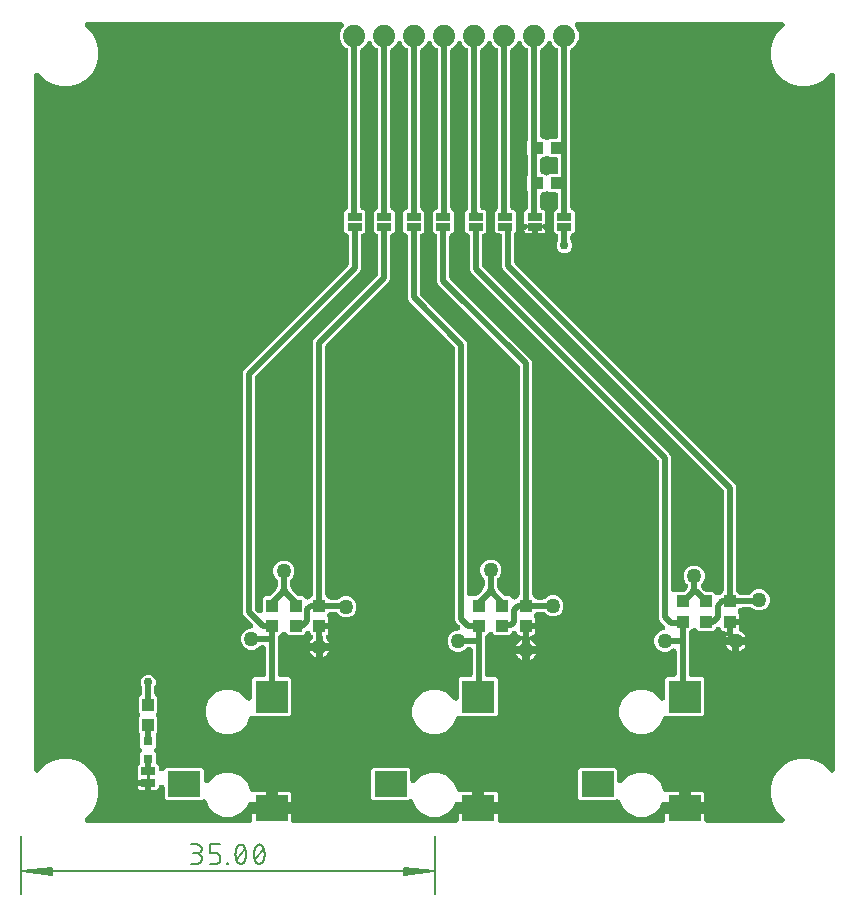
<source format=gbr>
G04 EAGLE Gerber RS-274X export*
G75*
%MOMM*%
%FSLAX34Y34*%
%LPD*%
%INTop Copper*%
%IPPOS*%
%AMOC8*
5,1,8,0,0,1.08239X$1,22.5*%
G01*
%ADD10C,0.130000*%
%ADD11C,0.152400*%
%ADD12R,1.000000X1.100000*%
%ADD13R,2.800000X2.200000*%
%ADD14R,2.800000X2.800000*%
%ADD15R,1.270000X0.635000*%
%ADD16C,1.270000*%
%ADD17C,1.879600*%
%ADD18R,1.100000X1.000000*%
%ADD19R,0.800000X0.800000*%
%ADD20C,0.254000*%
%ADD21C,0.756400*%
%ADD22C,0.508000*%

G36*
X192955Y10926D02*
X192955Y10926D01*
X192989Y10924D01*
X193178Y10946D01*
X193369Y10963D01*
X193402Y10972D01*
X193436Y10976D01*
X193619Y11031D01*
X193803Y11081D01*
X193834Y11096D01*
X193867Y11106D01*
X194038Y11193D01*
X194210Y11275D01*
X194238Y11295D01*
X194269Y11310D01*
X194421Y11426D01*
X194576Y11537D01*
X194600Y11562D01*
X194627Y11582D01*
X194756Y11722D01*
X194890Y11859D01*
X194909Y11888D01*
X194933Y11914D01*
X195035Y12075D01*
X195142Y12232D01*
X195156Y12264D01*
X195174Y12293D01*
X195247Y12470D01*
X195324Y12644D01*
X195332Y12678D01*
X195345Y12710D01*
X195385Y12897D01*
X195431Y13082D01*
X195433Y13116D01*
X195440Y13150D01*
X195459Y13462D01*
X195459Y18921D01*
X209460Y18921D01*
X209494Y18924D01*
X209529Y18922D01*
X209718Y18944D01*
X209908Y18961D01*
X209942Y18970D01*
X209976Y18974D01*
X210159Y19029D01*
X210343Y19079D01*
X210374Y19094D01*
X210407Y19104D01*
X210578Y19191D01*
X210749Y19273D01*
X210777Y19293D01*
X210808Y19308D01*
X210960Y19424D01*
X211115Y19535D01*
X211140Y19560D01*
X211167Y19580D01*
X211296Y19721D01*
X211430Y19857D01*
X211449Y19886D01*
X211472Y19912D01*
X211575Y20073D01*
X211682Y20231D01*
X211696Y20262D01*
X211714Y20291D01*
X211787Y20468D01*
X211864Y20642D01*
X211872Y20676D01*
X211885Y20708D01*
X211925Y20895D01*
X211970Y21080D01*
X211973Y21114D01*
X211980Y21148D01*
X211999Y21460D01*
X211999Y24001D01*
X212001Y24001D01*
X212001Y21460D01*
X212004Y21426D01*
X212002Y21391D01*
X212024Y21202D01*
X212041Y21012D01*
X212050Y20978D01*
X212054Y20944D01*
X212109Y20761D01*
X212159Y20577D01*
X212174Y20546D01*
X212184Y20513D01*
X212271Y20342D01*
X212353Y20171D01*
X212373Y20142D01*
X212389Y20112D01*
X212504Y19960D01*
X212615Y19804D01*
X212640Y19780D01*
X212661Y19753D01*
X212801Y19624D01*
X212937Y19490D01*
X212966Y19471D01*
X212992Y19448D01*
X213153Y19345D01*
X213311Y19238D01*
X213342Y19224D01*
X213371Y19206D01*
X213548Y19133D01*
X213722Y19056D01*
X213756Y19048D01*
X213788Y19035D01*
X213975Y18995D01*
X214160Y18949D01*
X214194Y18947D01*
X214228Y18940D01*
X214540Y18921D01*
X228541Y18921D01*
X228541Y13462D01*
X228544Y13427D01*
X228542Y13393D01*
X228564Y13204D01*
X228581Y13013D01*
X228590Y12980D01*
X228594Y12946D01*
X228649Y12763D01*
X228699Y12579D01*
X228714Y12548D01*
X228724Y12515D01*
X228811Y12344D01*
X228893Y12172D01*
X228913Y12144D01*
X228928Y12113D01*
X229044Y11961D01*
X229155Y11806D01*
X229180Y11782D01*
X229200Y11755D01*
X229340Y11626D01*
X229477Y11492D01*
X229506Y11473D01*
X229532Y11449D01*
X229693Y11347D01*
X229850Y11240D01*
X229882Y11226D01*
X229911Y11208D01*
X230088Y11135D01*
X230262Y11058D01*
X230296Y11050D01*
X230328Y11037D01*
X230515Y10997D01*
X230700Y10951D01*
X230734Y10949D01*
X230768Y10942D01*
X231080Y10923D01*
X367920Y10923D01*
X367955Y10926D01*
X367989Y10924D01*
X368178Y10946D01*
X368369Y10963D01*
X368402Y10972D01*
X368436Y10976D01*
X368619Y11031D01*
X368803Y11081D01*
X368834Y11096D01*
X368867Y11106D01*
X369038Y11193D01*
X369210Y11275D01*
X369238Y11295D01*
X369269Y11310D01*
X369421Y11426D01*
X369576Y11537D01*
X369600Y11562D01*
X369627Y11582D01*
X369756Y11722D01*
X369890Y11859D01*
X369909Y11888D01*
X369933Y11914D01*
X370035Y12075D01*
X370142Y12232D01*
X370156Y12264D01*
X370174Y12293D01*
X370247Y12470D01*
X370324Y12644D01*
X370332Y12678D01*
X370345Y12710D01*
X370385Y12897D01*
X370431Y13082D01*
X370433Y13116D01*
X370440Y13150D01*
X370459Y13462D01*
X370459Y18921D01*
X384460Y18921D01*
X384494Y18924D01*
X384529Y18922D01*
X384718Y18944D01*
X384908Y18961D01*
X384942Y18970D01*
X384976Y18974D01*
X385159Y19029D01*
X385343Y19079D01*
X385374Y19094D01*
X385407Y19104D01*
X385578Y19191D01*
X385749Y19273D01*
X385777Y19293D01*
X385808Y19308D01*
X385960Y19424D01*
X386115Y19535D01*
X386140Y19560D01*
X386167Y19580D01*
X386296Y19721D01*
X386430Y19857D01*
X386449Y19886D01*
X386472Y19912D01*
X386575Y20073D01*
X386682Y20231D01*
X386696Y20262D01*
X386714Y20291D01*
X386787Y20468D01*
X386864Y20642D01*
X386872Y20676D01*
X386885Y20708D01*
X386925Y20895D01*
X386970Y21080D01*
X386973Y21114D01*
X386980Y21148D01*
X386999Y21460D01*
X386999Y24001D01*
X387001Y24001D01*
X387001Y21460D01*
X387004Y21426D01*
X387002Y21391D01*
X387024Y21202D01*
X387041Y21012D01*
X387050Y20978D01*
X387054Y20944D01*
X387109Y20761D01*
X387159Y20577D01*
X387174Y20546D01*
X387184Y20513D01*
X387271Y20342D01*
X387353Y20171D01*
X387373Y20142D01*
X387389Y20112D01*
X387504Y19960D01*
X387615Y19804D01*
X387640Y19780D01*
X387661Y19753D01*
X387801Y19624D01*
X387937Y19490D01*
X387966Y19471D01*
X387992Y19448D01*
X388153Y19345D01*
X388311Y19238D01*
X388342Y19224D01*
X388371Y19206D01*
X388548Y19133D01*
X388722Y19056D01*
X388756Y19048D01*
X388788Y19035D01*
X388975Y18995D01*
X389160Y18949D01*
X389194Y18947D01*
X389228Y18940D01*
X389540Y18921D01*
X403541Y18921D01*
X403541Y13462D01*
X403544Y13427D01*
X403542Y13393D01*
X403564Y13204D01*
X403581Y13013D01*
X403590Y12980D01*
X403594Y12946D01*
X403649Y12763D01*
X403699Y12579D01*
X403714Y12548D01*
X403724Y12515D01*
X403811Y12344D01*
X403893Y12172D01*
X403913Y12144D01*
X403928Y12113D01*
X404044Y11961D01*
X404155Y11806D01*
X404180Y11782D01*
X404200Y11755D01*
X404340Y11626D01*
X404477Y11492D01*
X404506Y11473D01*
X404532Y11449D01*
X404693Y11347D01*
X404850Y11240D01*
X404882Y11226D01*
X404911Y11208D01*
X405088Y11135D01*
X405262Y11058D01*
X405296Y11050D01*
X405328Y11037D01*
X405515Y10997D01*
X405700Y10951D01*
X405734Y10949D01*
X405768Y10942D01*
X406080Y10923D01*
X542920Y10923D01*
X542955Y10926D01*
X542989Y10924D01*
X543178Y10946D01*
X543369Y10963D01*
X543402Y10972D01*
X543436Y10976D01*
X543619Y11031D01*
X543803Y11081D01*
X543834Y11096D01*
X543867Y11106D01*
X544038Y11193D01*
X544210Y11275D01*
X544238Y11295D01*
X544269Y11310D01*
X544421Y11426D01*
X544576Y11537D01*
X544600Y11562D01*
X544627Y11582D01*
X544756Y11722D01*
X544890Y11859D01*
X544909Y11888D01*
X544933Y11914D01*
X545035Y12075D01*
X545142Y12232D01*
X545156Y12264D01*
X545174Y12293D01*
X545247Y12470D01*
X545324Y12644D01*
X545332Y12678D01*
X545345Y12710D01*
X545385Y12897D01*
X545431Y13082D01*
X545433Y13116D01*
X545440Y13150D01*
X545459Y13462D01*
X545459Y18921D01*
X559460Y18921D01*
X559494Y18924D01*
X559529Y18922D01*
X559718Y18944D01*
X559908Y18961D01*
X559942Y18970D01*
X559976Y18974D01*
X560159Y19029D01*
X560343Y19079D01*
X560374Y19094D01*
X560407Y19104D01*
X560578Y19191D01*
X560749Y19273D01*
X560777Y19293D01*
X560808Y19308D01*
X560960Y19424D01*
X561115Y19535D01*
X561140Y19560D01*
X561167Y19580D01*
X561296Y19721D01*
X561430Y19857D01*
X561449Y19886D01*
X561472Y19912D01*
X561575Y20073D01*
X561682Y20231D01*
X561696Y20262D01*
X561714Y20291D01*
X561787Y20468D01*
X561864Y20642D01*
X561872Y20676D01*
X561885Y20708D01*
X561925Y20895D01*
X561970Y21080D01*
X561973Y21114D01*
X561980Y21148D01*
X561999Y21460D01*
X561999Y24001D01*
X562001Y24001D01*
X562001Y21460D01*
X562004Y21426D01*
X562002Y21391D01*
X562024Y21202D01*
X562041Y21012D01*
X562050Y20978D01*
X562054Y20944D01*
X562109Y20761D01*
X562159Y20577D01*
X562174Y20546D01*
X562184Y20513D01*
X562271Y20342D01*
X562353Y20171D01*
X562373Y20142D01*
X562389Y20112D01*
X562504Y19960D01*
X562615Y19804D01*
X562640Y19780D01*
X562661Y19753D01*
X562801Y19624D01*
X562937Y19490D01*
X562966Y19471D01*
X562992Y19448D01*
X563153Y19345D01*
X563311Y19238D01*
X563342Y19224D01*
X563371Y19206D01*
X563548Y19133D01*
X563722Y19056D01*
X563756Y19048D01*
X563788Y19035D01*
X563975Y18995D01*
X564160Y18949D01*
X564194Y18947D01*
X564228Y18940D01*
X564540Y18921D01*
X578541Y18921D01*
X578541Y13462D01*
X578544Y13427D01*
X578542Y13393D01*
X578564Y13204D01*
X578581Y13013D01*
X578590Y12980D01*
X578594Y12946D01*
X578649Y12763D01*
X578699Y12579D01*
X578714Y12548D01*
X578724Y12515D01*
X578811Y12344D01*
X578893Y12172D01*
X578913Y12144D01*
X578928Y12113D01*
X579044Y11961D01*
X579155Y11806D01*
X579180Y11782D01*
X579200Y11755D01*
X579340Y11626D01*
X579477Y11492D01*
X579506Y11473D01*
X579532Y11449D01*
X579693Y11347D01*
X579850Y11240D01*
X579882Y11226D01*
X579911Y11208D01*
X580088Y11135D01*
X580262Y11058D01*
X580296Y11050D01*
X580328Y11037D01*
X580515Y10997D01*
X580700Y10951D01*
X580734Y10949D01*
X580768Y10942D01*
X581080Y10923D01*
X643829Y10923D01*
X643958Y10934D01*
X644088Y10936D01*
X644182Y10954D01*
X644277Y10963D01*
X644403Y10997D01*
X644530Y11022D01*
X644620Y11056D01*
X644712Y11081D01*
X644829Y11137D01*
X644950Y11184D01*
X645032Y11234D01*
X645118Y11275D01*
X645224Y11350D01*
X645335Y11418D01*
X645407Y11481D01*
X645484Y11537D01*
X645575Y11630D01*
X645673Y11716D01*
X645732Y11791D01*
X645798Y11859D01*
X645871Y11967D01*
X645952Y12069D01*
X645997Y12153D01*
X646051Y12232D01*
X646103Y12351D01*
X646165Y12466D01*
X646194Y12557D01*
X646233Y12644D01*
X646264Y12771D01*
X646304Y12894D01*
X646317Y12989D01*
X646339Y13082D01*
X646347Y13211D01*
X646365Y13340D01*
X646361Y13436D01*
X646367Y13531D01*
X646352Y13660D01*
X646347Y13790D01*
X646326Y13883D01*
X646315Y13978D01*
X646277Y14103D01*
X646249Y14230D01*
X646212Y14318D01*
X646185Y14409D01*
X646126Y14525D01*
X646076Y14645D01*
X646024Y14725D01*
X645980Y14811D01*
X645902Y14914D01*
X645831Y15023D01*
X645745Y15121D01*
X645708Y15169D01*
X645676Y15200D01*
X645624Y15258D01*
X640366Y20516D01*
X636724Y26823D01*
X634839Y33858D01*
X634839Y41142D01*
X636724Y48177D01*
X640366Y54484D01*
X645516Y59634D01*
X651823Y63276D01*
X658858Y65161D01*
X666142Y65161D01*
X673177Y63276D01*
X679484Y59634D01*
X684742Y54376D01*
X684842Y54292D01*
X684935Y54202D01*
X685015Y54148D01*
X685088Y54087D01*
X685201Y54022D01*
X685308Y53949D01*
X685396Y53911D01*
X685479Y53863D01*
X685601Y53820D01*
X685720Y53767D01*
X685813Y53745D01*
X685903Y53713D01*
X686031Y53691D01*
X686158Y53661D01*
X686253Y53655D01*
X686347Y53639D01*
X686477Y53641D01*
X686607Y53633D01*
X686702Y53644D01*
X686798Y53645D01*
X686925Y53670D01*
X687054Y53685D01*
X687146Y53713D01*
X687240Y53731D01*
X687361Y53778D01*
X687485Y53815D01*
X687570Y53859D01*
X687660Y53893D01*
X687771Y53961D01*
X687887Y54020D01*
X687963Y54077D01*
X688044Y54127D01*
X688142Y54213D01*
X688245Y54292D01*
X688310Y54362D01*
X688382Y54425D01*
X688462Y54527D01*
X688551Y54623D01*
X688602Y54703D01*
X688661Y54778D01*
X688722Y54893D01*
X688792Y55003D01*
X688829Y55091D01*
X688874Y55175D01*
X688914Y55299D01*
X688963Y55419D01*
X688983Y55513D01*
X689013Y55603D01*
X689031Y55732D01*
X689058Y55859D01*
X689066Y55989D01*
X689074Y56049D01*
X689073Y56094D01*
X689077Y56171D01*
X689077Y643829D01*
X689066Y643958D01*
X689064Y644088D01*
X689046Y644182D01*
X689037Y644277D01*
X689003Y644403D01*
X688978Y644530D01*
X688944Y644620D01*
X688919Y644712D01*
X688863Y644829D01*
X688816Y644950D01*
X688766Y645032D01*
X688725Y645118D01*
X688650Y645224D01*
X688582Y645335D01*
X688519Y645407D01*
X688463Y645484D01*
X688370Y645575D01*
X688284Y645673D01*
X688209Y645732D01*
X688141Y645798D01*
X688033Y645871D01*
X687931Y645952D01*
X687847Y645997D01*
X687768Y646051D01*
X687649Y646103D01*
X687534Y646165D01*
X687443Y646194D01*
X687356Y646233D01*
X687229Y646264D01*
X687106Y646304D01*
X687011Y646317D01*
X686918Y646339D01*
X686789Y646347D01*
X686660Y646365D01*
X686564Y646361D01*
X686469Y646367D01*
X686340Y646352D01*
X686210Y646347D01*
X686117Y646326D01*
X686022Y646315D01*
X685897Y646277D01*
X685770Y646249D01*
X685682Y646212D01*
X685591Y646185D01*
X685475Y646126D01*
X685355Y646076D01*
X685275Y646024D01*
X685189Y645980D01*
X685086Y645902D01*
X684977Y645831D01*
X684879Y645745D01*
X684831Y645708D01*
X684800Y645676D01*
X684742Y645624D01*
X679484Y640366D01*
X673177Y636724D01*
X666142Y634839D01*
X658858Y634839D01*
X651823Y636724D01*
X645516Y640366D01*
X640366Y645516D01*
X636724Y651823D01*
X634839Y658858D01*
X634839Y666142D01*
X636724Y673177D01*
X640366Y679484D01*
X645624Y684742D01*
X645708Y684842D01*
X645798Y684935D01*
X645852Y685015D01*
X645913Y685088D01*
X645978Y685201D01*
X646051Y685308D01*
X646089Y685396D01*
X646137Y685479D01*
X646180Y685601D01*
X646233Y685720D01*
X646255Y685813D01*
X646287Y685903D01*
X646309Y686031D01*
X646339Y686158D01*
X646345Y686253D01*
X646361Y686347D01*
X646359Y686477D01*
X646367Y686607D01*
X646356Y686702D01*
X646355Y686798D01*
X646330Y686925D01*
X646315Y687054D01*
X646287Y687146D01*
X646269Y687240D01*
X646222Y687361D01*
X646185Y687485D01*
X646141Y687570D01*
X646107Y687660D01*
X646039Y687771D01*
X645980Y687887D01*
X645923Y687963D01*
X645873Y688044D01*
X645787Y688142D01*
X645708Y688245D01*
X645638Y688310D01*
X645575Y688382D01*
X645473Y688462D01*
X645377Y688551D01*
X645297Y688602D01*
X645222Y688661D01*
X645107Y688722D01*
X644997Y688792D01*
X644909Y688829D01*
X644825Y688874D01*
X644701Y688914D01*
X644581Y688963D01*
X644487Y688983D01*
X644397Y689013D01*
X644268Y689031D01*
X644141Y689058D01*
X644011Y689066D01*
X643951Y689074D01*
X643906Y689073D01*
X643829Y689077D01*
X471437Y689077D01*
X471307Y689066D01*
X471177Y689064D01*
X471084Y689046D01*
X470988Y689037D01*
X470863Y689003D01*
X470735Y688978D01*
X470646Y688944D01*
X470554Y688919D01*
X470437Y688863D01*
X470315Y688816D01*
X470234Y688766D01*
X470147Y688725D01*
X470042Y688650D01*
X469931Y688582D01*
X469859Y688519D01*
X469781Y688463D01*
X469691Y688370D01*
X469593Y688284D01*
X469534Y688209D01*
X469467Y688141D01*
X469394Y688033D01*
X469314Y687931D01*
X469269Y687847D01*
X469215Y687768D01*
X469163Y687649D01*
X469101Y687534D01*
X469072Y687443D01*
X469033Y687356D01*
X469002Y687229D01*
X468962Y687106D01*
X468949Y687011D01*
X468926Y686918D01*
X468918Y686789D01*
X468901Y686660D01*
X468905Y686564D01*
X468899Y686469D01*
X468914Y686340D01*
X468919Y686210D01*
X468940Y686117D01*
X468951Y686022D01*
X468988Y685897D01*
X469017Y685770D01*
X469053Y685682D01*
X469081Y685591D01*
X469140Y685475D01*
X469190Y685355D01*
X469242Y685275D01*
X469285Y685189D01*
X469364Y685086D01*
X469435Y684977D01*
X469521Y684879D01*
X469557Y684831D01*
X469590Y684800D01*
X469641Y684742D01*
X470121Y684263D01*
X471939Y679875D01*
X471939Y675125D01*
X470121Y670737D01*
X466763Y667379D01*
X466648Y667331D01*
X466460Y667233D01*
X466271Y667137D01*
X466261Y667129D01*
X466249Y667123D01*
X466080Y666992D01*
X465913Y666865D01*
X465904Y666855D01*
X465893Y666847D01*
X465751Y666690D01*
X465607Y666534D01*
X465600Y666523D01*
X465592Y666513D01*
X465480Y666334D01*
X465366Y666154D01*
X465361Y666142D01*
X465354Y666131D01*
X465275Y665933D01*
X465195Y665738D01*
X465192Y665725D01*
X465187Y665712D01*
X465144Y665504D01*
X465100Y665297D01*
X465099Y665282D01*
X465097Y665271D01*
X465096Y665231D01*
X465081Y664985D01*
X465081Y532319D01*
X465084Y532284D01*
X465082Y532250D01*
X465104Y532061D01*
X465121Y531870D01*
X465130Y531837D01*
X465134Y531803D01*
X465189Y531620D01*
X465239Y531436D01*
X465254Y531405D01*
X465264Y531372D01*
X465351Y531201D01*
X465433Y531029D01*
X465453Y531001D01*
X465468Y530970D01*
X465584Y530818D01*
X465695Y530663D01*
X465720Y530639D01*
X465740Y530612D01*
X465880Y530483D01*
X466017Y530349D01*
X466046Y530330D01*
X466072Y530306D01*
X466233Y530204D01*
X466390Y530097D01*
X466422Y530083D01*
X466451Y530065D01*
X466628Y529992D01*
X466802Y529915D01*
X466836Y529907D01*
X466868Y529894D01*
X467055Y529854D01*
X467240Y529808D01*
X467274Y529806D01*
X467308Y529799D01*
X467388Y529794D01*
X468891Y528291D01*
X468891Y511709D01*
X467382Y510200D01*
X467362Y510197D01*
X467171Y510180D01*
X467138Y510171D01*
X467104Y510167D01*
X466921Y510112D01*
X466737Y510062D01*
X466706Y510047D01*
X466673Y510037D01*
X466502Y509950D01*
X466330Y509868D01*
X466302Y509848D01*
X466271Y509833D01*
X466119Y509717D01*
X465964Y509606D01*
X465940Y509581D01*
X465913Y509561D01*
X465784Y509421D01*
X465650Y509284D01*
X465631Y509255D01*
X465607Y509229D01*
X465505Y509068D01*
X465398Y508911D01*
X465384Y508879D01*
X465366Y508850D01*
X465293Y508673D01*
X465216Y508499D01*
X465208Y508465D01*
X465195Y508433D01*
X465155Y508246D01*
X465109Y508061D01*
X465107Y508027D01*
X465100Y507993D01*
X465081Y507681D01*
X465081Y504761D01*
X465091Y504645D01*
X465091Y504528D01*
X465111Y504421D01*
X465121Y504313D01*
X465151Y504200D01*
X465172Y504085D01*
X465223Y503939D01*
X465239Y503878D01*
X465255Y503846D01*
X465274Y503790D01*
X466323Y501258D01*
X466323Y498742D01*
X465360Y496418D01*
X463582Y494640D01*
X461258Y493677D01*
X458742Y493677D01*
X456418Y494640D01*
X454640Y496418D01*
X453677Y498742D01*
X453677Y501258D01*
X454726Y503790D01*
X454761Y503901D01*
X454805Y504009D01*
X454828Y504115D01*
X454861Y504219D01*
X454875Y504335D01*
X454900Y504449D01*
X454910Y504603D01*
X454917Y504666D01*
X454916Y504702D01*
X454919Y504761D01*
X454919Y507681D01*
X454916Y507716D01*
X454918Y507750D01*
X454896Y507939D01*
X454879Y508130D01*
X454870Y508163D01*
X454866Y508197D01*
X454811Y508380D01*
X454761Y508564D01*
X454746Y508595D01*
X454736Y508628D01*
X454649Y508799D01*
X454567Y508971D01*
X454547Y508999D01*
X454532Y509030D01*
X454416Y509182D01*
X454305Y509337D01*
X454280Y509361D01*
X454260Y509388D01*
X454120Y509517D01*
X453983Y509651D01*
X453954Y509670D01*
X453928Y509694D01*
X453767Y509796D01*
X453610Y509903D01*
X453578Y509917D01*
X453549Y509935D01*
X453372Y510008D01*
X453198Y510085D01*
X453164Y510093D01*
X453132Y510106D01*
X452945Y510146D01*
X452760Y510192D01*
X452726Y510194D01*
X452692Y510201D01*
X452612Y510206D01*
X451109Y511709D01*
X451109Y528291D01*
X452618Y529800D01*
X452638Y529803D01*
X452829Y529820D01*
X452862Y529829D01*
X452896Y529833D01*
X453079Y529888D01*
X453263Y529938D01*
X453294Y529953D01*
X453327Y529963D01*
X453498Y530050D01*
X453670Y530132D01*
X453698Y530152D01*
X453729Y530167D01*
X453881Y530283D01*
X454036Y530394D01*
X454060Y530419D01*
X454087Y530439D01*
X454216Y530579D01*
X454350Y530716D01*
X454369Y530745D01*
X454393Y530771D01*
X454495Y530932D01*
X454602Y531089D01*
X454616Y531121D01*
X454634Y531150D01*
X454707Y531327D01*
X454784Y531501D01*
X454792Y531535D01*
X454805Y531567D01*
X454845Y531754D01*
X454891Y531939D01*
X454893Y531973D01*
X454900Y532007D01*
X454919Y532319D01*
X454919Y542420D01*
X454916Y542455D01*
X454918Y542489D01*
X454896Y542678D01*
X454879Y542869D01*
X454870Y542902D01*
X454866Y542936D01*
X454811Y543119D01*
X454761Y543303D01*
X454746Y543334D01*
X454736Y543367D01*
X454649Y543538D01*
X454567Y543710D01*
X454547Y543738D01*
X454532Y543769D01*
X454416Y543921D01*
X454305Y544076D01*
X454280Y544100D01*
X454260Y544127D01*
X454120Y544256D01*
X453983Y544390D01*
X453954Y544409D01*
X453928Y544433D01*
X453767Y544535D01*
X453610Y544642D01*
X453578Y544656D01*
X453549Y544674D01*
X453372Y544747D01*
X453198Y544824D01*
X453164Y544832D01*
X453132Y544845D01*
X452945Y544885D01*
X452760Y544931D01*
X452726Y544933D01*
X452692Y544940D01*
X452380Y544959D01*
X446948Y544959D01*
X446796Y545111D01*
X446769Y545134D01*
X446746Y545160D01*
X446597Y545277D01*
X446450Y545400D01*
X446420Y545418D01*
X446393Y545439D01*
X446225Y545529D01*
X446059Y545624D01*
X446027Y545635D01*
X445996Y545652D01*
X445815Y545711D01*
X445635Y545774D01*
X445601Y545780D01*
X445568Y545791D01*
X445379Y545817D01*
X445191Y545848D01*
X445156Y545847D01*
X445122Y545852D01*
X444931Y545844D01*
X444740Y545842D01*
X444706Y545835D01*
X444672Y545834D01*
X444486Y545792D01*
X444298Y545756D01*
X444266Y545744D01*
X444232Y545736D01*
X444056Y545663D01*
X443878Y545594D01*
X443849Y545576D01*
X443817Y545563D01*
X443657Y545459D01*
X443494Y545360D01*
X443468Y545337D01*
X443439Y545318D01*
X443204Y545111D01*
X443052Y544959D01*
X442220Y544959D01*
X442185Y544956D01*
X442151Y544958D01*
X441962Y544936D01*
X441771Y544919D01*
X441738Y544910D01*
X441704Y544906D01*
X441521Y544851D01*
X441337Y544801D01*
X441306Y544786D01*
X441273Y544776D01*
X441102Y544689D01*
X440930Y544607D01*
X440902Y544587D01*
X440871Y544572D01*
X440719Y544456D01*
X440564Y544345D01*
X440540Y544320D01*
X440513Y544300D01*
X440384Y544160D01*
X440250Y544023D01*
X440231Y543994D01*
X440207Y543968D01*
X440105Y543807D01*
X439998Y543650D01*
X439984Y543618D01*
X439966Y543589D01*
X439893Y543412D01*
X439816Y543238D01*
X439808Y543204D01*
X439795Y543172D01*
X439755Y542985D01*
X439709Y542800D01*
X439707Y542766D01*
X439700Y542732D01*
X439681Y542420D01*
X439681Y532319D01*
X439684Y532284D01*
X439682Y532250D01*
X439704Y532061D01*
X439721Y531870D01*
X439730Y531837D01*
X439734Y531803D01*
X439789Y531620D01*
X439839Y531436D01*
X439854Y531405D01*
X439864Y531372D01*
X439951Y531201D01*
X440033Y531029D01*
X440053Y531001D01*
X440068Y530970D01*
X440184Y530818D01*
X440295Y530663D01*
X440320Y530639D01*
X440340Y530612D01*
X440480Y530483D01*
X440617Y530349D01*
X440646Y530330D01*
X440672Y530306D01*
X440833Y530204D01*
X440990Y530097D01*
X441022Y530083D01*
X441051Y530065D01*
X441228Y529992D01*
X441402Y529915D01*
X441436Y529907D01*
X441468Y529894D01*
X441655Y529854D01*
X441840Y529808D01*
X441874Y529806D01*
X441908Y529799D01*
X442220Y529780D01*
X442402Y529780D01*
X443891Y528291D01*
X443891Y518475D01*
X443581Y518475D01*
X443477Y518466D01*
X443373Y518467D01*
X443254Y518446D01*
X443133Y518435D01*
X443032Y518408D01*
X442930Y518390D01*
X442816Y518349D01*
X442698Y518317D01*
X442604Y518272D01*
X442506Y518237D01*
X442401Y518176D01*
X442292Y518124D01*
X442207Y518063D01*
X442117Y518011D01*
X441975Y517897D01*
X441926Y517861D01*
X441925Y517861D01*
X441907Y517842D01*
X441873Y517815D01*
X441744Y517675D01*
X441611Y517538D01*
X441592Y517509D01*
X441568Y517483D01*
X441466Y517323D01*
X441359Y517165D01*
X441345Y517133D01*
X441326Y517104D01*
X441254Y516928D01*
X441177Y516754D01*
X441169Y516719D01*
X441155Y516687D01*
X441115Y516501D01*
X441070Y516316D01*
X441068Y516281D01*
X441061Y516247D01*
X441054Y516056D01*
X441043Y515867D01*
X441047Y515832D01*
X441046Y515797D01*
X441073Y515609D01*
X441095Y515420D01*
X441105Y515386D01*
X441110Y515351D01*
X441170Y515171D01*
X441225Y514989D01*
X441241Y514957D01*
X441252Y514924D01*
X441343Y514757D01*
X441429Y514587D01*
X441451Y514559D01*
X441467Y514528D01*
X441586Y514380D01*
X441701Y514228D01*
X441727Y514205D01*
X441749Y514177D01*
X441893Y514052D01*
X442033Y513923D01*
X442062Y513904D01*
X442089Y513881D01*
X442252Y513784D01*
X442412Y513681D01*
X442445Y513668D01*
X442475Y513650D01*
X442653Y513583D01*
X442829Y513511D01*
X442863Y513503D01*
X442896Y513491D01*
X443082Y513456D01*
X443269Y513416D01*
X443312Y513413D01*
X443339Y513408D01*
X443400Y513408D01*
X443581Y513397D01*
X443891Y513397D01*
X443891Y512426D01*
X443718Y511780D01*
X443383Y511201D01*
X442910Y510728D01*
X442331Y510393D01*
X441685Y510220D01*
X437539Y510220D01*
X437539Y515809D01*
X437536Y515844D01*
X437538Y515878D01*
X437516Y516067D01*
X437499Y516258D01*
X437490Y516291D01*
X437486Y516325D01*
X437431Y516508D01*
X437381Y516692D01*
X437366Y516723D01*
X437356Y516756D01*
X437269Y516927D01*
X437188Y517099D01*
X437167Y517127D01*
X437152Y517158D01*
X437036Y517310D01*
X436925Y517465D01*
X436901Y517489D01*
X436880Y517516D01*
X436740Y517645D01*
X436603Y517779D01*
X436574Y517798D01*
X436549Y517822D01*
X436388Y517924D01*
X436230Y518031D01*
X436198Y518045D01*
X436169Y518063D01*
X435992Y518136D01*
X435818Y518213D01*
X435784Y518221D01*
X435752Y518234D01*
X435566Y518274D01*
X435380Y518320D01*
X435346Y518322D01*
X435312Y518329D01*
X435000Y518348D01*
X434965Y518345D01*
X434931Y518347D01*
X434741Y518325D01*
X434551Y518308D01*
X434518Y518299D01*
X434484Y518295D01*
X434301Y518240D01*
X434117Y518190D01*
X434086Y518175D01*
X434053Y518165D01*
X433882Y518078D01*
X433710Y517996D01*
X433682Y517976D01*
X433651Y517961D01*
X433499Y517845D01*
X433344Y517734D01*
X433320Y517709D01*
X433292Y517689D01*
X433163Y517549D01*
X433030Y517412D01*
X433011Y517383D01*
X432987Y517357D01*
X432885Y517196D01*
X432778Y517039D01*
X432764Y517007D01*
X432745Y516978D01*
X432673Y516801D01*
X432596Y516627D01*
X432588Y516593D01*
X432575Y516561D01*
X432534Y516374D01*
X432489Y516189D01*
X432487Y516155D01*
X432480Y516121D01*
X432461Y515809D01*
X432461Y510220D01*
X428315Y510220D01*
X427669Y510393D01*
X427090Y510728D01*
X426617Y511201D01*
X426282Y511780D01*
X426109Y512426D01*
X426109Y513397D01*
X426419Y513397D01*
X426609Y513413D01*
X426798Y513425D01*
X426832Y513433D01*
X426868Y513436D01*
X427051Y513487D01*
X427236Y513532D01*
X427268Y513546D01*
X427302Y513555D01*
X427473Y513636D01*
X427648Y513714D01*
X427677Y513733D01*
X427709Y513748D01*
X427863Y513859D01*
X428021Y513966D01*
X428046Y513990D01*
X428075Y514011D01*
X428208Y514147D01*
X428344Y514279D01*
X428364Y514308D01*
X428389Y514333D01*
X428495Y514491D01*
X428606Y514645D01*
X428621Y514677D01*
X428641Y514706D01*
X428718Y514880D01*
X428799Y515052D01*
X428809Y515086D01*
X428823Y515118D01*
X428868Y515303D01*
X428918Y515486D01*
X428921Y515521D01*
X428930Y515555D01*
X428941Y515745D01*
X428958Y515935D01*
X428955Y515970D01*
X428957Y516005D01*
X428935Y516194D01*
X428919Y516383D01*
X428909Y516417D01*
X428905Y516452D01*
X428850Y516635D01*
X428800Y516818D01*
X428785Y516849D01*
X428775Y516883D01*
X428688Y517053D01*
X428607Y517224D01*
X428587Y517253D01*
X428571Y517284D01*
X428455Y517436D01*
X428345Y517591D01*
X428315Y517621D01*
X428299Y517643D01*
X428254Y517685D01*
X428127Y517815D01*
X428044Y517878D01*
X428014Y517905D01*
X427967Y517949D01*
X427865Y518014D01*
X427768Y518087D01*
X427675Y518134D01*
X427587Y518190D01*
X427475Y518237D01*
X427367Y518292D01*
X427267Y518322D01*
X427171Y518361D01*
X427052Y518387D01*
X426936Y518422D01*
X426833Y518434D01*
X426731Y518456D01*
X426549Y518467D01*
X426489Y518474D01*
X426461Y518473D01*
X426419Y518475D01*
X426109Y518475D01*
X426109Y528291D01*
X427716Y529898D01*
X427863Y529938D01*
X427894Y529953D01*
X427927Y529963D01*
X428098Y530050D01*
X428270Y530132D01*
X428298Y530152D01*
X428329Y530167D01*
X428481Y530283D01*
X428636Y530394D01*
X428660Y530419D01*
X428687Y530439D01*
X428816Y530579D01*
X428950Y530716D01*
X428969Y530745D01*
X428993Y530771D01*
X429095Y530932D01*
X429202Y531089D01*
X429216Y531121D01*
X429234Y531150D01*
X429307Y531327D01*
X429384Y531501D01*
X429392Y531535D01*
X429405Y531567D01*
X429445Y531754D01*
X429491Y531939D01*
X429493Y531973D01*
X429500Y532007D01*
X429519Y532319D01*
X429519Y544336D01*
X429505Y544499D01*
X429498Y544664D01*
X429485Y544724D01*
X429479Y544784D01*
X429436Y544943D01*
X429400Y545104D01*
X429377Y545160D01*
X429361Y545219D01*
X429290Y545367D01*
X429227Y545519D01*
X429194Y545570D01*
X429167Y545625D01*
X429072Y545759D01*
X428982Y545897D01*
X428931Y545955D01*
X428905Y545991D01*
X428862Y546034D01*
X428776Y546131D01*
X428459Y546448D01*
X428459Y558552D01*
X428776Y558869D01*
X428881Y558995D01*
X428993Y559116D01*
X429025Y559167D01*
X429064Y559214D01*
X429146Y559357D01*
X429234Y559496D01*
X429258Y559552D01*
X429288Y559605D01*
X429343Y559760D01*
X429405Y559912D01*
X429418Y559972D01*
X429439Y560029D01*
X429465Y560191D01*
X429500Y560352D01*
X429505Y560429D01*
X429512Y560473D01*
X429511Y560534D01*
X429519Y560664D01*
X429519Y574336D01*
X429505Y574499D01*
X429498Y574664D01*
X429485Y574723D01*
X429479Y574784D01*
X429436Y574943D01*
X429400Y575104D01*
X429377Y575160D01*
X429361Y575219D01*
X429290Y575367D01*
X429227Y575519D01*
X429194Y575570D01*
X429167Y575625D01*
X429072Y575759D01*
X428982Y575897D01*
X428931Y575955D01*
X428905Y575991D01*
X428862Y576034D01*
X428776Y576131D01*
X428459Y576448D01*
X428459Y588552D01*
X428776Y588869D01*
X428881Y588995D01*
X428993Y589116D01*
X429025Y589167D01*
X429064Y589214D01*
X429146Y589357D01*
X429234Y589496D01*
X429258Y589552D01*
X429288Y589605D01*
X429343Y589760D01*
X429405Y589912D01*
X429418Y589972D01*
X429439Y590029D01*
X429465Y590192D01*
X429500Y590352D01*
X429505Y590429D01*
X429512Y590473D01*
X429511Y590535D01*
X429519Y590664D01*
X429519Y664985D01*
X429500Y665197D01*
X429484Y665408D01*
X429481Y665421D01*
X429479Y665434D01*
X429423Y665640D01*
X429370Y665844D01*
X429364Y665856D01*
X429361Y665868D01*
X429270Y666059D01*
X429181Y666252D01*
X429173Y666263D01*
X429167Y666275D01*
X429045Y666447D01*
X428922Y666621D01*
X428913Y666630D01*
X428905Y666641D01*
X428754Y666788D01*
X428603Y666938D01*
X428592Y666946D01*
X428583Y666955D01*
X428408Y667073D01*
X428233Y667194D01*
X428218Y667201D01*
X428210Y667207D01*
X428174Y667223D01*
X427952Y667331D01*
X427837Y667379D01*
X424479Y670737D01*
X424246Y671299D01*
X424186Y671415D01*
X424134Y671534D01*
X424082Y671614D01*
X424038Y671698D01*
X423958Y671801D01*
X423886Y671910D01*
X423820Y671979D01*
X423762Y672054D01*
X423665Y672141D01*
X423576Y672236D01*
X423498Y672292D01*
X423428Y672356D01*
X423317Y672425D01*
X423212Y672502D01*
X423126Y672544D01*
X423045Y672594D01*
X422924Y672642D01*
X422808Y672699D01*
X422716Y672725D01*
X422627Y672761D01*
X422499Y672787D01*
X422374Y672822D01*
X422280Y672832D01*
X422186Y672851D01*
X422056Y672854D01*
X421926Y672867D01*
X421831Y672859D01*
X421736Y672862D01*
X421607Y672842D01*
X421477Y672832D01*
X421385Y672807D01*
X421291Y672793D01*
X421168Y672750D01*
X421042Y672718D01*
X420955Y672677D01*
X420865Y672646D01*
X420751Y672583D01*
X420633Y672528D01*
X420555Y672474D01*
X420472Y672427D01*
X420371Y672345D01*
X420264Y672270D01*
X420197Y672202D01*
X420123Y672142D01*
X420039Y672043D01*
X419947Y671951D01*
X419893Y671872D01*
X419831Y671799D01*
X419765Y671687D01*
X419691Y671580D01*
X419634Y671463D01*
X419603Y671411D01*
X419588Y671369D01*
X419554Y671299D01*
X419321Y670737D01*
X415963Y667379D01*
X415848Y667331D01*
X415660Y667233D01*
X415471Y667137D01*
X415461Y667129D01*
X415449Y667123D01*
X415280Y666992D01*
X415113Y666865D01*
X415104Y666855D01*
X415093Y666847D01*
X414951Y666690D01*
X414807Y666534D01*
X414800Y666523D01*
X414792Y666513D01*
X414680Y666334D01*
X414566Y666154D01*
X414561Y666142D01*
X414554Y666131D01*
X414475Y665933D01*
X414395Y665738D01*
X414392Y665725D01*
X414387Y665712D01*
X414344Y665504D01*
X414300Y665297D01*
X414299Y665282D01*
X414297Y665271D01*
X414296Y665231D01*
X414281Y664985D01*
X414281Y532319D01*
X414284Y532284D01*
X414282Y532250D01*
X414304Y532061D01*
X414321Y531870D01*
X414330Y531837D01*
X414334Y531803D01*
X414389Y531620D01*
X414439Y531436D01*
X414454Y531405D01*
X414464Y531372D01*
X414551Y531201D01*
X414633Y531029D01*
X414653Y531001D01*
X414668Y530970D01*
X414784Y530818D01*
X414895Y530663D01*
X414920Y530639D01*
X414940Y530612D01*
X415080Y530483D01*
X415217Y530349D01*
X415246Y530330D01*
X415272Y530306D01*
X415433Y530204D01*
X415590Y530097D01*
X415622Y530083D01*
X415651Y530065D01*
X415828Y529992D01*
X416002Y529915D01*
X416036Y529907D01*
X416068Y529894D01*
X416255Y529854D01*
X416440Y529808D01*
X416474Y529806D01*
X416508Y529799D01*
X416820Y529780D01*
X417402Y529780D01*
X418891Y528291D01*
X418891Y511709D01*
X418324Y511142D01*
X418219Y511016D01*
X418107Y510895D01*
X418075Y510844D01*
X418036Y510797D01*
X417954Y510654D01*
X417866Y510515D01*
X417842Y510459D01*
X417812Y510406D01*
X417757Y510251D01*
X417695Y510099D01*
X417682Y510039D01*
X417661Y509982D01*
X417635Y509819D01*
X417600Y509659D01*
X417595Y509582D01*
X417588Y509538D01*
X417589Y509476D01*
X417581Y509347D01*
X417581Y485656D01*
X417595Y485493D01*
X417602Y485328D01*
X417615Y485269D01*
X417621Y485208D01*
X417664Y485049D01*
X417700Y484889D01*
X417723Y484832D01*
X417739Y484773D01*
X417810Y484625D01*
X417873Y484473D01*
X417906Y484422D01*
X417933Y484367D01*
X418028Y484233D01*
X418118Y484095D01*
X418169Y484037D01*
X418195Y484001D01*
X418238Y483958D01*
X418324Y483861D01*
X602521Y299664D01*
X604307Y297878D01*
X605081Y296011D01*
X605081Y208564D01*
X605095Y208401D01*
X605102Y208236D01*
X605115Y208177D01*
X605121Y208116D01*
X605164Y207957D01*
X605200Y207796D01*
X605223Y207740D01*
X605239Y207681D01*
X605310Y207533D01*
X605373Y207381D01*
X605406Y207330D01*
X605433Y207275D01*
X605528Y207141D01*
X605618Y207003D01*
X605669Y206945D01*
X605695Y206909D01*
X605738Y206866D01*
X605824Y206769D01*
X608269Y204324D01*
X608395Y204219D01*
X608516Y204107D01*
X608567Y204075D01*
X608614Y204036D01*
X608757Y203954D01*
X608896Y203866D01*
X608952Y203842D01*
X609005Y203812D01*
X609160Y203757D01*
X609312Y203695D01*
X609372Y203682D01*
X609429Y203661D01*
X609592Y203635D01*
X609752Y203600D01*
X609829Y203595D01*
X609873Y203588D01*
X609935Y203589D01*
X610064Y203581D01*
X615163Y203581D01*
X615375Y203600D01*
X615586Y203616D01*
X615598Y203619D01*
X615612Y203621D01*
X615817Y203677D01*
X616021Y203730D01*
X616033Y203736D01*
X616046Y203739D01*
X616237Y203830D01*
X616430Y203919D01*
X616441Y203927D01*
X616453Y203933D01*
X616624Y204055D01*
X616799Y204178D01*
X616808Y204187D01*
X616819Y204195D01*
X616967Y204347D01*
X617116Y204497D01*
X617124Y204508D01*
X617133Y204517D01*
X617251Y204692D01*
X617372Y204867D01*
X617379Y204882D01*
X617385Y204890D01*
X617401Y204926D01*
X617447Y205020D01*
X619964Y207537D01*
X623232Y208891D01*
X626768Y208891D01*
X630036Y207537D01*
X632537Y205036D01*
X633891Y201768D01*
X633891Y198232D01*
X632537Y194964D01*
X630036Y192463D01*
X626768Y191109D01*
X623232Y191109D01*
X619964Y192463D01*
X619751Y192675D01*
X619625Y192781D01*
X619504Y192893D01*
X619452Y192925D01*
X619406Y192964D01*
X619263Y193046D01*
X619124Y193134D01*
X619068Y193158D01*
X619015Y193188D01*
X618860Y193243D01*
X618708Y193305D01*
X618648Y193318D01*
X618591Y193339D01*
X618429Y193365D01*
X618267Y193400D01*
X618190Y193405D01*
X618146Y193412D01*
X618086Y193411D01*
X617956Y193419D01*
X610064Y193419D01*
X609900Y193405D01*
X609736Y193398D01*
X609677Y193385D01*
X609616Y193379D01*
X609457Y193336D01*
X609297Y193300D01*
X609240Y193277D01*
X609181Y193261D01*
X609033Y193190D01*
X608881Y193127D01*
X608830Y193094D01*
X608775Y193067D01*
X608641Y192972D01*
X608503Y192883D01*
X608445Y192831D01*
X608409Y192805D01*
X608366Y192762D01*
X608269Y192676D01*
X607357Y191764D01*
X607258Y191646D01*
X607154Y191535D01*
X607114Y191474D01*
X607068Y191418D01*
X606992Y191285D01*
X606909Y191157D01*
X606880Y191090D01*
X606844Y191027D01*
X606793Y190883D01*
X606734Y190742D01*
X606718Y190671D01*
X606694Y190603D01*
X606669Y190452D01*
X606635Y190303D01*
X606632Y190230D01*
X606620Y190159D01*
X606622Y190006D01*
X606616Y189853D01*
X606625Y189781D01*
X606626Y189709D01*
X606655Y189558D01*
X606676Y189407D01*
X606698Y189338D01*
X606712Y189267D01*
X606767Y189124D01*
X606814Y188978D01*
X606856Y188894D01*
X606874Y188847D01*
X606904Y188798D01*
X606953Y188698D01*
X607368Y187981D01*
X607541Y187335D01*
X607541Y184039D01*
X600000Y184039D01*
X599966Y184036D01*
X599931Y184038D01*
X599742Y184016D01*
X599552Y183999D01*
X599518Y183990D01*
X599484Y183986D01*
X599301Y183931D01*
X599117Y183881D01*
X599086Y183866D01*
X599053Y183856D01*
X598882Y183769D01*
X598711Y183688D01*
X598683Y183667D01*
X598652Y183652D01*
X598500Y183536D01*
X598345Y183425D01*
X598321Y183401D01*
X598293Y183380D01*
X598164Y183240D01*
X598031Y183103D01*
X598011Y183074D01*
X597988Y183049D01*
X597885Y182888D01*
X597779Y182730D01*
X597765Y182698D01*
X597746Y182669D01*
X597674Y182492D01*
X597596Y182318D01*
X597588Y182284D01*
X597575Y182252D01*
X597535Y182066D01*
X597490Y181880D01*
X597488Y181846D01*
X597480Y181812D01*
X597461Y181500D01*
X597464Y181465D01*
X597462Y181431D01*
X597484Y181241D01*
X597501Y181051D01*
X597510Y181018D01*
X597514Y180984D01*
X597569Y180801D01*
X597620Y180617D01*
X597634Y180586D01*
X597644Y180553D01*
X597731Y180382D01*
X597813Y180210D01*
X597833Y180182D01*
X597849Y180151D01*
X597964Y179999D01*
X598075Y179844D01*
X598100Y179820D01*
X598121Y179792D01*
X598261Y179663D01*
X598398Y179530D01*
X598426Y179511D01*
X598452Y179487D01*
X598613Y179385D01*
X598771Y179278D01*
X598802Y179264D01*
X598832Y179245D01*
X599008Y179173D01*
X599183Y179096D01*
X599216Y179088D01*
X599248Y179075D01*
X599435Y179034D01*
X599620Y178989D01*
X599654Y178987D01*
X599688Y178980D01*
X600000Y178961D01*
X607541Y178961D01*
X607541Y175540D01*
X607529Y175476D01*
X607529Y175470D01*
X607528Y175465D01*
X607529Y175247D01*
X607529Y175026D01*
X607530Y175020D01*
X607530Y175014D01*
X607570Y174799D01*
X607609Y174583D01*
X607611Y174577D01*
X607612Y174572D01*
X607689Y174365D01*
X607765Y174161D01*
X607768Y174156D01*
X607770Y174150D01*
X607881Y173964D01*
X607994Y173773D01*
X607998Y173768D01*
X608000Y173763D01*
X608142Y173600D01*
X608287Y173431D01*
X608292Y173428D01*
X608296Y173423D01*
X608465Y173287D01*
X608636Y173147D01*
X608642Y173143D01*
X608646Y173141D01*
X608665Y173130D01*
X608906Y172988D01*
X609660Y172604D01*
X610792Y171781D01*
X611781Y170792D01*
X612604Y169660D01*
X613239Y168413D01*
X613317Y168174D01*
X605635Y168174D01*
X605601Y168171D01*
X605566Y168173D01*
X605377Y168151D01*
X605187Y168134D01*
X605153Y168125D01*
X605119Y168121D01*
X605000Y168085D01*
X604930Y168100D01*
X604745Y168146D01*
X604711Y168148D01*
X604677Y168155D01*
X604365Y168174D01*
X596683Y168174D01*
X596761Y168413D01*
X597451Y169767D01*
X597519Y169936D01*
X597592Y170102D01*
X597603Y170145D01*
X597619Y170185D01*
X597656Y170363D01*
X597699Y170540D01*
X597702Y170583D01*
X597710Y170626D01*
X597715Y170808D01*
X597727Y170989D01*
X597722Y171032D01*
X597723Y171076D01*
X597696Y171255D01*
X597674Y171436D01*
X597662Y171478D01*
X597655Y171521D01*
X597597Y171693D01*
X597544Y171867D01*
X597524Y171906D01*
X597510Y171947D01*
X597422Y172106D01*
X597340Y172269D01*
X597314Y172303D01*
X597292Y172341D01*
X597178Y172482D01*
X597068Y172627D01*
X597036Y172657D01*
X597008Y172691D01*
X596871Y172809D01*
X596737Y172933D01*
X596700Y172956D01*
X596667Y172984D01*
X596511Y173077D01*
X596357Y173174D01*
X596317Y173191D01*
X596279Y173213D01*
X596108Y173276D01*
X595940Y173345D01*
X595898Y173354D01*
X595857Y173370D01*
X595678Y173402D01*
X595500Y173440D01*
X595447Y173443D01*
X595414Y173449D01*
X595351Y173449D01*
X595188Y173459D01*
X594665Y173459D01*
X594019Y173632D01*
X593440Y173967D01*
X592967Y174440D01*
X592632Y175019D01*
X592603Y175129D01*
X592534Y175317D01*
X592469Y175506D01*
X592457Y175528D01*
X592449Y175551D01*
X592348Y175724D01*
X592250Y175899D01*
X592234Y175919D01*
X592222Y175940D01*
X592092Y176093D01*
X591965Y176248D01*
X591946Y176264D01*
X591930Y176283D01*
X591775Y176410D01*
X591623Y176540D01*
X591601Y176553D01*
X591582Y176569D01*
X591407Y176666D01*
X591234Y176768D01*
X591211Y176776D01*
X591189Y176789D01*
X590999Y176854D01*
X590811Y176923D01*
X590787Y176927D01*
X590763Y176936D01*
X590565Y176967D01*
X590368Y177001D01*
X590343Y177001D01*
X590318Y177005D01*
X590118Y177000D01*
X589918Y177000D01*
X589893Y176995D01*
X589868Y176995D01*
X589672Y176955D01*
X589475Y176919D01*
X589446Y176909D01*
X589427Y176905D01*
X589376Y176885D01*
X589179Y176818D01*
X589109Y176788D01*
X589035Y176750D01*
X589008Y176739D01*
X588974Y176718D01*
X588921Y176690D01*
X588731Y176594D01*
X588721Y176586D01*
X588710Y176580D01*
X588541Y176449D01*
X588373Y176322D01*
X588364Y176312D01*
X588354Y176304D01*
X588210Y176146D01*
X588067Y175991D01*
X588061Y175980D01*
X588052Y175970D01*
X587940Y175791D01*
X587826Y175611D01*
X587821Y175599D01*
X587814Y175588D01*
X587736Y175391D01*
X587655Y175194D01*
X587652Y175182D01*
X587647Y175170D01*
X587617Y175024D01*
X586052Y173459D01*
X573948Y173459D01*
X571796Y175611D01*
X571769Y175634D01*
X571746Y175660D01*
X571597Y175778D01*
X571450Y175900D01*
X571420Y175917D01*
X571393Y175939D01*
X571225Y176029D01*
X571059Y176124D01*
X571027Y176135D01*
X570996Y176152D01*
X570815Y176210D01*
X570635Y176274D01*
X570601Y176280D01*
X570568Y176291D01*
X570379Y176317D01*
X570191Y176348D01*
X570156Y176347D01*
X570122Y176352D01*
X569931Y176344D01*
X569740Y176342D01*
X569706Y176335D01*
X569672Y176334D01*
X569486Y176293D01*
X569298Y176256D01*
X569266Y176244D01*
X569232Y176236D01*
X569057Y176163D01*
X568878Y176094D01*
X568849Y176076D01*
X568817Y176063D01*
X568657Y175959D01*
X568494Y175860D01*
X568468Y175837D01*
X568439Y175818D01*
X568204Y175611D01*
X565824Y173231D01*
X565719Y173105D01*
X565607Y172984D01*
X565575Y172933D01*
X565536Y172886D01*
X565454Y172743D01*
X565366Y172604D01*
X565342Y172548D01*
X565312Y172495D01*
X565257Y172340D01*
X565195Y172188D01*
X565182Y172128D01*
X565161Y172071D01*
X565135Y171908D01*
X565100Y171748D01*
X565095Y171671D01*
X565088Y171626D01*
X565089Y171565D01*
X565081Y171436D01*
X565081Y137080D01*
X565084Y137045D01*
X565082Y137011D01*
X565104Y136822D01*
X565121Y136631D01*
X565130Y136598D01*
X565134Y136564D01*
X565189Y136381D01*
X565239Y136197D01*
X565254Y136166D01*
X565264Y136133D01*
X565351Y135962D01*
X565433Y135790D01*
X565453Y135762D01*
X565468Y135731D01*
X565584Y135579D01*
X565695Y135424D01*
X565720Y135400D01*
X565740Y135373D01*
X565880Y135244D01*
X566017Y135110D01*
X566046Y135091D01*
X566072Y135067D01*
X566233Y134965D01*
X566390Y134858D01*
X566422Y134844D01*
X566451Y134826D01*
X566628Y134753D01*
X566802Y134676D01*
X566836Y134668D01*
X566868Y134655D01*
X567055Y134615D01*
X567240Y134569D01*
X567274Y134567D01*
X567308Y134560D01*
X567620Y134541D01*
X577052Y134541D01*
X578541Y133052D01*
X578541Y102948D01*
X577052Y101459D01*
X546806Y101459D01*
X546749Y101487D01*
X546625Y101558D01*
X546547Y101586D01*
X546473Y101622D01*
X546335Y101661D01*
X546200Y101709D01*
X546119Y101723D01*
X546040Y101745D01*
X545897Y101759D01*
X545756Y101783D01*
X545674Y101782D01*
X545592Y101790D01*
X545449Y101779D01*
X545306Y101777D01*
X545225Y101761D01*
X545143Y101754D01*
X545004Y101718D01*
X544864Y101691D01*
X544787Y101661D01*
X544707Y101640D01*
X544577Y101580D01*
X544444Y101529D01*
X544373Y101486D01*
X544298Y101451D01*
X544181Y101369D01*
X544059Y101295D01*
X543997Y101240D01*
X543930Y101193D01*
X543829Y101092D01*
X543722Y100997D01*
X543670Y100932D01*
X543612Y100874D01*
X543531Y100756D01*
X543442Y100644D01*
X543403Y100571D01*
X543356Y100503D01*
X543248Y100282D01*
X543230Y100247D01*
X543226Y100237D01*
X543219Y100222D01*
X540820Y94430D01*
X535570Y89180D01*
X528712Y86339D01*
X521288Y86339D01*
X514430Y89180D01*
X509180Y94430D01*
X506339Y101288D01*
X506339Y108712D01*
X509180Y115570D01*
X514430Y120820D01*
X521288Y123661D01*
X528712Y123661D01*
X535570Y120820D01*
X541124Y115266D01*
X541224Y115182D01*
X541317Y115092D01*
X541397Y115038D01*
X541470Y114977D01*
X541583Y114912D01*
X541690Y114840D01*
X541778Y114801D01*
X541861Y114753D01*
X541983Y114710D01*
X542102Y114657D01*
X542195Y114635D01*
X542285Y114603D01*
X542413Y114581D01*
X542540Y114551D01*
X542635Y114545D01*
X542729Y114529D01*
X542859Y114531D01*
X542989Y114523D01*
X543084Y114534D01*
X543180Y114535D01*
X543307Y114560D01*
X543436Y114575D01*
X543528Y114603D01*
X543622Y114621D01*
X543743Y114668D01*
X543867Y114705D01*
X543952Y114749D01*
X544042Y114783D01*
X544153Y114851D01*
X544269Y114910D01*
X544345Y114967D01*
X544426Y115017D01*
X544524Y115103D01*
X544627Y115182D01*
X544692Y115252D01*
X544764Y115315D01*
X544844Y115417D01*
X544933Y115513D01*
X544984Y115593D01*
X545043Y115668D01*
X545104Y115783D01*
X545174Y115893D01*
X545211Y115981D01*
X545256Y116065D01*
X545296Y116189D01*
X545345Y116309D01*
X545365Y116403D01*
X545395Y116493D01*
X545413Y116622D01*
X545440Y116749D01*
X545448Y116879D01*
X545456Y116940D01*
X545455Y116984D01*
X545459Y117061D01*
X545459Y133052D01*
X546948Y134541D01*
X552380Y134541D01*
X552415Y134544D01*
X552449Y134542D01*
X552638Y134564D01*
X552829Y134581D01*
X552862Y134590D01*
X552896Y134594D01*
X553079Y134649D01*
X553263Y134699D01*
X553294Y134714D01*
X553327Y134724D01*
X553498Y134811D01*
X553670Y134893D01*
X553698Y134913D01*
X553729Y134928D01*
X553881Y135044D01*
X554036Y135155D01*
X554060Y135180D01*
X554087Y135200D01*
X554216Y135340D01*
X554350Y135477D01*
X554369Y135506D01*
X554393Y135532D01*
X554495Y135693D01*
X554602Y135850D01*
X554616Y135882D01*
X554634Y135911D01*
X554707Y136088D01*
X554784Y136262D01*
X554792Y136296D01*
X554805Y136328D01*
X554845Y136515D01*
X554891Y136700D01*
X554893Y136734D01*
X554900Y136768D01*
X554919Y137080D01*
X554919Y156216D01*
X554908Y156345D01*
X554906Y156475D01*
X554888Y156569D01*
X554879Y156664D01*
X554845Y156790D01*
X554820Y156917D01*
X554786Y157006D01*
X554761Y157098D01*
X554705Y157216D01*
X554658Y157337D01*
X554608Y157419D01*
X554567Y157505D01*
X554492Y157611D01*
X554424Y157722D01*
X554361Y157794D01*
X554305Y157871D01*
X554212Y157962D01*
X554126Y158059D01*
X554051Y158118D01*
X553983Y158185D01*
X553875Y158258D01*
X553773Y158339D01*
X553689Y158384D01*
X553610Y158437D01*
X553491Y158490D01*
X553376Y158551D01*
X553285Y158581D01*
X553198Y158620D01*
X553071Y158650D01*
X552948Y158691D01*
X552853Y158704D01*
X552760Y158726D01*
X552631Y158734D01*
X552502Y158752D01*
X552406Y158748D01*
X552311Y158754D01*
X552182Y158739D01*
X552052Y158734D01*
X551959Y158713D01*
X551864Y158702D01*
X551739Y158664D01*
X551612Y158636D01*
X551524Y158599D01*
X551433Y158572D01*
X551317Y158512D01*
X551197Y158462D01*
X551117Y158410D01*
X551031Y158367D01*
X550928Y158289D01*
X550819Y158218D01*
X550721Y158132D01*
X550673Y158095D01*
X550642Y158062D01*
X550584Y158011D01*
X550036Y157463D01*
X546768Y156109D01*
X543232Y156109D01*
X539964Y157463D01*
X537463Y159964D01*
X536109Y163232D01*
X536109Y166768D01*
X537463Y170036D01*
X539964Y172537D01*
X543448Y173980D01*
X543495Y173990D01*
X543585Y174024D01*
X543677Y174049D01*
X543794Y174105D01*
X543915Y174152D01*
X543997Y174202D01*
X544083Y174243D01*
X544189Y174318D01*
X544300Y174386D01*
X544372Y174449D01*
X544449Y174505D01*
X544540Y174598D01*
X544637Y174684D01*
X544697Y174759D01*
X544763Y174827D01*
X544836Y174935D01*
X544917Y175037D01*
X544962Y175121D01*
X545015Y175200D01*
X545068Y175319D01*
X545129Y175434D01*
X545159Y175525D01*
X545198Y175612D01*
X545229Y175739D01*
X545269Y175862D01*
X545282Y175957D01*
X545304Y176050D01*
X545312Y176179D01*
X545330Y176308D01*
X545326Y176404D01*
X545332Y176499D01*
X545317Y176628D01*
X545312Y176758D01*
X545291Y176851D01*
X545280Y176946D01*
X545242Y177071D01*
X545214Y177198D01*
X545177Y177286D01*
X545150Y177377D01*
X545091Y177493D01*
X545041Y177613D01*
X544989Y177694D01*
X544945Y177779D01*
X544867Y177882D01*
X544796Y177991D01*
X544710Y178089D01*
X544673Y178137D01*
X544640Y178168D01*
X544589Y178226D01*
X542479Y180336D01*
X540693Y182122D01*
X539919Y183989D01*
X539919Y316844D01*
X539905Y317007D01*
X539898Y317172D01*
X539885Y317231D01*
X539879Y317292D01*
X539836Y317451D01*
X539800Y317611D01*
X539777Y317668D01*
X539761Y317727D01*
X539690Y317875D01*
X539627Y318027D01*
X539594Y318078D01*
X539567Y318133D01*
X539472Y318267D01*
X539382Y318405D01*
X539331Y318463D01*
X539305Y318499D01*
X539262Y318542D01*
X539176Y318639D01*
X380693Y477122D01*
X379919Y478989D01*
X379919Y507681D01*
X379916Y507716D01*
X379918Y507750D01*
X379896Y507939D01*
X379879Y508130D01*
X379870Y508163D01*
X379866Y508197D01*
X379811Y508380D01*
X379761Y508564D01*
X379746Y508595D01*
X379736Y508628D01*
X379649Y508799D01*
X379567Y508971D01*
X379547Y508999D01*
X379532Y509030D01*
X379416Y509182D01*
X379305Y509337D01*
X379280Y509361D01*
X379260Y509388D01*
X379120Y509517D01*
X378983Y509651D01*
X378954Y509670D01*
X378928Y509694D01*
X378767Y509796D01*
X378610Y509903D01*
X378578Y509917D01*
X378549Y509935D01*
X378372Y510008D01*
X378198Y510085D01*
X378164Y510093D01*
X378132Y510106D01*
X377945Y510146D01*
X377760Y510192D01*
X377726Y510194D01*
X377692Y510201D01*
X377612Y510206D01*
X376109Y511709D01*
X376109Y528291D01*
X377976Y530158D01*
X378081Y530284D01*
X378193Y530405D01*
X378225Y530456D01*
X378264Y530503D01*
X378346Y530646D01*
X378434Y530785D01*
X378458Y530841D01*
X378488Y530894D01*
X378543Y531049D01*
X378605Y531201D01*
X378618Y531261D01*
X378639Y531318D01*
X378665Y531480D01*
X378700Y531641D01*
X378705Y531718D01*
X378712Y531762D01*
X378711Y531823D01*
X378719Y531953D01*
X378719Y664985D01*
X378700Y665197D01*
X378684Y665408D01*
X378681Y665421D01*
X378679Y665434D01*
X378623Y665640D01*
X378570Y665844D01*
X378564Y665856D01*
X378561Y665868D01*
X378470Y666059D01*
X378381Y666252D01*
X378373Y666263D01*
X378367Y666275D01*
X378245Y666447D01*
X378122Y666621D01*
X378113Y666630D01*
X378105Y666641D01*
X377954Y666788D01*
X377803Y666938D01*
X377792Y666946D01*
X377783Y666955D01*
X377608Y667073D01*
X377433Y667194D01*
X377418Y667201D01*
X377410Y667207D01*
X377374Y667223D01*
X377152Y667331D01*
X377037Y667379D01*
X373679Y670737D01*
X373446Y671299D01*
X373386Y671415D01*
X373334Y671534D01*
X373282Y671614D01*
X373238Y671698D01*
X373158Y671801D01*
X373086Y671910D01*
X373020Y671979D01*
X372962Y672054D01*
X372865Y672141D01*
X372776Y672236D01*
X372698Y672292D01*
X372628Y672356D01*
X372517Y672425D01*
X372412Y672502D01*
X372326Y672544D01*
X372245Y672594D01*
X372124Y672642D01*
X372008Y672699D01*
X371916Y672725D01*
X371827Y672761D01*
X371699Y672787D01*
X371574Y672822D01*
X371480Y672832D01*
X371386Y672851D01*
X371256Y672854D01*
X371126Y672867D01*
X371031Y672859D01*
X370936Y672862D01*
X370807Y672842D01*
X370677Y672832D01*
X370585Y672807D01*
X370491Y672793D01*
X370368Y672750D01*
X370242Y672718D01*
X370155Y672677D01*
X370065Y672646D01*
X369951Y672583D01*
X369833Y672528D01*
X369755Y672474D01*
X369672Y672427D01*
X369571Y672345D01*
X369464Y672270D01*
X369397Y672202D01*
X369323Y672142D01*
X369239Y672043D01*
X369147Y671951D01*
X369093Y671872D01*
X369031Y671799D01*
X368965Y671687D01*
X368891Y671580D01*
X368834Y671463D01*
X368803Y671411D01*
X368788Y671369D01*
X368754Y671299D01*
X368521Y670737D01*
X365163Y667379D01*
X365048Y667331D01*
X364860Y667233D01*
X364671Y667137D01*
X364661Y667129D01*
X364649Y667123D01*
X364480Y666992D01*
X364313Y666865D01*
X364304Y666855D01*
X364293Y666847D01*
X364151Y666690D01*
X364007Y666534D01*
X364000Y666523D01*
X363992Y666513D01*
X363880Y666334D01*
X363766Y666154D01*
X363761Y666142D01*
X363754Y666131D01*
X363675Y665933D01*
X363595Y665738D01*
X363592Y665725D01*
X363587Y665712D01*
X363544Y665504D01*
X363500Y665297D01*
X363499Y665282D01*
X363497Y665271D01*
X363496Y665231D01*
X363481Y664985D01*
X363481Y532253D01*
X363495Y532089D01*
X363502Y531925D01*
X363515Y531865D01*
X363521Y531805D01*
X363564Y531646D01*
X363600Y531485D01*
X363623Y531429D01*
X363639Y531370D01*
X363710Y531222D01*
X363773Y531070D01*
X363806Y531019D01*
X363833Y530964D01*
X363928Y530830D01*
X364018Y530692D01*
X364069Y530634D01*
X364095Y530598D01*
X364138Y530555D01*
X364224Y530458D01*
X366391Y528291D01*
X366391Y511709D01*
X364882Y510200D01*
X364862Y510197D01*
X364671Y510180D01*
X364638Y510171D01*
X364604Y510167D01*
X364421Y510112D01*
X364237Y510062D01*
X364206Y510047D01*
X364173Y510037D01*
X364002Y509950D01*
X363830Y509868D01*
X363802Y509848D01*
X363771Y509833D01*
X363619Y509717D01*
X363464Y509606D01*
X363440Y509581D01*
X363413Y509561D01*
X363284Y509421D01*
X363150Y509284D01*
X363131Y509255D01*
X363107Y509229D01*
X363005Y509068D01*
X362898Y508911D01*
X362884Y508879D01*
X362866Y508850D01*
X362793Y508673D01*
X362716Y508499D01*
X362708Y508465D01*
X362695Y508433D01*
X362655Y508246D01*
X362609Y508061D01*
X362607Y508027D01*
X362600Y507993D01*
X362581Y507681D01*
X362581Y473156D01*
X362595Y472993D01*
X362602Y472828D01*
X362615Y472769D01*
X362621Y472708D01*
X362664Y472549D01*
X362700Y472389D01*
X362723Y472332D01*
X362739Y472273D01*
X362810Y472125D01*
X362873Y471973D01*
X362906Y471922D01*
X362933Y471867D01*
X363028Y471733D01*
X363118Y471595D01*
X363169Y471537D01*
X363195Y471501D01*
X363238Y471458D01*
X363324Y471361D01*
X431807Y402878D01*
X432581Y401011D01*
X432581Y205064D01*
X432595Y204900D01*
X432602Y204736D01*
X432615Y204677D01*
X432621Y204616D01*
X432664Y204457D01*
X432700Y204296D01*
X432723Y204240D01*
X432739Y204181D01*
X432810Y204033D01*
X432873Y203881D01*
X432906Y203830D01*
X432933Y203775D01*
X433028Y203641D01*
X433118Y203503D01*
X433169Y203445D01*
X433195Y203409D01*
X433238Y203366D01*
X433324Y203269D01*
X435769Y200824D01*
X435895Y200719D01*
X436016Y200607D01*
X436067Y200575D01*
X436114Y200536D01*
X436257Y200454D01*
X436396Y200366D01*
X436452Y200342D01*
X436505Y200312D01*
X436660Y200257D01*
X436812Y200195D01*
X436872Y200182D01*
X436929Y200161D01*
X437092Y200135D01*
X437252Y200100D01*
X437329Y200095D01*
X437373Y200088D01*
X437435Y200089D01*
X437564Y200081D01*
X441456Y200081D01*
X441619Y200095D01*
X441784Y200102D01*
X441843Y200115D01*
X441904Y200121D01*
X442063Y200164D01*
X442223Y200200D01*
X442280Y200223D01*
X442338Y200239D01*
X442487Y200310D01*
X442639Y200373D01*
X442690Y200406D01*
X442745Y200433D01*
X442879Y200528D01*
X443017Y200618D01*
X443075Y200669D01*
X443111Y200695D01*
X443154Y200738D01*
X443251Y200824D01*
X444964Y202537D01*
X448232Y203891D01*
X451768Y203891D01*
X455036Y202537D01*
X457537Y200036D01*
X458891Y196768D01*
X458891Y193232D01*
X457537Y189964D01*
X455036Y187463D01*
X451768Y186109D01*
X448232Y186109D01*
X444964Y187463D01*
X443251Y189176D01*
X443125Y189281D01*
X443004Y189393D01*
X442952Y189425D01*
X442906Y189464D01*
X442763Y189546D01*
X442624Y189634D01*
X442568Y189658D01*
X442515Y189688D01*
X442360Y189743D01*
X442208Y189805D01*
X442148Y189818D01*
X442091Y189839D01*
X441928Y189865D01*
X441767Y189900D01*
X441690Y189905D01*
X441646Y189912D01*
X441586Y189911D01*
X441456Y189919D01*
X437564Y189919D01*
X437400Y189905D01*
X437236Y189898D01*
X437177Y189885D01*
X437116Y189879D01*
X436957Y189836D01*
X436796Y189800D01*
X436740Y189777D01*
X436681Y189761D01*
X436533Y189690D01*
X436381Y189627D01*
X436330Y189594D01*
X436275Y189567D01*
X436141Y189472D01*
X436003Y189382D01*
X435945Y189331D01*
X435909Y189305D01*
X435866Y189262D01*
X435769Y189176D01*
X434857Y188264D01*
X434758Y188146D01*
X434654Y188035D01*
X434614Y187974D01*
X434568Y187918D01*
X434492Y187785D01*
X434409Y187657D01*
X434380Y187590D01*
X434344Y187527D01*
X434293Y187383D01*
X434234Y187242D01*
X434218Y187171D01*
X434194Y187103D01*
X434169Y186952D01*
X434135Y186803D01*
X434132Y186730D01*
X434120Y186659D01*
X434122Y186505D01*
X434116Y186353D01*
X434125Y186281D01*
X434126Y186209D01*
X434155Y186058D01*
X434176Y185907D01*
X434198Y185838D01*
X434212Y185766D01*
X434267Y185624D01*
X434314Y185478D01*
X434356Y185394D01*
X434374Y185346D01*
X434404Y185298D01*
X434453Y185198D01*
X434868Y184481D01*
X435041Y183835D01*
X435041Y180539D01*
X427500Y180539D01*
X427466Y180536D01*
X427431Y180538D01*
X427242Y180516D01*
X427052Y180499D01*
X427018Y180490D01*
X426984Y180486D01*
X426801Y180431D01*
X426617Y180381D01*
X426586Y180366D01*
X426553Y180356D01*
X426382Y180269D01*
X426211Y180188D01*
X426183Y180167D01*
X426152Y180152D01*
X426000Y180036D01*
X425845Y179925D01*
X425844Y179925D01*
X425820Y179900D01*
X425793Y179880D01*
X425793Y179879D01*
X425792Y179879D01*
X425663Y179739D01*
X425530Y179602D01*
X425511Y179574D01*
X425487Y179548D01*
X425385Y179387D01*
X425278Y179229D01*
X425264Y179198D01*
X425245Y179168D01*
X425173Y178992D01*
X425096Y178817D01*
X425088Y178784D01*
X425075Y178752D01*
X425034Y178565D01*
X424989Y178380D01*
X424987Y178346D01*
X424980Y178312D01*
X424961Y178000D01*
X424961Y169090D01*
X424895Y169023D01*
X424876Y168994D01*
X424852Y168968D01*
X424750Y168807D01*
X424643Y168650D01*
X424629Y168618D01*
X424611Y168589D01*
X424538Y168412D01*
X424461Y168238D01*
X424453Y168204D01*
X424440Y168172D01*
X424399Y167985D01*
X424354Y167800D01*
X424352Y167766D01*
X424345Y167732D01*
X424333Y167536D01*
X424327Y167732D01*
X424321Y167760D01*
X424319Y167789D01*
X424274Y167980D01*
X424233Y168173D01*
X424222Y168199D01*
X424215Y168228D01*
X424137Y168407D01*
X424063Y168590D01*
X424048Y168614D01*
X424036Y168641D01*
X423927Y168804D01*
X423822Y168970D01*
X423803Y168991D01*
X423787Y169016D01*
X423651Y169157D01*
X423518Y169302D01*
X423495Y169320D01*
X423475Y169340D01*
X423316Y169456D01*
X423160Y169575D01*
X423134Y169588D01*
X423111Y169605D01*
X422934Y169691D01*
X422759Y169780D01*
X422726Y169791D01*
X422705Y169801D01*
X422650Y169817D01*
X422463Y169880D01*
X421519Y170132D01*
X420940Y170467D01*
X420467Y170940D01*
X420132Y171519D01*
X420033Y171891D01*
X419992Y172003D01*
X419961Y172117D01*
X419915Y172214D01*
X419878Y172314D01*
X419818Y172417D01*
X419767Y172524D01*
X419705Y172611D01*
X419651Y172703D01*
X419574Y172793D01*
X419505Y172890D01*
X419429Y172965D01*
X419359Y173046D01*
X419268Y173121D01*
X419183Y173204D01*
X419094Y173264D01*
X419011Y173332D01*
X418908Y173390D01*
X418810Y173456D01*
X418712Y173499D01*
X418618Y173552D01*
X418506Y173590D01*
X418398Y173638D01*
X418294Y173664D01*
X418193Y173698D01*
X418076Y173717D01*
X417960Y173745D01*
X417853Y173751D01*
X417748Y173768D01*
X417629Y173765D01*
X417511Y173773D01*
X417405Y173760D01*
X417298Y173758D01*
X417182Y173734D01*
X417064Y173720D01*
X416961Y173689D01*
X416856Y173668D01*
X416746Y173625D01*
X416633Y173590D01*
X416537Y173542D01*
X416438Y173502D01*
X416337Y173440D01*
X416231Y173386D01*
X416146Y173321D01*
X416055Y173265D01*
X415967Y173185D01*
X415873Y173114D01*
X415800Y173035D01*
X415721Y172964D01*
X415648Y172870D01*
X415567Y172783D01*
X415510Y172692D01*
X415444Y172608D01*
X415389Y172503D01*
X415326Y172403D01*
X415285Y172304D01*
X415235Y172209D01*
X415200Y172096D01*
X415155Y171986D01*
X415132Y171882D01*
X415100Y171780D01*
X415085Y171662D01*
X415060Y171546D01*
X415055Y171462D01*
X413552Y169959D01*
X401448Y169959D01*
X399296Y172111D01*
X399269Y172134D01*
X399246Y172160D01*
X399097Y172277D01*
X398950Y172400D01*
X398920Y172418D01*
X398893Y172439D01*
X398725Y172529D01*
X398559Y172624D01*
X398527Y172635D01*
X398496Y172652D01*
X398315Y172710D01*
X398135Y172774D01*
X398101Y172780D01*
X398068Y172791D01*
X397879Y172817D01*
X397691Y172848D01*
X397656Y172847D01*
X397622Y172852D01*
X397431Y172844D01*
X397240Y172842D01*
X397206Y172835D01*
X397172Y172834D01*
X396986Y172793D01*
X396798Y172756D01*
X396766Y172744D01*
X396732Y172736D01*
X396556Y172663D01*
X396378Y172594D01*
X396349Y172576D01*
X396317Y172563D01*
X396157Y172459D01*
X395994Y172360D01*
X395968Y172337D01*
X395939Y172318D01*
X395704Y172111D01*
X393324Y169731D01*
X393219Y169605D01*
X393107Y169484D01*
X393075Y169433D01*
X393036Y169386D01*
X392954Y169243D01*
X392866Y169104D01*
X392842Y169048D01*
X392812Y168995D01*
X392757Y168840D01*
X392695Y168688D01*
X392682Y168628D01*
X392661Y168571D01*
X392635Y168408D01*
X392600Y168248D01*
X392595Y168171D01*
X392588Y168127D01*
X392589Y168065D01*
X392581Y167936D01*
X392581Y137080D01*
X392584Y137045D01*
X392582Y137011D01*
X392604Y136822D01*
X392621Y136631D01*
X392630Y136598D01*
X392634Y136564D01*
X392689Y136381D01*
X392739Y136197D01*
X392754Y136166D01*
X392764Y136133D01*
X392851Y135962D01*
X392933Y135790D01*
X392953Y135762D01*
X392968Y135731D01*
X393084Y135579D01*
X393195Y135424D01*
X393220Y135400D01*
X393240Y135373D01*
X393380Y135244D01*
X393517Y135110D01*
X393546Y135091D01*
X393572Y135067D01*
X393733Y134965D01*
X393890Y134858D01*
X393922Y134844D01*
X393951Y134826D01*
X394128Y134753D01*
X394302Y134676D01*
X394336Y134668D01*
X394368Y134655D01*
X394555Y134615D01*
X394740Y134569D01*
X394774Y134567D01*
X394808Y134560D01*
X395120Y134541D01*
X402052Y134541D01*
X403541Y133052D01*
X403541Y102948D01*
X402052Y101459D01*
X371806Y101459D01*
X371749Y101487D01*
X371624Y101558D01*
X371547Y101586D01*
X371473Y101622D01*
X371335Y101661D01*
X371200Y101709D01*
X371119Y101723D01*
X371040Y101745D01*
X370897Y101759D01*
X370756Y101783D01*
X370673Y101782D01*
X370592Y101790D01*
X370449Y101779D01*
X370306Y101777D01*
X370225Y101761D01*
X370143Y101754D01*
X370004Y101718D01*
X369864Y101691D01*
X369787Y101661D01*
X369707Y101640D01*
X369577Y101580D01*
X369444Y101529D01*
X369373Y101486D01*
X369298Y101451D01*
X369181Y101369D01*
X369059Y101295D01*
X368997Y101240D01*
X368930Y101193D01*
X368829Y101091D01*
X368722Y100997D01*
X368670Y100932D01*
X368612Y100874D01*
X368531Y100756D01*
X368442Y100644D01*
X368403Y100571D01*
X368356Y100503D01*
X368248Y100281D01*
X368229Y100247D01*
X368226Y100237D01*
X368219Y100222D01*
X365820Y94430D01*
X360570Y89180D01*
X353712Y86339D01*
X346288Y86339D01*
X339430Y89180D01*
X334180Y94430D01*
X331339Y101288D01*
X331339Y108712D01*
X334180Y115570D01*
X339430Y120820D01*
X346288Y123661D01*
X353712Y123661D01*
X360570Y120820D01*
X366124Y115266D01*
X366224Y115182D01*
X366317Y115092D01*
X366397Y115038D01*
X366470Y114977D01*
X366583Y114912D01*
X366690Y114840D01*
X366778Y114801D01*
X366861Y114753D01*
X366983Y114710D01*
X367102Y114657D01*
X367195Y114635D01*
X367285Y114603D01*
X367413Y114581D01*
X367540Y114551D01*
X367635Y114545D01*
X367729Y114529D01*
X367859Y114531D01*
X367989Y114523D01*
X368084Y114534D01*
X368180Y114535D01*
X368307Y114560D01*
X368436Y114575D01*
X368528Y114603D01*
X368622Y114621D01*
X368743Y114668D01*
X368867Y114705D01*
X368952Y114749D01*
X369042Y114783D01*
X369153Y114851D01*
X369269Y114910D01*
X369345Y114967D01*
X369426Y115017D01*
X369524Y115103D01*
X369627Y115182D01*
X369692Y115252D01*
X369764Y115315D01*
X369844Y115417D01*
X369933Y115513D01*
X369984Y115593D01*
X370043Y115668D01*
X370104Y115783D01*
X370174Y115893D01*
X370211Y115981D01*
X370256Y116065D01*
X370296Y116189D01*
X370345Y116309D01*
X370365Y116403D01*
X370395Y116493D01*
X370413Y116622D01*
X370440Y116749D01*
X370448Y116879D01*
X370456Y116940D01*
X370455Y116984D01*
X370459Y117061D01*
X370459Y133052D01*
X371948Y134541D01*
X379880Y134541D01*
X379915Y134544D01*
X379949Y134542D01*
X380138Y134564D01*
X380329Y134581D01*
X380362Y134590D01*
X380396Y134594D01*
X380579Y134649D01*
X380763Y134699D01*
X380794Y134714D01*
X380827Y134724D01*
X380998Y134811D01*
X381170Y134893D01*
X381198Y134913D01*
X381229Y134928D01*
X381381Y135044D01*
X381536Y135155D01*
X381560Y135180D01*
X381587Y135200D01*
X381716Y135340D01*
X381850Y135477D01*
X381869Y135506D01*
X381893Y135532D01*
X381995Y135693D01*
X382102Y135850D01*
X382116Y135882D01*
X382134Y135911D01*
X382207Y136088D01*
X382284Y136262D01*
X382292Y136296D01*
X382305Y136328D01*
X382345Y136515D01*
X382391Y136700D01*
X382393Y136734D01*
X382400Y136768D01*
X382419Y137080D01*
X382419Y157380D01*
X382416Y157415D01*
X382418Y157449D01*
X382396Y157638D01*
X382379Y157829D01*
X382370Y157862D01*
X382366Y157896D01*
X382311Y158079D01*
X382261Y158263D01*
X382246Y158294D01*
X382236Y158327D01*
X382149Y158498D01*
X382067Y158670D01*
X382047Y158698D01*
X382032Y158729D01*
X381916Y158881D01*
X381805Y159036D01*
X381780Y159060D01*
X381760Y159087D01*
X381620Y159216D01*
X381483Y159350D01*
X381454Y159369D01*
X381428Y159393D01*
X381267Y159495D01*
X381110Y159602D01*
X381078Y159616D01*
X381049Y159634D01*
X380872Y159707D01*
X380698Y159784D01*
X380664Y159792D01*
X380632Y159805D01*
X380445Y159845D01*
X380260Y159891D01*
X380226Y159893D01*
X380192Y159900D01*
X379880Y159919D01*
X378544Y159919D01*
X378381Y159905D01*
X378216Y159898D01*
X378157Y159885D01*
X378096Y159879D01*
X377937Y159836D01*
X377777Y159800D01*
X377720Y159777D01*
X377662Y159761D01*
X377514Y159690D01*
X377361Y159627D01*
X377310Y159594D01*
X377255Y159567D01*
X377122Y159472D01*
X376983Y159382D01*
X376925Y159331D01*
X376889Y159305D01*
X376846Y159262D01*
X376749Y159176D01*
X375036Y157463D01*
X371768Y156109D01*
X368232Y156109D01*
X364964Y157463D01*
X362463Y159964D01*
X361109Y163232D01*
X361109Y166768D01*
X362463Y170036D01*
X364964Y172537D01*
X368232Y173891D01*
X369335Y173891D01*
X369465Y173902D01*
X369595Y173904D01*
X369689Y173922D01*
X369784Y173931D01*
X369909Y173965D01*
X370037Y173990D01*
X370126Y174024D01*
X370218Y174049D01*
X370335Y174105D01*
X370457Y174152D01*
X370539Y174202D01*
X370625Y174243D01*
X370730Y174318D01*
X370842Y174386D01*
X370913Y174449D01*
X370991Y174505D01*
X371082Y174598D01*
X371179Y174684D01*
X371238Y174759D01*
X371305Y174827D01*
X371378Y174935D01*
X371458Y175037D01*
X371504Y175121D01*
X371557Y175200D01*
X371610Y175319D01*
X371671Y175434D01*
X371701Y175525D01*
X371739Y175612D01*
X371770Y175739D01*
X371810Y175862D01*
X371823Y175957D01*
X371846Y176050D01*
X371854Y176179D01*
X371872Y176308D01*
X371868Y176404D01*
X371874Y176499D01*
X371859Y176628D01*
X371853Y176758D01*
X371833Y176851D01*
X371822Y176946D01*
X371784Y177071D01*
X371756Y177198D01*
X371719Y177286D01*
X371691Y177377D01*
X371632Y177493D01*
X371582Y177613D01*
X371530Y177693D01*
X371487Y177779D01*
X371408Y177882D01*
X371338Y177991D01*
X371252Y178089D01*
X371215Y178137D01*
X371182Y178168D01*
X371131Y178226D01*
X368193Y181164D01*
X367419Y183031D01*
X367419Y412780D01*
X367405Y412943D01*
X367398Y413108D01*
X367385Y413167D01*
X367379Y413228D01*
X367336Y413387D01*
X367300Y413547D01*
X367277Y413604D01*
X367261Y413663D01*
X367190Y413811D01*
X367127Y413963D01*
X367094Y414014D01*
X367067Y414069D01*
X366972Y414203D01*
X366882Y414341D01*
X366831Y414399D01*
X366805Y414435D01*
X366762Y414478D01*
X366676Y414575D01*
X329979Y451272D01*
X328193Y453058D01*
X327419Y454925D01*
X327419Y507681D01*
X327416Y507716D01*
X327418Y507750D01*
X327396Y507939D01*
X327379Y508130D01*
X327370Y508163D01*
X327366Y508197D01*
X327311Y508380D01*
X327261Y508564D01*
X327246Y508595D01*
X327236Y508628D01*
X327149Y508799D01*
X327067Y508971D01*
X327047Y508999D01*
X327032Y509030D01*
X326916Y509182D01*
X326805Y509337D01*
X326780Y509361D01*
X326760Y509388D01*
X326620Y509517D01*
X326483Y509651D01*
X326454Y509670D01*
X326428Y509694D01*
X326267Y509796D01*
X326110Y509903D01*
X326078Y509917D01*
X326049Y509935D01*
X325872Y510008D01*
X325698Y510085D01*
X325664Y510093D01*
X325632Y510106D01*
X325445Y510146D01*
X325260Y510192D01*
X325226Y510194D01*
X325192Y510201D01*
X325112Y510206D01*
X323609Y511709D01*
X323609Y528291D01*
X325098Y529780D01*
X325380Y529780D01*
X325415Y529783D01*
X325449Y529781D01*
X325638Y529803D01*
X325829Y529820D01*
X325862Y529829D01*
X325896Y529833D01*
X326079Y529888D01*
X326263Y529938D01*
X326294Y529953D01*
X326327Y529963D01*
X326498Y530050D01*
X326670Y530132D01*
X326698Y530152D01*
X326729Y530167D01*
X326881Y530283D01*
X327036Y530394D01*
X327060Y530419D01*
X327087Y530439D01*
X327216Y530579D01*
X327350Y530716D01*
X327369Y530745D01*
X327393Y530771D01*
X327495Y530932D01*
X327602Y531089D01*
X327616Y531121D01*
X327634Y531150D01*
X327707Y531327D01*
X327784Y531501D01*
X327792Y531535D01*
X327805Y531567D01*
X327845Y531754D01*
X327891Y531939D01*
X327893Y531973D01*
X327900Y532007D01*
X327919Y532319D01*
X327919Y664985D01*
X327900Y665197D01*
X327884Y665408D01*
X327881Y665421D01*
X327879Y665434D01*
X327823Y665640D01*
X327770Y665844D01*
X327764Y665856D01*
X327761Y665868D01*
X327670Y666059D01*
X327581Y666252D01*
X327573Y666263D01*
X327567Y666275D01*
X327445Y666447D01*
X327322Y666621D01*
X327313Y666630D01*
X327305Y666641D01*
X327154Y666788D01*
X327003Y666938D01*
X326992Y666946D01*
X326983Y666955D01*
X326808Y667073D01*
X326633Y667194D01*
X326618Y667201D01*
X326610Y667207D01*
X326574Y667223D01*
X326352Y667331D01*
X326237Y667379D01*
X322879Y670737D01*
X322646Y671299D01*
X322586Y671415D01*
X322534Y671534D01*
X322482Y671614D01*
X322438Y671698D01*
X322358Y671801D01*
X322286Y671910D01*
X322220Y671979D01*
X322162Y672054D01*
X322065Y672141D01*
X321976Y672236D01*
X321898Y672292D01*
X321828Y672356D01*
X321717Y672425D01*
X321612Y672502D01*
X321526Y672544D01*
X321445Y672594D01*
X321324Y672642D01*
X321208Y672699D01*
X321116Y672725D01*
X321027Y672761D01*
X320899Y672787D01*
X320774Y672822D01*
X320680Y672832D01*
X320586Y672851D01*
X320456Y672854D01*
X320326Y672867D01*
X320231Y672859D01*
X320136Y672862D01*
X320007Y672842D01*
X319877Y672832D01*
X319785Y672807D01*
X319691Y672793D01*
X319568Y672750D01*
X319442Y672718D01*
X319355Y672677D01*
X319265Y672646D01*
X319151Y672583D01*
X319033Y672528D01*
X318955Y672474D01*
X318872Y672427D01*
X318771Y672345D01*
X318664Y672270D01*
X318597Y672202D01*
X318523Y672142D01*
X318439Y672043D01*
X318347Y671951D01*
X318293Y671872D01*
X318231Y671799D01*
X318165Y671687D01*
X318091Y671580D01*
X318034Y671463D01*
X318003Y671411D01*
X317988Y671369D01*
X317954Y671299D01*
X317721Y670737D01*
X314363Y667379D01*
X314248Y667331D01*
X314060Y667233D01*
X313871Y667137D01*
X313861Y667129D01*
X313849Y667123D01*
X313680Y666992D01*
X313513Y666865D01*
X313504Y666855D01*
X313493Y666847D01*
X313351Y666690D01*
X313207Y666534D01*
X313200Y666523D01*
X313192Y666513D01*
X313080Y666334D01*
X312966Y666154D01*
X312961Y666142D01*
X312954Y666131D01*
X312875Y665933D01*
X312795Y665738D01*
X312792Y665725D01*
X312787Y665712D01*
X312744Y665504D01*
X312700Y665297D01*
X312699Y665282D01*
X312697Y665271D01*
X312696Y665231D01*
X312681Y664985D01*
X312681Y532319D01*
X312684Y532284D01*
X312682Y532250D01*
X312704Y532061D01*
X312721Y531870D01*
X312730Y531837D01*
X312734Y531803D01*
X312789Y531620D01*
X312839Y531436D01*
X312854Y531405D01*
X312864Y531372D01*
X312951Y531201D01*
X313033Y531029D01*
X313053Y531001D01*
X313068Y530970D01*
X313184Y530818D01*
X313295Y530663D01*
X313320Y530639D01*
X313340Y530612D01*
X313480Y530483D01*
X313617Y530349D01*
X313646Y530330D01*
X313672Y530306D01*
X313833Y530204D01*
X313990Y530097D01*
X314022Y530083D01*
X314051Y530065D01*
X314228Y529992D01*
X314402Y529915D01*
X314436Y529907D01*
X314468Y529894D01*
X314655Y529854D01*
X314840Y529808D01*
X314874Y529806D01*
X314876Y529806D01*
X316391Y528291D01*
X316391Y511709D01*
X314882Y510200D01*
X314862Y510197D01*
X314671Y510180D01*
X314638Y510171D01*
X314604Y510167D01*
X314421Y510112D01*
X314237Y510062D01*
X314206Y510047D01*
X314173Y510037D01*
X314002Y509950D01*
X313830Y509868D01*
X313802Y509848D01*
X313771Y509833D01*
X313619Y509717D01*
X313464Y509606D01*
X313440Y509581D01*
X313413Y509561D01*
X313284Y509421D01*
X313150Y509284D01*
X313131Y509255D01*
X313107Y509229D01*
X313005Y509068D01*
X312898Y508911D01*
X312884Y508879D01*
X312866Y508850D01*
X312793Y508673D01*
X312716Y508499D01*
X312708Y508465D01*
X312695Y508433D01*
X312655Y508246D01*
X312609Y508061D01*
X312607Y508027D01*
X312600Y507993D01*
X312581Y507681D01*
X312581Y471489D01*
X311807Y469622D01*
X258324Y416139D01*
X258219Y416013D01*
X258107Y415892D01*
X258075Y415841D01*
X258036Y415794D01*
X257954Y415651D01*
X257866Y415512D01*
X257842Y415456D01*
X257812Y415403D01*
X257757Y415248D01*
X257695Y415096D01*
X257682Y415036D01*
X257661Y414979D01*
X257635Y414816D01*
X257600Y414656D01*
X257595Y414579D01*
X257588Y414534D01*
X257589Y414473D01*
X257581Y414344D01*
X257581Y205064D01*
X257595Y204900D01*
X257602Y204736D01*
X257615Y204676D01*
X257621Y204616D01*
X257664Y204457D01*
X257700Y204296D01*
X257723Y204240D01*
X257739Y204181D01*
X257810Y204033D01*
X257873Y203881D01*
X257906Y203830D01*
X257933Y203775D01*
X258028Y203641D01*
X258118Y203503D01*
X258169Y203445D01*
X258195Y203409D01*
X258238Y203366D01*
X258324Y203269D01*
X260769Y200824D01*
X260895Y200719D01*
X261016Y200607D01*
X261067Y200575D01*
X261114Y200536D01*
X261257Y200454D01*
X261396Y200366D01*
X261452Y200342D01*
X261505Y200312D01*
X261660Y200257D01*
X261812Y200195D01*
X261872Y200182D01*
X261929Y200161D01*
X262092Y200135D01*
X262252Y200100D01*
X262329Y200095D01*
X262374Y200088D01*
X262435Y200089D01*
X262564Y200081D01*
X267456Y200081D01*
X267619Y200095D01*
X267784Y200102D01*
X267843Y200115D01*
X267904Y200121D01*
X268063Y200164D01*
X268223Y200200D01*
X268280Y200223D01*
X268338Y200239D01*
X268486Y200310D01*
X268639Y200373D01*
X268690Y200406D01*
X268745Y200433D01*
X268878Y200528D01*
X269017Y200618D01*
X269075Y200669D01*
X269111Y200695D01*
X269154Y200738D01*
X269251Y200824D01*
X269964Y201537D01*
X273232Y202891D01*
X276768Y202891D01*
X280036Y201537D01*
X282537Y199036D01*
X283891Y195768D01*
X283891Y192232D01*
X282537Y188964D01*
X280036Y186463D01*
X276768Y185109D01*
X273232Y185109D01*
X269964Y186463D01*
X267251Y189176D01*
X267125Y189281D01*
X267004Y189393D01*
X266953Y189425D01*
X266906Y189464D01*
X266763Y189546D01*
X266624Y189634D01*
X266568Y189658D01*
X266515Y189688D01*
X266360Y189743D01*
X266208Y189805D01*
X266148Y189818D01*
X266090Y189839D01*
X265928Y189865D01*
X265767Y189900D01*
X265690Y189905D01*
X265646Y189912D01*
X265585Y189911D01*
X265456Y189919D01*
X262564Y189919D01*
X262400Y189905D01*
X262236Y189898D01*
X262177Y189885D01*
X262116Y189879D01*
X261957Y189836D01*
X261797Y189800D01*
X261740Y189777D01*
X261681Y189761D01*
X261533Y189690D01*
X261381Y189627D01*
X261330Y189594D01*
X261275Y189567D01*
X261141Y189472D01*
X261003Y189383D01*
X260945Y189331D01*
X260909Y189305D01*
X260866Y189262D01*
X260769Y189176D01*
X259857Y188264D01*
X259758Y188146D01*
X259654Y188035D01*
X259614Y187974D01*
X259568Y187918D01*
X259492Y187785D01*
X259409Y187657D01*
X259380Y187590D01*
X259344Y187527D01*
X259293Y187383D01*
X259234Y187242D01*
X259218Y187171D01*
X259194Y187103D01*
X259169Y186952D01*
X259135Y186803D01*
X259132Y186730D01*
X259120Y186659D01*
X259122Y186506D01*
X259116Y186353D01*
X259125Y186281D01*
X259126Y186209D01*
X259155Y186058D01*
X259176Y185907D01*
X259198Y185838D01*
X259212Y185767D01*
X259267Y185624D01*
X259314Y185478D01*
X259356Y185394D01*
X259374Y185347D01*
X259404Y185298D01*
X259453Y185198D01*
X259868Y184481D01*
X260041Y183835D01*
X260041Y180539D01*
X252500Y180539D01*
X252466Y180536D01*
X252431Y180538D01*
X252242Y180516D01*
X252052Y180499D01*
X252018Y180490D01*
X251984Y180486D01*
X251801Y180431D01*
X251617Y180381D01*
X251586Y180366D01*
X251553Y180356D01*
X251382Y180269D01*
X251211Y180188D01*
X251183Y180167D01*
X251152Y180152D01*
X251000Y180036D01*
X250845Y179925D01*
X250844Y179925D01*
X250820Y179900D01*
X250793Y179880D01*
X250793Y179879D01*
X250792Y179879D01*
X250663Y179739D01*
X250530Y179602D01*
X250511Y179574D01*
X250487Y179548D01*
X250385Y179387D01*
X250278Y179229D01*
X250264Y179198D01*
X250245Y179168D01*
X250173Y178992D01*
X250096Y178817D01*
X250088Y178784D01*
X250075Y178752D01*
X250034Y178565D01*
X249989Y178380D01*
X249987Y178346D01*
X249980Y178312D01*
X249961Y178000D01*
X249961Y169090D01*
X249895Y169023D01*
X249876Y168994D01*
X249852Y168968D01*
X249750Y168807D01*
X249643Y168650D01*
X249629Y168618D01*
X249611Y168589D01*
X249538Y168412D01*
X249461Y168238D01*
X249453Y168204D01*
X249440Y168172D01*
X249399Y167985D01*
X249354Y167800D01*
X249352Y167766D01*
X249345Y167732D01*
X249326Y167420D01*
X249326Y163174D01*
X244183Y163174D01*
X244261Y163413D01*
X244896Y164660D01*
X245719Y165792D01*
X246423Y166497D01*
X246514Y166605D01*
X246612Y166708D01*
X246658Y166778D01*
X246712Y166842D01*
X246783Y166965D01*
X246861Y167083D01*
X246894Y167160D01*
X246936Y167233D01*
X246983Y167367D01*
X247039Y167497D01*
X247058Y167578D01*
X247086Y167657D01*
X247110Y167797D01*
X247142Y167935D01*
X247146Y168019D01*
X247160Y168102D01*
X247158Y168243D01*
X247165Y168385D01*
X247155Y168468D01*
X247154Y168552D01*
X247127Y168691D01*
X247109Y168831D01*
X247084Y168911D01*
X247068Y168994D01*
X247017Y169126D01*
X246975Y169261D01*
X246936Y169335D01*
X246906Y169414D01*
X246832Y169535D01*
X246767Y169660D01*
X246716Y169727D01*
X246672Y169799D01*
X246578Y169905D01*
X246492Y170017D01*
X246430Y170073D01*
X246374Y170136D01*
X246263Y170224D01*
X246158Y170319D01*
X246065Y170380D01*
X246021Y170415D01*
X245976Y170440D01*
X245951Y170456D01*
X245467Y170940D01*
X245132Y171519D01*
X245033Y171891D01*
X244992Y172003D01*
X244961Y172117D01*
X244915Y172214D01*
X244878Y172314D01*
X244818Y172417D01*
X244767Y172524D01*
X244705Y172611D01*
X244651Y172703D01*
X244574Y172793D01*
X244505Y172890D01*
X244429Y172965D01*
X244359Y173046D01*
X244268Y173121D01*
X244183Y173204D01*
X244094Y173264D01*
X244011Y173332D01*
X243908Y173390D01*
X243810Y173456D01*
X243712Y173499D01*
X243618Y173552D01*
X243506Y173590D01*
X243398Y173638D01*
X243294Y173664D01*
X243193Y173698D01*
X243076Y173717D01*
X242960Y173745D01*
X242853Y173751D01*
X242748Y173768D01*
X242629Y173765D01*
X242511Y173773D01*
X242405Y173760D01*
X242298Y173758D01*
X242182Y173734D01*
X242064Y173720D01*
X241961Y173689D01*
X241856Y173668D01*
X241746Y173625D01*
X241633Y173590D01*
X241537Y173542D01*
X241438Y173502D01*
X241337Y173440D01*
X241231Y173386D01*
X241146Y173321D01*
X241055Y173265D01*
X240967Y173185D01*
X240873Y173114D01*
X240800Y173035D01*
X240721Y172964D01*
X240648Y172870D01*
X240567Y172783D01*
X240510Y172692D01*
X240444Y172608D01*
X240389Y172503D01*
X240326Y172403D01*
X240285Y172304D01*
X240235Y172209D01*
X240200Y172096D01*
X240155Y171986D01*
X240132Y171882D01*
X240100Y171780D01*
X240085Y171662D01*
X240060Y171546D01*
X240055Y171462D01*
X238552Y169959D01*
X226448Y169959D01*
X224296Y172111D01*
X224269Y172134D01*
X224246Y172160D01*
X224097Y172277D01*
X223950Y172400D01*
X223920Y172418D01*
X223893Y172439D01*
X223725Y172529D01*
X223559Y172624D01*
X223527Y172635D01*
X223496Y172652D01*
X223315Y172710D01*
X223135Y172774D01*
X223101Y172780D01*
X223068Y172791D01*
X222879Y172817D01*
X222691Y172848D01*
X222656Y172847D01*
X222622Y172852D01*
X222431Y172844D01*
X222240Y172842D01*
X222206Y172835D01*
X222172Y172834D01*
X221986Y172793D01*
X221798Y172756D01*
X221766Y172744D01*
X221732Y172736D01*
X221556Y172663D01*
X221378Y172594D01*
X221349Y172576D01*
X221317Y172563D01*
X221157Y172459D01*
X220994Y172360D01*
X220968Y172337D01*
X220939Y172318D01*
X220704Y172111D01*
X218324Y169731D01*
X218219Y169605D01*
X218107Y169484D01*
X218075Y169433D01*
X218036Y169386D01*
X217954Y169243D01*
X217866Y169104D01*
X217842Y169048D01*
X217812Y168995D01*
X217757Y168840D01*
X217695Y168688D01*
X217682Y168628D01*
X217661Y168571D01*
X217635Y168408D01*
X217600Y168248D01*
X217595Y168171D01*
X217588Y168127D01*
X217589Y168065D01*
X217581Y167936D01*
X217581Y137080D01*
X217584Y137045D01*
X217582Y137011D01*
X217604Y136822D01*
X217621Y136631D01*
X217630Y136598D01*
X217634Y136564D01*
X217689Y136381D01*
X217739Y136197D01*
X217754Y136166D01*
X217764Y136133D01*
X217851Y135962D01*
X217933Y135790D01*
X217953Y135762D01*
X217968Y135731D01*
X218084Y135579D01*
X218195Y135424D01*
X218220Y135400D01*
X218240Y135373D01*
X218380Y135244D01*
X218517Y135110D01*
X218546Y135091D01*
X218572Y135067D01*
X218733Y134965D01*
X218890Y134858D01*
X218922Y134844D01*
X218951Y134826D01*
X219128Y134753D01*
X219302Y134676D01*
X219336Y134668D01*
X219368Y134655D01*
X219555Y134615D01*
X219740Y134569D01*
X219774Y134567D01*
X219808Y134560D01*
X220120Y134541D01*
X227052Y134541D01*
X228541Y133052D01*
X228541Y102948D01*
X227052Y101459D01*
X196806Y101459D01*
X196749Y101487D01*
X196624Y101558D01*
X196547Y101586D01*
X196473Y101622D01*
X196335Y101661D01*
X196200Y101709D01*
X196119Y101723D01*
X196040Y101745D01*
X195897Y101759D01*
X195756Y101783D01*
X195673Y101782D01*
X195592Y101790D01*
X195449Y101779D01*
X195306Y101777D01*
X195225Y101761D01*
X195143Y101754D01*
X195004Y101718D01*
X194864Y101691D01*
X194787Y101661D01*
X194707Y101640D01*
X194577Y101580D01*
X194444Y101529D01*
X194373Y101486D01*
X194298Y101451D01*
X194181Y101369D01*
X194059Y101295D01*
X193997Y101240D01*
X193930Y101193D01*
X193829Y101091D01*
X193722Y100997D01*
X193670Y100932D01*
X193612Y100874D01*
X193531Y100756D01*
X193442Y100644D01*
X193403Y100571D01*
X193356Y100503D01*
X193248Y100281D01*
X193229Y100247D01*
X193226Y100237D01*
X193219Y100222D01*
X190820Y94430D01*
X185570Y89180D01*
X178712Y86339D01*
X171288Y86339D01*
X164430Y89180D01*
X159180Y94430D01*
X156339Y101288D01*
X156339Y108712D01*
X159180Y115570D01*
X164430Y120820D01*
X171288Y123661D01*
X178712Y123661D01*
X185570Y120820D01*
X191124Y115266D01*
X191224Y115182D01*
X191317Y115092D01*
X191397Y115038D01*
X191470Y114977D01*
X191583Y114912D01*
X191690Y114840D01*
X191778Y114801D01*
X191861Y114753D01*
X191983Y114710D01*
X192102Y114657D01*
X192195Y114635D01*
X192285Y114603D01*
X192413Y114581D01*
X192540Y114551D01*
X192635Y114545D01*
X192729Y114529D01*
X192859Y114531D01*
X192989Y114523D01*
X193084Y114534D01*
X193180Y114535D01*
X193307Y114560D01*
X193436Y114575D01*
X193528Y114603D01*
X193622Y114621D01*
X193743Y114668D01*
X193867Y114705D01*
X193952Y114749D01*
X194042Y114783D01*
X194153Y114851D01*
X194269Y114910D01*
X194345Y114967D01*
X194426Y115017D01*
X194524Y115103D01*
X194627Y115182D01*
X194692Y115252D01*
X194764Y115315D01*
X194844Y115417D01*
X194933Y115513D01*
X194984Y115593D01*
X195043Y115668D01*
X195104Y115783D01*
X195174Y115893D01*
X195211Y115981D01*
X195256Y116065D01*
X195296Y116189D01*
X195345Y116309D01*
X195365Y116403D01*
X195395Y116493D01*
X195413Y116622D01*
X195440Y116749D01*
X195448Y116879D01*
X195456Y116940D01*
X195455Y116984D01*
X195459Y117061D01*
X195459Y133052D01*
X196948Y134541D01*
X204880Y134541D01*
X204915Y134544D01*
X204949Y134542D01*
X205138Y134564D01*
X205329Y134581D01*
X205362Y134590D01*
X205396Y134594D01*
X205579Y134649D01*
X205763Y134699D01*
X205794Y134714D01*
X205827Y134724D01*
X205998Y134811D01*
X206170Y134893D01*
X206198Y134913D01*
X206229Y134928D01*
X206381Y135044D01*
X206536Y135155D01*
X206560Y135180D01*
X206587Y135200D01*
X206716Y135340D01*
X206850Y135477D01*
X206869Y135506D01*
X206893Y135532D01*
X206995Y135693D01*
X207102Y135850D01*
X207116Y135882D01*
X207134Y135911D01*
X207207Y136088D01*
X207284Y136262D01*
X207292Y136296D01*
X207305Y136328D01*
X207345Y136515D01*
X207391Y136700D01*
X207393Y136734D01*
X207400Y136768D01*
X207419Y137080D01*
X207419Y158880D01*
X207416Y158915D01*
X207418Y158949D01*
X207396Y159138D01*
X207379Y159329D01*
X207370Y159362D01*
X207366Y159396D01*
X207311Y159579D01*
X207261Y159763D01*
X207246Y159794D01*
X207236Y159827D01*
X207149Y159998D01*
X207067Y160170D01*
X207047Y160198D01*
X207032Y160229D01*
X206916Y160381D01*
X206805Y160536D01*
X206780Y160560D01*
X206760Y160587D01*
X206620Y160716D01*
X206483Y160850D01*
X206454Y160869D01*
X206428Y160893D01*
X206267Y160995D01*
X206110Y161102D01*
X206078Y161116D01*
X206049Y161134D01*
X205872Y161207D01*
X205698Y161284D01*
X205664Y161292D01*
X205632Y161305D01*
X205445Y161345D01*
X205260Y161391D01*
X205226Y161393D01*
X205192Y161400D01*
X204880Y161419D01*
X203544Y161419D01*
X203381Y161405D01*
X203216Y161398D01*
X203157Y161385D01*
X203096Y161379D01*
X202937Y161336D01*
X202777Y161300D01*
X202720Y161277D01*
X202662Y161261D01*
X202514Y161190D01*
X202361Y161127D01*
X202310Y161094D01*
X202255Y161067D01*
X202122Y160972D01*
X201983Y160882D01*
X201925Y160831D01*
X201889Y160805D01*
X201846Y160762D01*
X201749Y160676D01*
X200036Y158963D01*
X196768Y157609D01*
X193232Y157609D01*
X189964Y158963D01*
X187463Y161464D01*
X186109Y164732D01*
X186109Y168268D01*
X187463Y171536D01*
X189964Y174037D01*
X193232Y175391D01*
X193794Y175391D01*
X193923Y175402D01*
X194053Y175404D01*
X194147Y175422D01*
X194242Y175431D01*
X194368Y175465D01*
X194495Y175490D01*
X194585Y175524D01*
X194677Y175549D01*
X194794Y175605D01*
X194915Y175652D01*
X194997Y175702D01*
X195083Y175743D01*
X195189Y175818D01*
X195300Y175886D01*
X195372Y175949D01*
X195449Y176005D01*
X195540Y176098D01*
X195637Y176184D01*
X195697Y176259D01*
X195763Y176327D01*
X195836Y176435D01*
X195917Y176537D01*
X195962Y176621D01*
X196015Y176700D01*
X196068Y176819D01*
X196129Y176934D01*
X196159Y177025D01*
X196198Y177112D01*
X196229Y177239D01*
X196269Y177362D01*
X196282Y177457D01*
X196304Y177550D01*
X196312Y177679D01*
X196330Y177808D01*
X196326Y177904D01*
X196332Y177999D01*
X196317Y178128D01*
X196312Y178258D01*
X196291Y178351D01*
X196280Y178446D01*
X196242Y178571D01*
X196214Y178698D01*
X196177Y178786D01*
X196150Y178877D01*
X196091Y178993D01*
X196040Y179113D01*
X195989Y179193D01*
X195945Y179279D01*
X195867Y179382D01*
X195796Y179491D01*
X195710Y179589D01*
X195673Y179637D01*
X195640Y179668D01*
X195589Y179726D01*
X189979Y185336D01*
X188193Y187122D01*
X187419Y188989D01*
X187419Y391947D01*
X188193Y393814D01*
X276676Y482297D01*
X276781Y482423D01*
X276893Y482544D01*
X276925Y482595D01*
X276964Y482642D01*
X277046Y482785D01*
X277134Y482924D01*
X277158Y482980D01*
X277188Y483033D01*
X277243Y483188D01*
X277305Y483340D01*
X277318Y483400D01*
X277339Y483457D01*
X277365Y483620D01*
X277400Y483780D01*
X277405Y483857D01*
X277412Y483902D01*
X277411Y483963D01*
X277419Y484092D01*
X277419Y507681D01*
X277416Y507716D01*
X277418Y507750D01*
X277396Y507939D01*
X277379Y508130D01*
X277370Y508163D01*
X277366Y508197D01*
X277311Y508380D01*
X277261Y508564D01*
X277246Y508595D01*
X277236Y508628D01*
X277149Y508799D01*
X277067Y508971D01*
X277047Y508999D01*
X277032Y509030D01*
X276916Y509182D01*
X276805Y509337D01*
X276780Y509361D01*
X276760Y509388D01*
X276620Y509517D01*
X276483Y509651D01*
X276454Y509670D01*
X276428Y509694D01*
X276267Y509796D01*
X276110Y509903D01*
X276078Y509917D01*
X276049Y509935D01*
X275872Y510008D01*
X275698Y510085D01*
X275664Y510093D01*
X275632Y510106D01*
X275445Y510146D01*
X275260Y510192D01*
X275226Y510194D01*
X275192Y510201D01*
X275112Y510206D01*
X273609Y511709D01*
X273609Y528291D01*
X275174Y529856D01*
X275279Y529888D01*
X275463Y529938D01*
X275494Y529953D01*
X275527Y529963D01*
X275698Y530050D01*
X275870Y530132D01*
X275898Y530152D01*
X275929Y530167D01*
X276081Y530283D01*
X276236Y530394D01*
X276260Y530419D01*
X276287Y530439D01*
X276416Y530579D01*
X276550Y530716D01*
X276569Y530745D01*
X276593Y530771D01*
X276695Y530932D01*
X276802Y531089D01*
X276816Y531121D01*
X276834Y531150D01*
X276907Y531327D01*
X276984Y531501D01*
X276992Y531535D01*
X277005Y531567D01*
X277045Y531754D01*
X277091Y531939D01*
X277093Y531973D01*
X277100Y532007D01*
X277119Y532319D01*
X277119Y664985D01*
X277100Y665197D01*
X277084Y665408D01*
X277081Y665421D01*
X277079Y665434D01*
X277023Y665640D01*
X276970Y665844D01*
X276964Y665856D01*
X276961Y665868D01*
X276870Y666059D01*
X276781Y666252D01*
X276773Y666263D01*
X276767Y666275D01*
X276645Y666447D01*
X276522Y666621D01*
X276513Y666630D01*
X276505Y666641D01*
X276354Y666788D01*
X276203Y666938D01*
X276192Y666946D01*
X276183Y666955D01*
X276008Y667073D01*
X275833Y667194D01*
X275818Y667201D01*
X275810Y667207D01*
X275774Y667223D01*
X275552Y667331D01*
X275437Y667379D01*
X272079Y670737D01*
X270261Y675125D01*
X270261Y679875D01*
X272079Y684263D01*
X272559Y684742D01*
X272642Y684842D01*
X272733Y684935D01*
X272786Y685015D01*
X272847Y685088D01*
X272912Y685201D01*
X272985Y685308D01*
X273023Y685396D01*
X273071Y685479D01*
X273114Y685601D01*
X273167Y685720D01*
X273190Y685813D01*
X273222Y685903D01*
X273243Y686031D01*
X273274Y686158D01*
X273280Y686253D01*
X273295Y686347D01*
X273293Y686477D01*
X273301Y686607D01*
X273290Y686702D01*
X273289Y686797D01*
X273264Y686925D01*
X273249Y687054D01*
X273222Y687146D01*
X273203Y687240D01*
X273157Y687361D01*
X273119Y687485D01*
X273076Y687570D01*
X273041Y687660D01*
X272974Y687771D01*
X272915Y687887D01*
X272857Y687963D01*
X272807Y688044D01*
X272721Y688142D01*
X272643Y688245D01*
X272572Y688310D01*
X272509Y688382D01*
X272407Y688462D01*
X272311Y688551D01*
X272231Y688602D01*
X272156Y688661D01*
X272042Y688722D01*
X271932Y688792D01*
X271843Y688829D01*
X271759Y688874D01*
X271636Y688914D01*
X271515Y688963D01*
X271422Y688983D01*
X271331Y689013D01*
X271202Y689031D01*
X271075Y689058D01*
X270945Y689066D01*
X270885Y689074D01*
X270840Y689073D01*
X270763Y689077D01*
X56171Y689077D01*
X56042Y689066D01*
X55912Y689064D01*
X55818Y689046D01*
X55723Y689037D01*
X55597Y689003D01*
X55470Y688978D01*
X55380Y688944D01*
X55288Y688919D01*
X55171Y688863D01*
X55050Y688816D01*
X54968Y688766D01*
X54882Y688725D01*
X54776Y688650D01*
X54665Y688582D01*
X54593Y688519D01*
X54516Y688463D01*
X54425Y688370D01*
X54327Y688284D01*
X54268Y688209D01*
X54202Y688141D01*
X54129Y688033D01*
X54048Y687931D01*
X54003Y687847D01*
X53949Y687768D01*
X53897Y687649D01*
X53835Y687534D01*
X53806Y687443D01*
X53767Y687356D01*
X53736Y687229D01*
X53696Y687106D01*
X53683Y687011D01*
X53661Y686918D01*
X53653Y686789D01*
X53635Y686660D01*
X53639Y686564D01*
X53633Y686469D01*
X53648Y686340D01*
X53653Y686210D01*
X53674Y686117D01*
X53685Y686022D01*
X53723Y685897D01*
X53751Y685770D01*
X53788Y685682D01*
X53815Y685591D01*
X53874Y685475D01*
X53924Y685355D01*
X53976Y685275D01*
X54020Y685189D01*
X54098Y685086D01*
X54169Y684977D01*
X54255Y684879D01*
X54292Y684831D01*
X54324Y684800D01*
X54376Y684742D01*
X59634Y679484D01*
X63276Y673177D01*
X65161Y666142D01*
X65161Y658858D01*
X63276Y651823D01*
X59634Y645516D01*
X54484Y640366D01*
X48177Y636724D01*
X41142Y634839D01*
X33858Y634839D01*
X26823Y636724D01*
X20516Y640366D01*
X15258Y645624D01*
X15158Y645708D01*
X15065Y645798D01*
X14985Y645852D01*
X14912Y645913D01*
X14799Y645978D01*
X14692Y646051D01*
X14604Y646089D01*
X14521Y646137D01*
X14399Y646180D01*
X14280Y646233D01*
X14187Y646255D01*
X14097Y646287D01*
X13969Y646309D01*
X13842Y646339D01*
X13747Y646345D01*
X13653Y646361D01*
X13523Y646359D01*
X13393Y646367D01*
X13298Y646356D01*
X13202Y646355D01*
X13075Y646330D01*
X12946Y646315D01*
X12854Y646287D01*
X12760Y646269D01*
X12639Y646222D01*
X12515Y646185D01*
X12430Y646141D01*
X12340Y646107D01*
X12229Y646039D01*
X12113Y645980D01*
X12037Y645923D01*
X11956Y645873D01*
X11858Y645787D01*
X11755Y645708D01*
X11690Y645638D01*
X11618Y645575D01*
X11538Y645473D01*
X11449Y645377D01*
X11398Y645297D01*
X11339Y645222D01*
X11278Y645107D01*
X11208Y644997D01*
X11171Y644909D01*
X11126Y644825D01*
X11086Y644701D01*
X11037Y644581D01*
X11017Y644487D01*
X10987Y644397D01*
X10969Y644268D01*
X10942Y644141D01*
X10934Y644011D01*
X10926Y643951D01*
X10927Y643906D01*
X10923Y643829D01*
X10923Y56171D01*
X10934Y56042D01*
X10936Y55912D01*
X10954Y55818D01*
X10963Y55723D01*
X10997Y55597D01*
X11022Y55470D01*
X11056Y55380D01*
X11081Y55288D01*
X11137Y55171D01*
X11184Y55050D01*
X11234Y54968D01*
X11275Y54882D01*
X11350Y54776D01*
X11418Y54665D01*
X11481Y54593D01*
X11537Y54516D01*
X11630Y54425D01*
X11716Y54327D01*
X11791Y54268D01*
X11859Y54202D01*
X11967Y54129D01*
X12069Y54048D01*
X12153Y54003D01*
X12232Y53949D01*
X12351Y53897D01*
X12466Y53835D01*
X12557Y53806D01*
X12644Y53767D01*
X12771Y53736D01*
X12894Y53696D01*
X12989Y53683D01*
X13082Y53661D01*
X13211Y53653D01*
X13340Y53635D01*
X13436Y53639D01*
X13531Y53633D01*
X13660Y53648D01*
X13790Y53653D01*
X13883Y53674D01*
X13978Y53685D01*
X14103Y53723D01*
X14230Y53751D01*
X14318Y53788D01*
X14409Y53815D01*
X14525Y53874D01*
X14645Y53924D01*
X14725Y53976D01*
X14811Y54020D01*
X14914Y54098D01*
X15023Y54169D01*
X15121Y54255D01*
X15169Y54292D01*
X15200Y54324D01*
X15258Y54376D01*
X20516Y59634D01*
X26823Y63276D01*
X33858Y65161D01*
X41142Y65161D01*
X48177Y63276D01*
X54484Y59634D01*
X59634Y54484D01*
X63276Y48177D01*
X65161Y41142D01*
X65161Y33858D01*
X63276Y26823D01*
X59634Y20516D01*
X54376Y15258D01*
X54292Y15158D01*
X54202Y15065D01*
X54148Y14985D01*
X54087Y14912D01*
X54022Y14799D01*
X53949Y14692D01*
X53911Y14604D01*
X53863Y14521D01*
X53820Y14399D01*
X53767Y14280D01*
X53745Y14187D01*
X53713Y14097D01*
X53691Y13969D01*
X53661Y13842D01*
X53655Y13747D01*
X53639Y13653D01*
X53641Y13523D01*
X53633Y13393D01*
X53644Y13298D01*
X53645Y13202D01*
X53670Y13075D01*
X53685Y12946D01*
X53713Y12854D01*
X53731Y12760D01*
X53778Y12639D01*
X53815Y12515D01*
X53859Y12430D01*
X53893Y12340D01*
X53961Y12229D01*
X54020Y12113D01*
X54077Y12037D01*
X54127Y11956D01*
X54213Y11858D01*
X54292Y11755D01*
X54362Y11690D01*
X54425Y11618D01*
X54527Y11538D01*
X54623Y11449D01*
X54703Y11398D01*
X54778Y11339D01*
X54893Y11278D01*
X55003Y11208D01*
X55091Y11171D01*
X55175Y11126D01*
X55299Y11086D01*
X55419Y11037D01*
X55513Y11017D01*
X55603Y10987D01*
X55732Y10969D01*
X55859Y10942D01*
X55989Y10934D01*
X56049Y10926D01*
X56094Y10927D01*
X56171Y10923D01*
X192920Y10923D01*
X192955Y10926D01*
G37*
G36*
X202584Y188329D02*
X202584Y188329D01*
X202680Y188330D01*
X202807Y188355D01*
X202936Y188370D01*
X203028Y188398D01*
X203122Y188416D01*
X203243Y188463D01*
X203367Y188500D01*
X203453Y188544D01*
X203542Y188578D01*
X203653Y188646D01*
X203769Y188705D01*
X203845Y188762D01*
X203926Y188812D01*
X204024Y188898D01*
X204127Y188977D01*
X204192Y189047D01*
X204264Y189110D01*
X204344Y189212D01*
X204433Y189308D01*
X204484Y189388D01*
X204543Y189463D01*
X204604Y189578D01*
X204674Y189688D01*
X204711Y189776D01*
X204756Y189860D01*
X204796Y189984D01*
X204845Y190104D01*
X204865Y190198D01*
X204895Y190288D01*
X204913Y190417D01*
X204940Y190544D01*
X204948Y190674D01*
X204956Y190734D01*
X204955Y190779D01*
X204959Y190856D01*
X204959Y201552D01*
X206448Y203041D01*
X209804Y203041D01*
X209967Y203055D01*
X210132Y203062D01*
X210191Y203075D01*
X210252Y203081D01*
X210411Y203124D01*
X210571Y203160D01*
X210628Y203183D01*
X210687Y203199D01*
X210835Y203270D01*
X210987Y203333D01*
X211038Y203366D01*
X211093Y203393D01*
X211227Y203488D01*
X211365Y203578D01*
X211423Y203629D01*
X211459Y203655D01*
X211502Y203698D01*
X211599Y203784D01*
X215541Y207726D01*
X215616Y207816D01*
X215698Y207899D01*
X215760Y207988D01*
X215830Y208071D01*
X215888Y208173D01*
X215954Y208269D01*
X216022Y208408D01*
X216053Y208462D01*
X216065Y208496D01*
X216091Y208550D01*
X217226Y211289D01*
X217261Y211401D01*
X217305Y211509D01*
X217328Y211615D01*
X217361Y211719D01*
X217375Y211835D01*
X217400Y211949D01*
X217410Y212103D01*
X217417Y212166D01*
X217416Y212202D01*
X217419Y212261D01*
X217419Y215456D01*
X217405Y215619D01*
X217398Y215784D01*
X217385Y215843D01*
X217379Y215904D01*
X217336Y216063D01*
X217300Y216223D01*
X217277Y216280D01*
X217261Y216338D01*
X217190Y216486D01*
X217127Y216639D01*
X217094Y216690D01*
X217067Y216745D01*
X216972Y216878D01*
X216882Y217017D01*
X216831Y217075D01*
X216805Y217111D01*
X216762Y217154D01*
X216676Y217251D01*
X214963Y218964D01*
X213609Y222232D01*
X213609Y225768D01*
X214963Y229036D01*
X217464Y231537D01*
X220732Y232891D01*
X224268Y232891D01*
X227536Y231537D01*
X230037Y229036D01*
X231391Y225768D01*
X231391Y222232D01*
X230037Y218964D01*
X228324Y217251D01*
X228219Y217125D01*
X228107Y217004D01*
X228075Y216953D01*
X228036Y216906D01*
X227954Y216763D01*
X227866Y216624D01*
X227842Y216568D01*
X227812Y216515D01*
X227757Y216360D01*
X227695Y216208D01*
X227682Y216148D01*
X227661Y216090D01*
X227635Y215928D01*
X227600Y215767D01*
X227595Y215690D01*
X227588Y215646D01*
X227589Y215585D01*
X227581Y215456D01*
X227581Y212261D01*
X227591Y212145D01*
X227591Y212028D01*
X227611Y211921D01*
X227621Y211813D01*
X227651Y211700D01*
X227672Y211585D01*
X227723Y211439D01*
X227739Y211378D01*
X227755Y211346D01*
X227774Y211289D01*
X228909Y208550D01*
X228963Y208446D01*
X229008Y208338D01*
X229067Y208247D01*
X229117Y208151D01*
X229189Y208058D01*
X229252Y207960D01*
X229354Y207845D01*
X229393Y207795D01*
X229420Y207770D01*
X229459Y207726D01*
X233401Y203784D01*
X233527Y203679D01*
X233648Y203567D01*
X233699Y203535D01*
X233746Y203496D01*
X233889Y203414D01*
X234028Y203326D01*
X234084Y203302D01*
X234137Y203272D01*
X234292Y203217D01*
X234444Y203155D01*
X234504Y203142D01*
X234561Y203121D01*
X234724Y203095D01*
X234884Y203060D01*
X234961Y203055D01*
X235006Y203048D01*
X235067Y203049D01*
X235196Y203041D01*
X238552Y203041D01*
X240704Y200889D01*
X240731Y200866D01*
X240754Y200840D01*
X240903Y200723D01*
X241050Y200600D01*
X241080Y200582D01*
X241107Y200561D01*
X241275Y200471D01*
X241441Y200376D01*
X241473Y200365D01*
X241504Y200348D01*
X241685Y200290D01*
X241865Y200226D01*
X241899Y200220D01*
X241932Y200209D01*
X242121Y200183D01*
X242309Y200152D01*
X242344Y200153D01*
X242378Y200148D01*
X242569Y200156D01*
X242760Y200158D01*
X242794Y200165D01*
X242828Y200166D01*
X243014Y200207D01*
X243202Y200244D01*
X243234Y200256D01*
X243268Y200264D01*
X243444Y200337D01*
X243622Y200406D01*
X243651Y200424D01*
X243683Y200437D01*
X243843Y200541D01*
X244006Y200640D01*
X244032Y200663D01*
X244061Y200682D01*
X244296Y200889D01*
X246676Y203269D01*
X246781Y203395D01*
X246893Y203516D01*
X246925Y203567D01*
X246964Y203614D01*
X247046Y203757D01*
X247134Y203896D01*
X247158Y203952D01*
X247188Y204005D01*
X247243Y204160D01*
X247305Y204312D01*
X247318Y204372D01*
X247339Y204429D01*
X247365Y204592D01*
X247400Y204752D01*
X247405Y204829D01*
X247412Y204873D01*
X247411Y204935D01*
X247419Y205064D01*
X247419Y418511D01*
X248193Y420378D01*
X301676Y473861D01*
X301767Y473971D01*
X301799Y474003D01*
X301807Y474015D01*
X301893Y474108D01*
X301925Y474159D01*
X301964Y474206D01*
X302046Y474349D01*
X302134Y474488D01*
X302158Y474544D01*
X302188Y474597D01*
X302243Y474752D01*
X302305Y474904D01*
X302318Y474964D01*
X302339Y475021D01*
X302365Y475184D01*
X302400Y475344D01*
X302405Y475421D01*
X302412Y475466D01*
X302411Y475527D01*
X302419Y475656D01*
X302419Y507681D01*
X302416Y507716D01*
X302418Y507750D01*
X302396Y507939D01*
X302379Y508130D01*
X302370Y508163D01*
X302366Y508197D01*
X302311Y508380D01*
X302261Y508564D01*
X302246Y508595D01*
X302236Y508628D01*
X302149Y508799D01*
X302067Y508971D01*
X302047Y508999D01*
X302032Y509030D01*
X301916Y509182D01*
X301805Y509337D01*
X301780Y509361D01*
X301760Y509388D01*
X301620Y509517D01*
X301483Y509651D01*
X301454Y509670D01*
X301428Y509694D01*
X301267Y509796D01*
X301110Y509903D01*
X301078Y509917D01*
X301049Y509935D01*
X300872Y510008D01*
X300698Y510085D01*
X300664Y510093D01*
X300632Y510106D01*
X300445Y510146D01*
X300260Y510192D01*
X300226Y510194D01*
X300192Y510201D01*
X300112Y510206D01*
X298609Y511709D01*
X298609Y528291D01*
X300105Y529787D01*
X300238Y529803D01*
X300429Y529820D01*
X300462Y529829D01*
X300496Y529833D01*
X300679Y529888D01*
X300863Y529938D01*
X300894Y529953D01*
X300927Y529963D01*
X301098Y530050D01*
X301270Y530132D01*
X301298Y530152D01*
X301329Y530167D01*
X301481Y530283D01*
X301636Y530394D01*
X301660Y530419D01*
X301687Y530439D01*
X301816Y530579D01*
X301950Y530716D01*
X301969Y530745D01*
X301993Y530771D01*
X302095Y530932D01*
X302202Y531089D01*
X302216Y531121D01*
X302234Y531150D01*
X302307Y531327D01*
X302384Y531501D01*
X302392Y531535D01*
X302405Y531567D01*
X302445Y531754D01*
X302491Y531939D01*
X302493Y531973D01*
X302500Y532007D01*
X302519Y532319D01*
X302519Y664985D01*
X302500Y665197D01*
X302484Y665408D01*
X302481Y665421D01*
X302479Y665434D01*
X302423Y665640D01*
X302370Y665844D01*
X302364Y665856D01*
X302361Y665868D01*
X302270Y666059D01*
X302181Y666252D01*
X302173Y666263D01*
X302167Y666275D01*
X302045Y666447D01*
X301922Y666621D01*
X301913Y666630D01*
X301905Y666641D01*
X301754Y666788D01*
X301603Y666938D01*
X301592Y666946D01*
X301583Y666955D01*
X301408Y667073D01*
X301233Y667194D01*
X301218Y667201D01*
X301210Y667207D01*
X301174Y667223D01*
X300952Y667331D01*
X300837Y667379D01*
X297479Y670737D01*
X297246Y671299D01*
X297186Y671415D01*
X297134Y671534D01*
X297082Y671614D01*
X297037Y671698D01*
X296958Y671801D01*
X296886Y671910D01*
X296820Y671979D01*
X296762Y672054D01*
X296665Y672142D01*
X296576Y672236D01*
X296498Y672292D01*
X296428Y672356D01*
X296317Y672425D01*
X296212Y672502D01*
X296126Y672543D01*
X296045Y672594D01*
X295924Y672642D01*
X295808Y672699D01*
X295716Y672725D01*
X295627Y672761D01*
X295500Y672787D01*
X295374Y672822D01*
X295279Y672832D01*
X295186Y672851D01*
X295056Y672854D01*
X294926Y672867D01*
X294831Y672859D01*
X294736Y672862D01*
X294607Y672842D01*
X294478Y672832D01*
X294385Y672807D01*
X294291Y672793D01*
X294168Y672750D01*
X294042Y672718D01*
X293955Y672677D01*
X293865Y672646D01*
X293751Y672583D01*
X293633Y672528D01*
X293555Y672474D01*
X293472Y672427D01*
X293371Y672345D01*
X293265Y672270D01*
X293197Y672202D01*
X293123Y672142D01*
X293039Y672043D01*
X292947Y671951D01*
X292893Y671872D01*
X292831Y671799D01*
X292765Y671687D01*
X292691Y671580D01*
X292634Y671464D01*
X292603Y671411D01*
X292588Y671369D01*
X292554Y671299D01*
X292321Y670737D01*
X288963Y667379D01*
X288848Y667331D01*
X288660Y667233D01*
X288471Y667137D01*
X288461Y667129D01*
X288449Y667123D01*
X288280Y666992D01*
X288113Y666865D01*
X288104Y666855D01*
X288093Y666847D01*
X287951Y666690D01*
X287807Y666534D01*
X287800Y666523D01*
X287792Y666513D01*
X287680Y666334D01*
X287566Y666154D01*
X287561Y666142D01*
X287554Y666131D01*
X287475Y665933D01*
X287395Y665738D01*
X287392Y665725D01*
X287387Y665712D01*
X287344Y665504D01*
X287300Y665297D01*
X287299Y665282D01*
X287297Y665271D01*
X287296Y665231D01*
X287281Y664985D01*
X287281Y532319D01*
X287284Y532284D01*
X287282Y532250D01*
X287304Y532061D01*
X287321Y531870D01*
X287330Y531837D01*
X287334Y531803D01*
X287389Y531620D01*
X287439Y531436D01*
X287454Y531405D01*
X287464Y531372D01*
X287551Y531201D01*
X287633Y531029D01*
X287653Y531001D01*
X287668Y530970D01*
X287784Y530818D01*
X287895Y530663D01*
X287920Y530639D01*
X287940Y530612D01*
X288080Y530483D01*
X288217Y530349D01*
X288246Y530330D01*
X288272Y530306D01*
X288433Y530204D01*
X288590Y530097D01*
X288622Y530083D01*
X288651Y530065D01*
X288828Y529992D01*
X289002Y529915D01*
X289036Y529907D01*
X289068Y529894D01*
X289255Y529854D01*
X289440Y529808D01*
X289474Y529806D01*
X289508Y529799D01*
X289820Y529780D01*
X289902Y529780D01*
X291391Y528291D01*
X291391Y511709D01*
X289882Y510200D01*
X289862Y510197D01*
X289671Y510180D01*
X289638Y510171D01*
X289604Y510167D01*
X289421Y510112D01*
X289237Y510062D01*
X289206Y510047D01*
X289173Y510037D01*
X289002Y509950D01*
X288830Y509868D01*
X288802Y509848D01*
X288771Y509833D01*
X288619Y509717D01*
X288464Y509606D01*
X288440Y509581D01*
X288413Y509561D01*
X288284Y509421D01*
X288150Y509284D01*
X288131Y509255D01*
X288107Y509229D01*
X288005Y509068D01*
X287898Y508911D01*
X287884Y508879D01*
X287866Y508850D01*
X287793Y508673D01*
X287716Y508499D01*
X287708Y508465D01*
X287695Y508433D01*
X287655Y508246D01*
X287609Y508061D01*
X287607Y508027D01*
X287600Y507993D01*
X287581Y507681D01*
X287581Y479925D01*
X286807Y478058D01*
X198324Y389575D01*
X198219Y389449D01*
X198107Y389328D01*
X198075Y389277D01*
X198036Y389230D01*
X197954Y389087D01*
X197866Y388948D01*
X197842Y388892D01*
X197812Y388839D01*
X197757Y388684D01*
X197695Y388532D01*
X197682Y388472D01*
X197661Y388415D01*
X197635Y388252D01*
X197600Y388092D01*
X197595Y388015D01*
X197588Y387970D01*
X197589Y387909D01*
X197581Y387780D01*
X197581Y193156D01*
X197595Y192993D01*
X197602Y192828D01*
X197615Y192769D01*
X197621Y192708D01*
X197664Y192549D01*
X197700Y192389D01*
X197723Y192332D01*
X197739Y192273D01*
X197810Y192125D01*
X197873Y191973D01*
X197906Y191922D01*
X197933Y191867D01*
X198028Y191733D01*
X198118Y191595D01*
X198169Y191537D01*
X198195Y191501D01*
X198238Y191458D01*
X198324Y191361D01*
X200624Y189061D01*
X200724Y188977D01*
X200817Y188887D01*
X200897Y188833D01*
X200970Y188772D01*
X201083Y188707D01*
X201190Y188635D01*
X201278Y188596D01*
X201361Y188548D01*
X201483Y188505D01*
X201602Y188452D01*
X201695Y188430D01*
X201785Y188398D01*
X201913Y188376D01*
X202040Y188346D01*
X202135Y188340D01*
X202229Y188324D01*
X202359Y188326D01*
X202489Y188318D01*
X202584Y188329D01*
G37*
G36*
X417569Y200156D02*
X417569Y200156D01*
X417760Y200158D01*
X417794Y200165D01*
X417828Y200166D01*
X418014Y200207D01*
X418202Y200244D01*
X418234Y200256D01*
X418268Y200264D01*
X418444Y200337D01*
X418622Y200406D01*
X418651Y200424D01*
X418683Y200437D01*
X418843Y200541D01*
X419006Y200640D01*
X419032Y200663D01*
X419061Y200682D01*
X419296Y200889D01*
X421676Y203269D01*
X421781Y203395D01*
X421893Y203516D01*
X421925Y203567D01*
X421964Y203614D01*
X422046Y203757D01*
X422134Y203896D01*
X422158Y203952D01*
X422188Y204005D01*
X422243Y204160D01*
X422305Y204312D01*
X422318Y204372D01*
X422339Y204429D01*
X422365Y204592D01*
X422400Y204752D01*
X422405Y204829D01*
X422412Y204873D01*
X422411Y204935D01*
X422419Y205064D01*
X422419Y396844D01*
X422405Y397007D01*
X422398Y397172D01*
X422385Y397231D01*
X422379Y397292D01*
X422336Y397451D01*
X422300Y397611D01*
X422277Y397668D01*
X422261Y397727D01*
X422190Y397875D01*
X422127Y398027D01*
X422094Y398078D01*
X422067Y398133D01*
X421972Y398267D01*
X421882Y398405D01*
X421831Y398463D01*
X421805Y398499D01*
X421762Y398542D01*
X421720Y398589D01*
X421715Y398596D01*
X421710Y398600D01*
X421676Y398639D01*
X353193Y467122D01*
X352419Y468989D01*
X352419Y507681D01*
X352416Y507716D01*
X352418Y507750D01*
X352396Y507939D01*
X352379Y508130D01*
X352370Y508163D01*
X352366Y508197D01*
X352311Y508380D01*
X352261Y508564D01*
X352246Y508595D01*
X352236Y508628D01*
X352149Y508799D01*
X352067Y508971D01*
X352047Y508999D01*
X352032Y509030D01*
X351916Y509182D01*
X351805Y509337D01*
X351780Y509361D01*
X351760Y509388D01*
X351620Y509517D01*
X351483Y509651D01*
X351454Y509670D01*
X351428Y509694D01*
X351267Y509796D01*
X351110Y509903D01*
X351078Y509917D01*
X351049Y509935D01*
X350872Y510008D01*
X350698Y510085D01*
X350664Y510093D01*
X350632Y510106D01*
X350445Y510146D01*
X350260Y510192D01*
X350226Y510194D01*
X350192Y510201D01*
X350112Y510206D01*
X348609Y511709D01*
X348609Y528291D01*
X350098Y529780D01*
X350780Y529780D01*
X350815Y529783D01*
X350849Y529781D01*
X351038Y529803D01*
X351229Y529820D01*
X351262Y529829D01*
X351296Y529833D01*
X351479Y529888D01*
X351663Y529938D01*
X351694Y529953D01*
X351727Y529963D01*
X351898Y530050D01*
X352070Y530132D01*
X352098Y530152D01*
X352129Y530167D01*
X352281Y530283D01*
X352436Y530394D01*
X352460Y530419D01*
X352487Y530439D01*
X352616Y530579D01*
X352750Y530716D01*
X352769Y530745D01*
X352793Y530771D01*
X352895Y530932D01*
X353002Y531089D01*
X353016Y531121D01*
X353034Y531150D01*
X353107Y531327D01*
X353184Y531501D01*
X353192Y531535D01*
X353205Y531567D01*
X353245Y531754D01*
X353291Y531939D01*
X353293Y531973D01*
X353300Y532007D01*
X353319Y532319D01*
X353319Y664985D01*
X353300Y665197D01*
X353284Y665408D01*
X353281Y665421D01*
X353279Y665434D01*
X353223Y665640D01*
X353170Y665844D01*
X353164Y665856D01*
X353161Y665868D01*
X353070Y666059D01*
X352981Y666252D01*
X352973Y666263D01*
X352967Y666275D01*
X352845Y666447D01*
X352722Y666621D01*
X352713Y666630D01*
X352705Y666641D01*
X352554Y666788D01*
X352403Y666938D01*
X352392Y666946D01*
X352383Y666955D01*
X352208Y667073D01*
X352033Y667194D01*
X352018Y667201D01*
X352010Y667207D01*
X351974Y667223D01*
X351752Y667331D01*
X351637Y667379D01*
X348279Y670737D01*
X348046Y671299D01*
X347986Y671415D01*
X347934Y671534D01*
X347882Y671614D01*
X347838Y671698D01*
X347758Y671801D01*
X347686Y671910D01*
X347620Y671979D01*
X347562Y672054D01*
X347465Y672141D01*
X347376Y672236D01*
X347298Y672292D01*
X347228Y672356D01*
X347117Y672425D01*
X347012Y672502D01*
X346926Y672544D01*
X346845Y672594D01*
X346724Y672642D01*
X346608Y672699D01*
X346516Y672725D01*
X346427Y672761D01*
X346299Y672787D01*
X346174Y672822D01*
X346080Y672832D01*
X345986Y672851D01*
X345856Y672854D01*
X345726Y672867D01*
X345631Y672859D01*
X345536Y672862D01*
X345407Y672842D01*
X345277Y672832D01*
X345185Y672807D01*
X345091Y672793D01*
X344968Y672750D01*
X344842Y672718D01*
X344755Y672677D01*
X344665Y672646D01*
X344551Y672583D01*
X344433Y672528D01*
X344355Y672474D01*
X344272Y672427D01*
X344171Y672345D01*
X344064Y672270D01*
X343997Y672202D01*
X343923Y672142D01*
X343839Y672043D01*
X343747Y671951D01*
X343693Y671872D01*
X343631Y671799D01*
X343565Y671687D01*
X343491Y671580D01*
X343434Y671463D01*
X343403Y671411D01*
X343388Y671369D01*
X343354Y671299D01*
X343121Y670737D01*
X339763Y667379D01*
X339648Y667331D01*
X339460Y667233D01*
X339271Y667137D01*
X339261Y667129D01*
X339249Y667123D01*
X339080Y666992D01*
X338913Y666865D01*
X338904Y666855D01*
X338893Y666847D01*
X338751Y666690D01*
X338607Y666534D01*
X338600Y666523D01*
X338592Y666513D01*
X338480Y666334D01*
X338366Y666154D01*
X338361Y666142D01*
X338354Y666131D01*
X338275Y665933D01*
X338195Y665738D01*
X338192Y665725D01*
X338187Y665712D01*
X338144Y665504D01*
X338100Y665297D01*
X338099Y665282D01*
X338097Y665271D01*
X338096Y665231D01*
X338081Y664985D01*
X338081Y532319D01*
X338084Y532284D01*
X338082Y532250D01*
X338104Y532061D01*
X338121Y531870D01*
X338130Y531837D01*
X338134Y531803D01*
X338189Y531620D01*
X338239Y531436D01*
X338254Y531405D01*
X338264Y531372D01*
X338351Y531201D01*
X338433Y531029D01*
X338453Y531001D01*
X338468Y530970D01*
X338584Y530818D01*
X338695Y530663D01*
X338720Y530639D01*
X338740Y530612D01*
X338880Y530483D01*
X339017Y530349D01*
X339046Y530330D01*
X339072Y530306D01*
X339233Y530204D01*
X339390Y530097D01*
X339422Y530083D01*
X339451Y530065D01*
X339628Y529992D01*
X339739Y529943D01*
X341391Y528291D01*
X341391Y511709D01*
X339882Y510200D01*
X339862Y510197D01*
X339671Y510180D01*
X339638Y510171D01*
X339604Y510167D01*
X339421Y510112D01*
X339237Y510062D01*
X339206Y510047D01*
X339173Y510037D01*
X339002Y509950D01*
X338830Y509868D01*
X338802Y509848D01*
X338771Y509833D01*
X338619Y509717D01*
X338464Y509606D01*
X338440Y509581D01*
X338413Y509561D01*
X338284Y509421D01*
X338150Y509284D01*
X338131Y509255D01*
X338107Y509229D01*
X338005Y509068D01*
X337898Y508911D01*
X337884Y508879D01*
X337866Y508850D01*
X337793Y508673D01*
X337716Y508499D01*
X337708Y508465D01*
X337695Y508433D01*
X337655Y508246D01*
X337609Y508061D01*
X337607Y508027D01*
X337600Y507993D01*
X337581Y507681D01*
X337581Y459092D01*
X337595Y458929D01*
X337602Y458764D01*
X337615Y458705D01*
X337621Y458644D01*
X337664Y458485D01*
X337700Y458325D01*
X337723Y458268D01*
X337739Y458209D01*
X337810Y458061D01*
X337873Y457909D01*
X337906Y457858D01*
X337933Y457803D01*
X338028Y457669D01*
X338118Y457531D01*
X338169Y457473D01*
X338195Y457437D01*
X338238Y457394D01*
X338324Y457297D01*
X375021Y420600D01*
X376807Y418814D01*
X377581Y416947D01*
X377581Y205304D01*
X377592Y205175D01*
X377594Y205044D01*
X377612Y204951D01*
X377621Y204856D01*
X377655Y204730D01*
X377680Y204602D01*
X377714Y204513D01*
X377739Y204421D01*
X377795Y204304D01*
X377842Y204182D01*
X377892Y204101D01*
X377933Y204015D01*
X378008Y203909D01*
X378076Y203798D01*
X378139Y203726D01*
X378195Y203649D01*
X378288Y203558D01*
X378374Y203460D01*
X378449Y203401D01*
X378517Y203335D01*
X378625Y203262D01*
X378727Y203181D01*
X378811Y203136D01*
X378890Y203082D01*
X379009Y203030D01*
X379124Y202968D01*
X379215Y202939D01*
X379302Y202900D01*
X379429Y202869D01*
X379552Y202829D01*
X379647Y202816D01*
X379740Y202794D01*
X379869Y202786D01*
X379998Y202768D01*
X380094Y202772D01*
X380189Y202766D01*
X380318Y202781D01*
X380448Y202786D01*
X380541Y202807D01*
X380636Y202818D01*
X380761Y202856D01*
X380888Y202884D01*
X380976Y202921D01*
X381067Y202948D01*
X381183Y203007D01*
X381263Y203041D01*
X384804Y203041D01*
X384967Y203055D01*
X385132Y203062D01*
X385191Y203075D01*
X385252Y203081D01*
X385411Y203124D01*
X385571Y203160D01*
X385628Y203183D01*
X385687Y203199D01*
X385835Y203270D01*
X385987Y203333D01*
X386038Y203366D01*
X386093Y203393D01*
X386227Y203488D01*
X386365Y203578D01*
X386423Y203629D01*
X386459Y203655D01*
X386502Y203698D01*
X386599Y203784D01*
X390541Y207726D01*
X390616Y207816D01*
X390698Y207899D01*
X390760Y207988D01*
X390830Y208071D01*
X390888Y208173D01*
X390954Y208269D01*
X391022Y208408D01*
X391053Y208462D01*
X391065Y208496D01*
X391091Y208550D01*
X392226Y211289D01*
X392261Y211401D01*
X392305Y211509D01*
X392328Y211615D01*
X392361Y211719D01*
X392375Y211835D01*
X392400Y211949D01*
X392410Y212103D01*
X392417Y212166D01*
X392416Y212202D01*
X392419Y212261D01*
X392419Y216456D01*
X392405Y216619D01*
X392398Y216784D01*
X392385Y216843D01*
X392379Y216904D01*
X392336Y217063D01*
X392300Y217223D01*
X392277Y217280D01*
X392261Y217338D01*
X392190Y217487D01*
X392127Y217639D01*
X392094Y217690D01*
X392067Y217745D01*
X391972Y217879D01*
X391882Y218017D01*
X391831Y218075D01*
X391805Y218111D01*
X391762Y218154D01*
X391676Y218251D01*
X389963Y219964D01*
X388609Y223232D01*
X388609Y226768D01*
X389963Y230036D01*
X392464Y232537D01*
X395732Y233891D01*
X399268Y233891D01*
X402536Y232537D01*
X405037Y230036D01*
X406391Y226768D01*
X406391Y223232D01*
X405037Y219964D01*
X403324Y218251D01*
X403219Y218125D01*
X403107Y218004D01*
X403075Y217952D01*
X403036Y217906D01*
X402954Y217763D01*
X402866Y217624D01*
X402842Y217568D01*
X402812Y217515D01*
X402757Y217360D01*
X402695Y217208D01*
X402682Y217148D01*
X402661Y217091D01*
X402635Y216928D01*
X402600Y216767D01*
X402595Y216690D01*
X402588Y216646D01*
X402589Y216586D01*
X402581Y216456D01*
X402581Y212261D01*
X402591Y212145D01*
X402591Y212028D01*
X402611Y211921D01*
X402621Y211813D01*
X402651Y211700D01*
X402672Y211585D01*
X402723Y211439D01*
X402739Y211378D01*
X402755Y211346D01*
X402774Y211289D01*
X403909Y208550D01*
X403963Y208446D01*
X404008Y208338D01*
X404067Y208247D01*
X404117Y208151D01*
X404189Y208058D01*
X404252Y207960D01*
X404354Y207845D01*
X404393Y207795D01*
X404420Y207770D01*
X404459Y207726D01*
X408401Y203784D01*
X408527Y203679D01*
X408648Y203567D01*
X408699Y203535D01*
X408746Y203496D01*
X408889Y203414D01*
X409028Y203326D01*
X409084Y203302D01*
X409137Y203272D01*
X409292Y203217D01*
X409444Y203155D01*
X409504Y203142D01*
X409561Y203121D01*
X409724Y203095D01*
X409884Y203060D01*
X409961Y203055D01*
X410006Y203048D01*
X410067Y203049D01*
X410196Y203041D01*
X413552Y203041D01*
X415704Y200889D01*
X415731Y200866D01*
X415754Y200840D01*
X415903Y200723D01*
X416050Y200600D01*
X416080Y200582D01*
X416107Y200561D01*
X416275Y200471D01*
X416441Y200376D01*
X416473Y200365D01*
X416504Y200348D01*
X416685Y200290D01*
X416865Y200226D01*
X416899Y200220D01*
X416932Y200209D01*
X417121Y200183D01*
X417309Y200152D01*
X417344Y200153D01*
X417378Y200148D01*
X417569Y200156D01*
G37*
G36*
X590069Y203656D02*
X590069Y203656D01*
X590260Y203658D01*
X590294Y203665D01*
X590328Y203666D01*
X590514Y203707D01*
X590702Y203744D01*
X590734Y203756D01*
X590768Y203764D01*
X590943Y203837D01*
X591122Y203906D01*
X591151Y203924D01*
X591183Y203937D01*
X591343Y204041D01*
X591506Y204140D01*
X591532Y204163D01*
X591561Y204182D01*
X591796Y204389D01*
X594176Y206769D01*
X594281Y206895D01*
X594393Y207016D01*
X594425Y207067D01*
X594464Y207114D01*
X594546Y207257D01*
X594634Y207396D01*
X594658Y207452D01*
X594688Y207505D01*
X594743Y207660D01*
X594805Y207812D01*
X594818Y207872D01*
X594839Y207929D01*
X594865Y208092D01*
X594900Y208252D01*
X594905Y208329D01*
X594912Y208374D01*
X594911Y208435D01*
X594919Y208564D01*
X594919Y291844D01*
X594905Y292007D01*
X594898Y292172D01*
X594885Y292231D01*
X594879Y292292D01*
X594836Y292451D01*
X594800Y292611D01*
X594777Y292668D01*
X594761Y292727D01*
X594690Y292875D01*
X594627Y293027D01*
X594594Y293078D01*
X594567Y293133D01*
X594472Y293267D01*
X594382Y293405D01*
X594331Y293463D01*
X594305Y293499D01*
X594262Y293542D01*
X594176Y293639D01*
X408193Y479622D01*
X407419Y481489D01*
X407419Y507681D01*
X407416Y507716D01*
X407418Y507750D01*
X407396Y507939D01*
X407379Y508130D01*
X407370Y508163D01*
X407366Y508197D01*
X407311Y508380D01*
X407261Y508564D01*
X407246Y508595D01*
X407236Y508628D01*
X407149Y508799D01*
X407067Y508971D01*
X407047Y508999D01*
X407032Y509030D01*
X406916Y509182D01*
X406805Y509337D01*
X406780Y509361D01*
X406760Y509388D01*
X406620Y509517D01*
X406483Y509651D01*
X406454Y509670D01*
X406428Y509694D01*
X406267Y509796D01*
X406110Y509903D01*
X406078Y509917D01*
X406049Y509935D01*
X405872Y510008D01*
X405698Y510085D01*
X405664Y510093D01*
X405632Y510106D01*
X405445Y510146D01*
X405260Y510192D01*
X405226Y510194D01*
X405192Y510201D01*
X404880Y510220D01*
X402598Y510220D01*
X401109Y511709D01*
X401109Y528291D01*
X403151Y530333D01*
X403236Y530394D01*
X403260Y530419D01*
X403287Y530439D01*
X403416Y530579D01*
X403550Y530716D01*
X403569Y530745D01*
X403593Y530771D01*
X403695Y530932D01*
X403802Y531089D01*
X403816Y531121D01*
X403834Y531150D01*
X403907Y531327D01*
X403984Y531501D01*
X403992Y531535D01*
X404005Y531567D01*
X404045Y531754D01*
X404091Y531939D01*
X404093Y531973D01*
X404100Y532007D01*
X404119Y532319D01*
X404119Y664985D01*
X404100Y665197D01*
X404084Y665408D01*
X404081Y665421D01*
X404079Y665434D01*
X404023Y665640D01*
X403970Y665844D01*
X403964Y665856D01*
X403961Y665868D01*
X403870Y666059D01*
X403781Y666252D01*
X403773Y666263D01*
X403767Y666275D01*
X403645Y666447D01*
X403522Y666621D01*
X403513Y666630D01*
X403505Y666641D01*
X403354Y666788D01*
X403203Y666938D01*
X403192Y666946D01*
X403183Y666955D01*
X403008Y667073D01*
X402833Y667194D01*
X402818Y667201D01*
X402810Y667207D01*
X402774Y667223D01*
X402552Y667331D01*
X402437Y667379D01*
X399079Y670737D01*
X398846Y671299D01*
X398786Y671415D01*
X398734Y671534D01*
X398682Y671614D01*
X398638Y671698D01*
X398558Y671801D01*
X398486Y671910D01*
X398420Y671979D01*
X398362Y672054D01*
X398265Y672141D01*
X398176Y672236D01*
X398098Y672292D01*
X398028Y672356D01*
X397917Y672425D01*
X397812Y672502D01*
X397726Y672544D01*
X397645Y672594D01*
X397524Y672642D01*
X397408Y672699D01*
X397316Y672725D01*
X397227Y672761D01*
X397099Y672787D01*
X396974Y672822D01*
X396880Y672832D01*
X396786Y672851D01*
X396656Y672854D01*
X396526Y672867D01*
X396431Y672859D01*
X396336Y672862D01*
X396207Y672842D01*
X396077Y672832D01*
X395985Y672807D01*
X395891Y672793D01*
X395768Y672750D01*
X395642Y672718D01*
X395555Y672677D01*
X395465Y672646D01*
X395351Y672583D01*
X395233Y672528D01*
X395155Y672474D01*
X395072Y672427D01*
X394971Y672345D01*
X394864Y672270D01*
X394797Y672202D01*
X394723Y672142D01*
X394639Y672043D01*
X394547Y671951D01*
X394493Y671872D01*
X394431Y671799D01*
X394365Y671687D01*
X394291Y671580D01*
X394234Y671463D01*
X394203Y671411D01*
X394188Y671369D01*
X394154Y671299D01*
X393921Y670737D01*
X390563Y667379D01*
X390448Y667331D01*
X390260Y667233D01*
X390071Y667137D01*
X390061Y667129D01*
X390049Y667123D01*
X389880Y666992D01*
X389713Y666865D01*
X389704Y666855D01*
X389693Y666847D01*
X389551Y666690D01*
X389407Y666534D01*
X389400Y666523D01*
X389392Y666513D01*
X389280Y666334D01*
X389166Y666154D01*
X389161Y666142D01*
X389154Y666131D01*
X389075Y665933D01*
X388995Y665738D01*
X388992Y665725D01*
X388987Y665712D01*
X388944Y665504D01*
X388900Y665297D01*
X388899Y665282D01*
X388897Y665271D01*
X388896Y665231D01*
X388881Y664985D01*
X388881Y532319D01*
X388884Y532284D01*
X388882Y532250D01*
X388904Y532061D01*
X388921Y531870D01*
X388930Y531837D01*
X388934Y531803D01*
X388989Y531620D01*
X389039Y531436D01*
X389054Y531405D01*
X389064Y531372D01*
X389151Y531201D01*
X389233Y531029D01*
X389253Y531001D01*
X389268Y530970D01*
X389384Y530818D01*
X389495Y530663D01*
X389520Y530639D01*
X389540Y530612D01*
X389680Y530483D01*
X389817Y530349D01*
X389846Y530330D01*
X389872Y530306D01*
X390033Y530204D01*
X390190Y530097D01*
X390222Y530083D01*
X390251Y530065D01*
X390428Y529992D01*
X390602Y529915D01*
X390636Y529907D01*
X390668Y529894D01*
X390855Y529854D01*
X391040Y529808D01*
X391074Y529806D01*
X391108Y529799D01*
X391420Y529780D01*
X392402Y529780D01*
X393891Y528291D01*
X393891Y511709D01*
X392382Y510200D01*
X392362Y510197D01*
X392171Y510180D01*
X392138Y510171D01*
X392104Y510167D01*
X391921Y510112D01*
X391737Y510062D01*
X391706Y510047D01*
X391673Y510037D01*
X391502Y509950D01*
X391330Y509868D01*
X391302Y509848D01*
X391271Y509833D01*
X391119Y509717D01*
X390964Y509606D01*
X390940Y509581D01*
X390913Y509561D01*
X390784Y509421D01*
X390650Y509284D01*
X390631Y509255D01*
X390607Y509229D01*
X390505Y509068D01*
X390398Y508911D01*
X390384Y508879D01*
X390366Y508850D01*
X390293Y508673D01*
X390216Y508499D01*
X390208Y508465D01*
X390195Y508433D01*
X390155Y508246D01*
X390109Y508061D01*
X390107Y508027D01*
X390100Y507993D01*
X390081Y507681D01*
X390081Y483156D01*
X390095Y482993D01*
X390102Y482828D01*
X390115Y482769D01*
X390121Y482708D01*
X390164Y482549D01*
X390200Y482389D01*
X390223Y482332D01*
X390239Y482273D01*
X390310Y482125D01*
X390373Y481973D01*
X390406Y481922D01*
X390433Y481867D01*
X390528Y481733D01*
X390618Y481595D01*
X390669Y481537D01*
X390695Y481501D01*
X390738Y481458D01*
X390824Y481361D01*
X549307Y322878D01*
X550081Y321011D01*
X550081Y208804D01*
X550092Y208675D01*
X550094Y208544D01*
X550112Y208451D01*
X550121Y208356D01*
X550155Y208230D01*
X550180Y208102D01*
X550214Y208013D01*
X550239Y207921D01*
X550295Y207804D01*
X550342Y207682D01*
X550392Y207601D01*
X550433Y207515D01*
X550508Y207409D01*
X550576Y207298D01*
X550639Y207226D01*
X550695Y207149D01*
X550788Y207058D01*
X550874Y206960D01*
X550949Y206901D01*
X551017Y206835D01*
X551125Y206762D01*
X551227Y206681D01*
X551311Y206636D01*
X551390Y206582D01*
X551509Y206530D01*
X551624Y206468D01*
X551715Y206439D01*
X551802Y206400D01*
X551929Y206369D01*
X552052Y206329D01*
X552147Y206316D01*
X552240Y206294D01*
X552369Y206286D01*
X552498Y206268D01*
X552594Y206272D01*
X552689Y206266D01*
X552818Y206281D01*
X552948Y206286D01*
X553041Y206307D01*
X553136Y206318D01*
X553261Y206356D01*
X553388Y206384D01*
X553476Y206421D01*
X553567Y206448D01*
X553683Y206507D01*
X553763Y206541D01*
X560804Y206541D01*
X560967Y206555D01*
X561132Y206562D01*
X561191Y206575D01*
X561252Y206581D01*
X561411Y206624D01*
X561571Y206660D01*
X561628Y206683D01*
X561687Y206699D01*
X561835Y206770D01*
X561987Y206833D01*
X562038Y206866D01*
X562093Y206893D01*
X562227Y206988D01*
X562365Y207078D01*
X562423Y207129D01*
X562459Y207155D01*
X562502Y207198D01*
X562599Y207284D01*
X563041Y207726D01*
X563116Y207816D01*
X563198Y207899D01*
X563260Y207988D01*
X563330Y208071D01*
X563388Y208173D01*
X563454Y208269D01*
X563522Y208408D01*
X563553Y208462D01*
X563565Y208496D01*
X563591Y208550D01*
X564490Y210720D01*
X564553Y210922D01*
X564619Y211124D01*
X564621Y211137D01*
X564625Y211149D01*
X564651Y211358D01*
X564680Y211570D01*
X564680Y211583D01*
X564682Y211596D01*
X564671Y211807D01*
X564662Y212020D01*
X564659Y212033D01*
X564658Y212046D01*
X564610Y212252D01*
X564564Y212459D01*
X564559Y212471D01*
X564556Y212484D01*
X564472Y212679D01*
X564391Y212875D01*
X564384Y212886D01*
X564378Y212898D01*
X564262Y213074D01*
X564147Y213253D01*
X564136Y213265D01*
X564130Y213274D01*
X564103Y213302D01*
X563940Y213487D01*
X562463Y214964D01*
X561109Y218232D01*
X561109Y221768D01*
X562463Y225036D01*
X564964Y227537D01*
X568232Y228891D01*
X571768Y228891D01*
X575036Y227537D01*
X577537Y225036D01*
X578891Y221768D01*
X578891Y218232D01*
X577537Y214964D01*
X576060Y213487D01*
X575924Y213325D01*
X575787Y213163D01*
X575780Y213152D01*
X575772Y213142D01*
X575666Y212958D01*
X575559Y212775D01*
X575555Y212762D01*
X575548Y212751D01*
X575477Y212550D01*
X575404Y212352D01*
X575402Y212339D01*
X575397Y212326D01*
X575363Y212117D01*
X575326Y211908D01*
X575326Y211895D01*
X575324Y211882D01*
X575327Y211670D01*
X575327Y211458D01*
X575330Y211445D01*
X575330Y211432D01*
X575371Y211222D01*
X575408Y211015D01*
X575414Y211000D01*
X575416Y210990D01*
X575430Y210953D01*
X575510Y210720D01*
X575702Y210257D01*
X575756Y210153D01*
X575801Y210045D01*
X575860Y209954D01*
X575910Y209858D01*
X575982Y209765D01*
X576045Y209667D01*
X576148Y209552D01*
X576186Y209502D01*
X576213Y209478D01*
X576252Y209433D01*
X578401Y207284D01*
X578527Y207179D01*
X578648Y207067D01*
X578699Y207035D01*
X578746Y206996D01*
X578889Y206914D01*
X579028Y206826D01*
X579084Y206802D01*
X579137Y206772D01*
X579292Y206717D01*
X579444Y206655D01*
X579504Y206642D01*
X579561Y206621D01*
X579724Y206595D01*
X579884Y206560D01*
X579962Y206555D01*
X580006Y206548D01*
X580066Y206549D01*
X580196Y206541D01*
X586052Y206541D01*
X588204Y204389D01*
X588231Y204366D01*
X588254Y204340D01*
X588403Y204222D01*
X588550Y204100D01*
X588580Y204083D01*
X588607Y204061D01*
X588775Y203971D01*
X588941Y203876D01*
X588973Y203865D01*
X589004Y203848D01*
X589185Y203790D01*
X589365Y203726D01*
X589399Y203720D01*
X589432Y203709D01*
X589621Y203683D01*
X589809Y203652D01*
X589844Y203653D01*
X589878Y203648D01*
X590069Y203656D01*
G37*
%LPC*%
G36*
X171288Y16339D02*
X171288Y16339D01*
X164430Y19180D01*
X159180Y24430D01*
X157074Y29515D01*
X157035Y29588D01*
X157006Y29665D01*
X156931Y29788D01*
X156865Y29914D01*
X156815Y29979D01*
X156772Y30050D01*
X156677Y30157D01*
X156589Y30270D01*
X156528Y30325D01*
X156474Y30387D01*
X156361Y30476D01*
X156255Y30572D01*
X156185Y30616D01*
X156121Y30667D01*
X155994Y30734D01*
X155873Y30810D01*
X155796Y30840D01*
X155724Y30879D01*
X155587Y30924D01*
X155455Y30977D01*
X155374Y30993D01*
X155295Y31018D01*
X155154Y31038D01*
X155013Y31067D01*
X154931Y31069D01*
X154849Y31080D01*
X154706Y31074D01*
X154563Y31077D01*
X154482Y31065D01*
X154399Y31061D01*
X154260Y31030D01*
X154118Y31009D01*
X154041Y30982D01*
X153960Y30964D01*
X153828Y30909D01*
X153692Y30862D01*
X153621Y30822D01*
X153544Y30790D01*
X153424Y30713D01*
X153299Y30643D01*
X153236Y30591D01*
X153166Y30546D01*
X153068Y30459D01*
X122948Y30459D01*
X121459Y31948D01*
X121459Y41039D01*
X121449Y41157D01*
X121448Y41276D01*
X121429Y41381D01*
X121419Y41488D01*
X121388Y41602D01*
X121367Y41719D01*
X121329Y41819D01*
X121301Y41922D01*
X121250Y42029D01*
X121208Y42140D01*
X121153Y42232D01*
X121107Y42329D01*
X121039Y42425D01*
X120978Y42527D01*
X120908Y42608D01*
X120845Y42695D01*
X120760Y42777D01*
X120683Y42867D01*
X120599Y42934D01*
X120523Y43009D01*
X120424Y43075D01*
X120332Y43150D01*
X120238Y43201D01*
X120150Y43261D01*
X120041Y43309D01*
X119937Y43366D01*
X119836Y43400D01*
X119738Y43443D01*
X119623Y43471D01*
X119510Y43509D01*
X119404Y43524D01*
X119300Y43550D01*
X119182Y43557D01*
X119065Y43574D01*
X118958Y43571D01*
X118851Y43577D01*
X118733Y43564D01*
X118615Y43560D01*
X118510Y43538D01*
X118404Y43525D01*
X118290Y43491D01*
X118174Y43466D01*
X118075Y43426D01*
X117973Y43395D01*
X117867Y43341D01*
X117757Y43296D01*
X117667Y43239D01*
X117571Y43191D01*
X117477Y43119D01*
X117377Y43056D01*
X117298Y42983D01*
X117213Y42919D01*
X117132Y42831D01*
X117045Y42751D01*
X116980Y42666D01*
X116908Y42588D01*
X116844Y42488D01*
X116772Y42393D01*
X116723Y42298D01*
X116666Y42208D01*
X116621Y42098D01*
X116567Y41993D01*
X116519Y41849D01*
X116495Y41791D01*
X116487Y41755D01*
X116467Y41696D01*
X116218Y40764D01*
X115883Y40185D01*
X115410Y39712D01*
X114831Y39377D01*
X114185Y39204D01*
X109951Y39204D01*
X109931Y39269D01*
X109881Y39453D01*
X109866Y39484D01*
X109856Y39517D01*
X109769Y39688D01*
X109688Y39860D01*
X109667Y39888D01*
X109652Y39919D01*
X109536Y40071D01*
X109425Y40226D01*
X109401Y40250D01*
X109380Y40277D01*
X109240Y40406D01*
X109103Y40540D01*
X109074Y40559D01*
X109049Y40583D01*
X108888Y40685D01*
X108730Y40792D01*
X108698Y40806D01*
X108669Y40824D01*
X108492Y40897D01*
X108318Y40974D01*
X108284Y40982D01*
X108252Y40995D01*
X108066Y41035D01*
X107880Y41081D01*
X107846Y41083D01*
X107812Y41090D01*
X107500Y41109D01*
X107465Y41106D01*
X107431Y41108D01*
X107241Y41086D01*
X107051Y41069D01*
X107018Y41060D01*
X106984Y41056D01*
X106801Y41001D01*
X106617Y40951D01*
X106586Y40936D01*
X106553Y40926D01*
X106382Y40839D01*
X106210Y40757D01*
X106182Y40737D01*
X106151Y40722D01*
X105999Y40606D01*
X105844Y40495D01*
X105820Y40470D01*
X105792Y40450D01*
X105663Y40310D01*
X105530Y40173D01*
X105511Y40144D01*
X105487Y40118D01*
X105385Y39957D01*
X105278Y39800D01*
X105264Y39768D01*
X105245Y39739D01*
X105173Y39562D01*
X105096Y39388D01*
X105088Y39354D01*
X105075Y39322D01*
X105049Y39204D01*
X100815Y39204D01*
X100169Y39377D01*
X99590Y39712D01*
X99117Y40185D01*
X98782Y40764D01*
X98609Y41410D01*
X98609Y42381D01*
X101150Y42381D01*
X101185Y42384D01*
X101219Y42382D01*
X101408Y42404D01*
X101599Y42420D01*
X101632Y42430D01*
X101666Y42434D01*
X101849Y42489D01*
X102033Y42539D01*
X102064Y42554D01*
X102097Y42564D01*
X102268Y42651D01*
X102440Y42732D01*
X102468Y42753D01*
X102499Y42768D01*
X102651Y42883D01*
X102806Y42995D01*
X102830Y43019D01*
X102857Y43040D01*
X102986Y43180D01*
X103120Y43317D01*
X103139Y43346D01*
X103163Y43371D01*
X103265Y43532D01*
X103372Y43690D01*
X103386Y43722D01*
X103404Y43751D01*
X103477Y43928D01*
X103554Y44102D01*
X103562Y44136D01*
X103575Y44168D01*
X103615Y44354D01*
X103661Y44539D01*
X103663Y44574D01*
X103670Y44608D01*
X103689Y44920D01*
X103686Y44955D01*
X103688Y44989D01*
X103666Y45179D01*
X103649Y45369D01*
X103640Y45402D01*
X103636Y45436D01*
X103581Y45619D01*
X103531Y45803D01*
X103516Y45834D01*
X103506Y45867D01*
X103419Y46038D01*
X103337Y46210D01*
X103317Y46238D01*
X103302Y46269D01*
X103186Y46421D01*
X103075Y46576D01*
X103050Y46600D01*
X103030Y46627D01*
X102890Y46757D01*
X102753Y46890D01*
X102724Y46909D01*
X102698Y46933D01*
X102537Y47035D01*
X102380Y47142D01*
X102348Y47156D01*
X102319Y47174D01*
X102142Y47247D01*
X101968Y47324D01*
X101934Y47332D01*
X101902Y47345D01*
X101715Y47386D01*
X101530Y47431D01*
X101496Y47433D01*
X101462Y47440D01*
X101150Y47459D01*
X98609Y47459D01*
X98609Y48430D01*
X98742Y48924D01*
X98750Y48970D01*
X98764Y49014D01*
X98789Y49192D01*
X98819Y49368D01*
X98819Y49414D01*
X98826Y49460D01*
X98818Y49639D01*
X98817Y49818D01*
X98809Y49864D01*
X98807Y49910D01*
X98768Y50085D01*
X98736Y50261D01*
X98720Y50304D01*
X98710Y50350D01*
X98641Y50515D01*
X98609Y50598D01*
X98609Y59307D01*
X100216Y60914D01*
X100321Y61040D01*
X100433Y61161D01*
X100465Y61212D01*
X100504Y61259D01*
X100586Y61402D01*
X100674Y61541D01*
X100698Y61597D01*
X100728Y61650D01*
X100783Y61805D01*
X100845Y61957D01*
X100858Y62017D01*
X100879Y62074D01*
X100905Y62237D01*
X100940Y62397D01*
X100945Y62474D01*
X100952Y62518D01*
X100951Y62580D01*
X100959Y62709D01*
X100959Y70052D01*
X101611Y70704D01*
X101634Y70731D01*
X101660Y70754D01*
X101778Y70903D01*
X101900Y71050D01*
X101917Y71080D01*
X101939Y71107D01*
X102029Y71275D01*
X102124Y71441D01*
X102135Y71473D01*
X102152Y71504D01*
X102210Y71685D01*
X102274Y71865D01*
X102280Y71899D01*
X102291Y71932D01*
X102317Y72121D01*
X102348Y72309D01*
X102347Y72344D01*
X102352Y72378D01*
X102344Y72569D01*
X102342Y72759D01*
X102335Y72794D01*
X102334Y72828D01*
X102292Y73014D01*
X102256Y73202D01*
X102244Y73234D01*
X102236Y73268D01*
X102163Y73444D01*
X102094Y73622D01*
X102076Y73651D01*
X102063Y73683D01*
X101959Y73844D01*
X101860Y74006D01*
X101837Y74032D01*
X101818Y74061D01*
X101611Y74296D01*
X100959Y74948D01*
X100959Y85396D01*
X100945Y85559D01*
X100938Y85724D01*
X100925Y85784D01*
X100919Y85844D01*
X100876Y86003D01*
X100840Y86164D01*
X100817Y86220D01*
X100801Y86279D01*
X100730Y86427D01*
X100667Y86579D01*
X100634Y86630D01*
X100607Y86685D01*
X100512Y86819D01*
X100422Y86957D01*
X100371Y87015D01*
X100345Y87051D01*
X100302Y87094D01*
X100216Y87191D01*
X99959Y87448D01*
X99959Y100552D01*
X100111Y100704D01*
X100134Y100731D01*
X100160Y100754D01*
X100277Y100903D01*
X100400Y101050D01*
X100417Y101080D01*
X100439Y101107D01*
X100529Y101275D01*
X100624Y101441D01*
X100635Y101473D01*
X100652Y101504D01*
X100711Y101685D01*
X100774Y101865D01*
X100780Y101899D01*
X100791Y101932D01*
X100817Y102122D01*
X100848Y102309D01*
X100847Y102344D01*
X100852Y102378D01*
X100844Y102569D01*
X100842Y102759D01*
X100835Y102793D01*
X100834Y102828D01*
X100792Y103014D01*
X100756Y103202D01*
X100744Y103234D01*
X100736Y103268D01*
X100662Y103444D01*
X100594Y103622D01*
X100576Y103651D01*
X100563Y103683D01*
X100459Y103844D01*
X100360Y104006D01*
X100337Y104032D01*
X100318Y104061D01*
X100111Y104296D01*
X99959Y104448D01*
X99959Y117552D01*
X101676Y119269D01*
X101781Y119395D01*
X101893Y119516D01*
X101925Y119567D01*
X101964Y119614D01*
X102046Y119757D01*
X102134Y119896D01*
X102158Y119952D01*
X102188Y120005D01*
X102243Y120160D01*
X102305Y120312D01*
X102318Y120372D01*
X102339Y120429D01*
X102365Y120592D01*
X102400Y120752D01*
X102405Y120829D01*
X102412Y120873D01*
X102411Y120935D01*
X102419Y121064D01*
X102419Y125239D01*
X102418Y125253D01*
X102418Y125258D01*
X102415Y125286D01*
X102409Y125355D01*
X102409Y125472D01*
X102389Y125579D01*
X102379Y125687D01*
X102349Y125800D01*
X102328Y125915D01*
X102277Y126061D01*
X102261Y126122D01*
X102245Y126154D01*
X102226Y126211D01*
X101177Y128742D01*
X101177Y131258D01*
X102140Y133582D01*
X103918Y135360D01*
X106242Y136323D01*
X108758Y136323D01*
X111082Y135360D01*
X112860Y133582D01*
X113823Y131258D01*
X113823Y128742D01*
X112774Y126211D01*
X112739Y126099D01*
X112695Y125991D01*
X112672Y125885D01*
X112639Y125781D01*
X112625Y125665D01*
X112600Y125551D01*
X112590Y125397D01*
X112583Y125334D01*
X112584Y125298D01*
X112581Y125239D01*
X112581Y121064D01*
X112595Y120901D01*
X112602Y120736D01*
X112615Y120677D01*
X112621Y120616D01*
X112664Y120457D01*
X112700Y120296D01*
X112723Y120240D01*
X112739Y120181D01*
X112810Y120033D01*
X112873Y119881D01*
X112906Y119830D01*
X112933Y119775D01*
X113028Y119641D01*
X113118Y119503D01*
X113169Y119445D01*
X113195Y119409D01*
X113238Y119366D01*
X113324Y119269D01*
X115041Y117552D01*
X115041Y104448D01*
X114889Y104296D01*
X114866Y104269D01*
X114840Y104246D01*
X114723Y104097D01*
X114600Y103950D01*
X114582Y103920D01*
X114561Y103893D01*
X114471Y103725D01*
X114376Y103559D01*
X114365Y103527D01*
X114348Y103496D01*
X114289Y103315D01*
X114226Y103135D01*
X114220Y103101D01*
X114209Y103068D01*
X114183Y102879D01*
X114152Y102691D01*
X114153Y102656D01*
X114148Y102622D01*
X114156Y102431D01*
X114158Y102240D01*
X114165Y102206D01*
X114166Y102172D01*
X114208Y101986D01*
X114244Y101798D01*
X114256Y101766D01*
X114264Y101732D01*
X114337Y101556D01*
X114406Y101378D01*
X114424Y101349D01*
X114437Y101317D01*
X114541Y101157D01*
X114640Y100994D01*
X114663Y100968D01*
X114682Y100939D01*
X114889Y100704D01*
X115041Y100552D01*
X115041Y87448D01*
X114784Y87191D01*
X114679Y87065D01*
X114567Y86944D01*
X114535Y86893D01*
X114496Y86846D01*
X114414Y86703D01*
X114326Y86564D01*
X114302Y86508D01*
X114272Y86455D01*
X114217Y86300D01*
X114155Y86148D01*
X114142Y86088D01*
X114121Y86031D01*
X114095Y85869D01*
X114060Y85708D01*
X114055Y85631D01*
X114048Y85587D01*
X114049Y85526D01*
X114041Y85396D01*
X114041Y74948D01*
X113389Y74296D01*
X113366Y74269D01*
X113340Y74246D01*
X113222Y74097D01*
X113100Y73950D01*
X113083Y73920D01*
X113061Y73893D01*
X112971Y73725D01*
X112876Y73559D01*
X112865Y73527D01*
X112848Y73496D01*
X112789Y73315D01*
X112726Y73135D01*
X112720Y73101D01*
X112709Y73068D01*
X112683Y72879D01*
X112652Y72691D01*
X112653Y72656D01*
X112648Y72622D01*
X112656Y72431D01*
X112658Y72240D01*
X112665Y72206D01*
X112666Y72172D01*
X112708Y71986D01*
X112744Y71798D01*
X112756Y71766D01*
X112764Y71732D01*
X112837Y71557D01*
X112906Y71378D01*
X112924Y71349D01*
X112937Y71317D01*
X113041Y71157D01*
X113140Y70994D01*
X113163Y70968D01*
X113182Y70939D01*
X113389Y70704D01*
X114041Y70052D01*
X114041Y62709D01*
X114055Y62546D01*
X114062Y62381D01*
X114075Y62322D01*
X114081Y62261D01*
X114124Y62102D01*
X114160Y61941D01*
X114183Y61885D01*
X114199Y61826D01*
X114270Y61678D01*
X114333Y61526D01*
X114366Y61475D01*
X114393Y61420D01*
X114488Y61286D01*
X114578Y61148D01*
X114629Y61090D01*
X114655Y61054D01*
X114698Y61011D01*
X114784Y60914D01*
X116391Y59307D01*
X116391Y57114D01*
X116402Y56984D01*
X116404Y56855D01*
X116422Y56761D01*
X116431Y56666D01*
X116465Y56540D01*
X116490Y56413D01*
X116524Y56323D01*
X116549Y56231D01*
X116605Y56114D01*
X116652Y55993D01*
X116702Y55911D01*
X116743Y55825D01*
X116818Y55719D01*
X116886Y55608D01*
X116949Y55536D01*
X117005Y55459D01*
X117098Y55368D01*
X117184Y55270D01*
X117259Y55211D01*
X117327Y55145D01*
X117435Y55072D01*
X117537Y54991D01*
X117621Y54946D01*
X117700Y54892D01*
X117819Y54840D01*
X117934Y54778D01*
X118025Y54749D01*
X118112Y54710D01*
X118239Y54679D01*
X118362Y54639D01*
X118457Y54626D01*
X118550Y54604D01*
X118679Y54596D01*
X118808Y54578D01*
X118904Y54582D01*
X118999Y54576D01*
X119128Y54591D01*
X119258Y54596D01*
X119351Y54617D01*
X119446Y54628D01*
X119571Y54666D01*
X119698Y54694D01*
X119786Y54731D01*
X119877Y54758D01*
X119993Y54817D01*
X120113Y54867D01*
X120193Y54919D01*
X120279Y54963D01*
X120382Y55041D01*
X120491Y55112D01*
X120589Y55198D01*
X120637Y55235D01*
X120668Y55268D01*
X120726Y55319D01*
X122948Y57541D01*
X153052Y57541D01*
X154541Y56052D01*
X154541Y47061D01*
X154552Y46932D01*
X154554Y46802D01*
X154572Y46708D01*
X154581Y46613D01*
X154615Y46487D01*
X154640Y46360D01*
X154674Y46270D01*
X154699Y46178D01*
X154755Y46061D01*
X154802Y45940D01*
X154852Y45858D01*
X154893Y45772D01*
X154968Y45666D01*
X155036Y45555D01*
X155099Y45483D01*
X155155Y45406D01*
X155248Y45315D01*
X155334Y45218D01*
X155409Y45158D01*
X155477Y45092D01*
X155585Y45019D01*
X155687Y44938D01*
X155771Y44893D01*
X155850Y44840D01*
X155969Y44787D01*
X156084Y44726D01*
X156175Y44696D01*
X156262Y44657D01*
X156389Y44626D01*
X156512Y44586D01*
X156607Y44573D01*
X156700Y44551D01*
X156829Y44543D01*
X156958Y44525D01*
X157054Y44529D01*
X157149Y44523D01*
X157278Y44538D01*
X157408Y44543D01*
X157501Y44564D01*
X157596Y44575D01*
X157721Y44613D01*
X157848Y44641D01*
X157936Y44678D01*
X158027Y44705D01*
X158143Y44764D01*
X158263Y44815D01*
X158343Y44866D01*
X158429Y44910D01*
X158532Y44988D01*
X158641Y45059D01*
X158739Y45145D01*
X158787Y45182D01*
X158818Y45215D01*
X158876Y45266D01*
X164430Y50820D01*
X171288Y53661D01*
X178712Y53661D01*
X185570Y50820D01*
X190820Y45570D01*
X193650Y38737D01*
X193743Y38560D01*
X193832Y38380D01*
X193847Y38360D01*
X193859Y38338D01*
X193981Y38180D01*
X194101Y38019D01*
X194119Y38002D01*
X194134Y37982D01*
X194284Y37847D01*
X194430Y37711D01*
X194450Y37697D01*
X194469Y37680D01*
X194639Y37574D01*
X194807Y37465D01*
X194830Y37456D01*
X194851Y37443D01*
X195037Y37368D01*
X195222Y37291D01*
X195246Y37285D01*
X195269Y37276D01*
X195466Y37236D01*
X195661Y37192D01*
X195686Y37191D01*
X195710Y37186D01*
X195911Y37181D01*
X196111Y37172D01*
X196136Y37176D01*
X196161Y37175D01*
X196358Y37206D01*
X196557Y37233D01*
X196581Y37240D01*
X196606Y37244D01*
X196775Y37302D01*
X197665Y37541D01*
X206921Y37541D01*
X206921Y29079D01*
X194442Y29079D01*
X194231Y29060D01*
X194020Y29044D01*
X194007Y29040D01*
X193994Y29039D01*
X193788Y28983D01*
X193584Y28930D01*
X193572Y28924D01*
X193560Y28921D01*
X193369Y28830D01*
X193176Y28741D01*
X193165Y28733D01*
X193153Y28727D01*
X192981Y28604D01*
X192807Y28482D01*
X192798Y28473D01*
X192787Y28465D01*
X192638Y28313D01*
X192490Y28163D01*
X192482Y28152D01*
X192473Y28143D01*
X192354Y27967D01*
X192234Y27792D01*
X192227Y27778D01*
X192221Y27769D01*
X192205Y27733D01*
X192096Y27512D01*
X190820Y24430D01*
X185570Y19180D01*
X178712Y16339D01*
X171288Y16339D01*
G37*
%LPD*%
%LPC*%
G36*
X521288Y16339D02*
X521288Y16339D01*
X514430Y19180D01*
X509180Y24430D01*
X507074Y29515D01*
X507035Y29588D01*
X507006Y29665D01*
X506931Y29788D01*
X506865Y29914D01*
X506815Y29979D01*
X506772Y30050D01*
X506677Y30157D01*
X506589Y30270D01*
X506528Y30325D01*
X506474Y30387D01*
X506361Y30476D01*
X506255Y30572D01*
X506185Y30616D01*
X506121Y30667D01*
X505994Y30734D01*
X505873Y30810D01*
X505796Y30840D01*
X505724Y30879D01*
X505587Y30924D01*
X505455Y30977D01*
X505374Y30993D01*
X505295Y31018D01*
X505154Y31038D01*
X505013Y31067D01*
X504931Y31069D01*
X504849Y31080D01*
X504706Y31074D01*
X504563Y31077D01*
X504482Y31065D01*
X504399Y31061D01*
X504260Y31030D01*
X504118Y31009D01*
X504041Y30982D01*
X503960Y30964D01*
X503828Y30909D01*
X503692Y30862D01*
X503621Y30822D01*
X503544Y30790D01*
X503424Y30713D01*
X503299Y30643D01*
X503236Y30591D01*
X503166Y30546D01*
X503068Y30459D01*
X472948Y30459D01*
X471459Y31948D01*
X471459Y56052D01*
X472948Y57541D01*
X503052Y57541D01*
X504541Y56052D01*
X504541Y47061D01*
X504552Y46932D01*
X504554Y46802D01*
X504572Y46708D01*
X504581Y46613D01*
X504615Y46487D01*
X504640Y46360D01*
X504674Y46270D01*
X504699Y46178D01*
X504755Y46061D01*
X504802Y45940D01*
X504852Y45858D01*
X504893Y45772D01*
X504968Y45666D01*
X505036Y45555D01*
X505099Y45483D01*
X505155Y45406D01*
X505248Y45315D01*
X505334Y45218D01*
X505409Y45158D01*
X505477Y45092D01*
X505585Y45019D01*
X505687Y44938D01*
X505771Y44893D01*
X505850Y44840D01*
X505969Y44787D01*
X506084Y44726D01*
X506175Y44696D01*
X506262Y44657D01*
X506389Y44626D01*
X506512Y44586D01*
X506607Y44573D01*
X506700Y44551D01*
X506829Y44543D01*
X506958Y44525D01*
X507054Y44529D01*
X507149Y44523D01*
X507278Y44538D01*
X507408Y44543D01*
X507501Y44564D01*
X507596Y44575D01*
X507721Y44613D01*
X507848Y44641D01*
X507936Y44678D01*
X508027Y44705D01*
X508143Y44764D01*
X508263Y44815D01*
X508343Y44866D01*
X508429Y44910D01*
X508532Y44988D01*
X508641Y45059D01*
X508739Y45145D01*
X508787Y45182D01*
X508818Y45215D01*
X508876Y45266D01*
X514430Y50820D01*
X521288Y53661D01*
X528712Y53661D01*
X535570Y50820D01*
X540820Y45570D01*
X543650Y38737D01*
X543743Y38559D01*
X543833Y38379D01*
X543847Y38360D01*
X543859Y38338D01*
X543982Y38180D01*
X544102Y38018D01*
X544120Y38001D01*
X544134Y37982D01*
X544284Y37847D01*
X544430Y37710D01*
X544451Y37697D01*
X544469Y37680D01*
X544640Y37574D01*
X544808Y37465D01*
X544830Y37455D01*
X544851Y37443D01*
X545038Y37368D01*
X545223Y37290D01*
X545247Y37285D01*
X545269Y37276D01*
X545467Y37236D01*
X545662Y37192D01*
X545687Y37191D01*
X545710Y37186D01*
X545911Y37181D01*
X546112Y37172D01*
X546136Y37176D01*
X546161Y37175D01*
X546359Y37206D01*
X546558Y37233D01*
X546582Y37240D01*
X546606Y37244D01*
X546775Y37302D01*
X547665Y37541D01*
X556921Y37541D01*
X556921Y29079D01*
X544442Y29079D01*
X544231Y29060D01*
X544020Y29044D01*
X544007Y29040D01*
X543994Y29039D01*
X543788Y28983D01*
X543584Y28930D01*
X543572Y28924D01*
X543560Y28921D01*
X543369Y28830D01*
X543176Y28741D01*
X543165Y28733D01*
X543153Y28727D01*
X542981Y28604D01*
X542807Y28482D01*
X542798Y28473D01*
X542787Y28465D01*
X542638Y28313D01*
X542490Y28163D01*
X542482Y28152D01*
X542473Y28143D01*
X542354Y27967D01*
X542234Y27792D01*
X542227Y27778D01*
X542221Y27769D01*
X542205Y27733D01*
X542096Y27512D01*
X540820Y24430D01*
X535570Y19180D01*
X528712Y16339D01*
X521288Y16339D01*
G37*
%LPD*%
%LPC*%
G36*
X346288Y16339D02*
X346288Y16339D01*
X339430Y19180D01*
X334180Y24430D01*
X332074Y29515D01*
X332035Y29588D01*
X332006Y29665D01*
X331931Y29788D01*
X331865Y29914D01*
X331815Y29979D01*
X331772Y30050D01*
X331677Y30157D01*
X331589Y30270D01*
X331528Y30325D01*
X331474Y30387D01*
X331361Y30476D01*
X331255Y30572D01*
X331185Y30616D01*
X331121Y30667D01*
X330994Y30734D01*
X330873Y30810D01*
X330796Y30840D01*
X330724Y30879D01*
X330587Y30924D01*
X330455Y30977D01*
X330374Y30993D01*
X330295Y31018D01*
X330154Y31038D01*
X330013Y31067D01*
X329931Y31069D01*
X329849Y31080D01*
X329706Y31074D01*
X329563Y31077D01*
X329482Y31065D01*
X329399Y31061D01*
X329260Y31030D01*
X329118Y31009D01*
X329041Y30982D01*
X328960Y30964D01*
X328828Y30909D01*
X328692Y30862D01*
X328621Y30822D01*
X328544Y30790D01*
X328424Y30713D01*
X328299Y30643D01*
X328236Y30591D01*
X328166Y30546D01*
X328068Y30459D01*
X297948Y30459D01*
X296459Y31948D01*
X296459Y56052D01*
X297948Y57541D01*
X328052Y57541D01*
X329541Y56052D01*
X329541Y47061D01*
X329552Y46932D01*
X329554Y46802D01*
X329572Y46708D01*
X329581Y46613D01*
X329615Y46487D01*
X329640Y46360D01*
X329674Y46270D01*
X329699Y46178D01*
X329755Y46061D01*
X329802Y45940D01*
X329852Y45858D01*
X329893Y45772D01*
X329968Y45666D01*
X330036Y45555D01*
X330099Y45483D01*
X330155Y45406D01*
X330248Y45315D01*
X330334Y45218D01*
X330409Y45158D01*
X330477Y45092D01*
X330585Y45019D01*
X330687Y44938D01*
X330771Y44893D01*
X330850Y44840D01*
X330969Y44787D01*
X331084Y44726D01*
X331175Y44696D01*
X331262Y44657D01*
X331389Y44626D01*
X331512Y44586D01*
X331607Y44573D01*
X331700Y44551D01*
X331829Y44543D01*
X331958Y44525D01*
X332054Y44529D01*
X332149Y44523D01*
X332278Y44538D01*
X332408Y44543D01*
X332501Y44564D01*
X332596Y44575D01*
X332721Y44613D01*
X332848Y44641D01*
X332936Y44678D01*
X333027Y44705D01*
X333143Y44764D01*
X333263Y44815D01*
X333343Y44866D01*
X333429Y44910D01*
X333532Y44988D01*
X333641Y45059D01*
X333739Y45145D01*
X333787Y45182D01*
X333818Y45215D01*
X333876Y45266D01*
X339430Y50820D01*
X346288Y53661D01*
X353712Y53661D01*
X360570Y50820D01*
X365820Y45570D01*
X368650Y38737D01*
X368743Y38560D01*
X368832Y38380D01*
X368847Y38360D01*
X368859Y38338D01*
X368981Y38180D01*
X369101Y38019D01*
X369119Y38002D01*
X369134Y37982D01*
X369284Y37847D01*
X369430Y37711D01*
X369450Y37697D01*
X369469Y37680D01*
X369639Y37574D01*
X369807Y37465D01*
X369830Y37456D01*
X369851Y37443D01*
X370037Y37368D01*
X370222Y37291D01*
X370246Y37285D01*
X370269Y37276D01*
X370466Y37236D01*
X370661Y37192D01*
X370686Y37191D01*
X370710Y37186D01*
X370911Y37181D01*
X371111Y37172D01*
X371136Y37176D01*
X371161Y37175D01*
X371358Y37206D01*
X371557Y37233D01*
X371581Y37240D01*
X371606Y37244D01*
X371775Y37302D01*
X372665Y37541D01*
X381921Y37541D01*
X381921Y29079D01*
X369442Y29079D01*
X369231Y29060D01*
X369020Y29044D01*
X369007Y29040D01*
X368994Y29039D01*
X368788Y28983D01*
X368584Y28930D01*
X368572Y28924D01*
X368560Y28921D01*
X368369Y28830D01*
X368176Y28741D01*
X368165Y28733D01*
X368153Y28727D01*
X367981Y28604D01*
X367807Y28482D01*
X367798Y28473D01*
X367787Y28465D01*
X367638Y28313D01*
X367490Y28163D01*
X367482Y28152D01*
X367473Y28143D01*
X367354Y27967D01*
X367234Y27792D01*
X367227Y27778D01*
X367221Y27769D01*
X367205Y27733D01*
X367096Y27512D01*
X365820Y24430D01*
X360570Y19180D01*
X353712Y16339D01*
X346288Y16339D01*
G37*
%LPD*%
G36*
X445069Y589156D02*
X445069Y589156D01*
X445260Y589158D01*
X445294Y589165D01*
X445328Y589166D01*
X445514Y589208D01*
X445702Y589244D01*
X445734Y589256D01*
X445768Y589264D01*
X445944Y589337D01*
X446122Y589406D01*
X446151Y589424D01*
X446183Y589437D01*
X446343Y589541D01*
X446506Y589640D01*
X446532Y589663D01*
X446561Y589682D01*
X446796Y589889D01*
X446948Y590041D01*
X452380Y590041D01*
X452415Y590044D01*
X452449Y590042D01*
X452638Y590064D01*
X452829Y590081D01*
X452862Y590090D01*
X452896Y590094D01*
X453079Y590149D01*
X453263Y590199D01*
X453294Y590214D01*
X453327Y590224D01*
X453498Y590311D01*
X453670Y590393D01*
X453698Y590413D01*
X453729Y590428D01*
X453881Y590544D01*
X454036Y590655D01*
X454060Y590680D01*
X454087Y590700D01*
X454216Y590840D01*
X454350Y590977D01*
X454369Y591006D01*
X454393Y591032D01*
X454495Y591193D01*
X454602Y591350D01*
X454616Y591382D01*
X454634Y591411D01*
X454707Y591588D01*
X454784Y591762D01*
X454792Y591796D01*
X454805Y591828D01*
X454845Y592015D01*
X454891Y592200D01*
X454893Y592234D01*
X454900Y592268D01*
X454919Y592580D01*
X454919Y664985D01*
X454900Y665197D01*
X454884Y665408D01*
X454881Y665421D01*
X454879Y665434D01*
X454823Y665640D01*
X454770Y665844D01*
X454764Y665856D01*
X454761Y665868D01*
X454670Y666059D01*
X454581Y666252D01*
X454573Y666263D01*
X454567Y666275D01*
X454445Y666447D01*
X454322Y666621D01*
X454313Y666630D01*
X454305Y666641D01*
X454154Y666788D01*
X454003Y666938D01*
X453992Y666946D01*
X453983Y666955D01*
X453808Y667073D01*
X453633Y667194D01*
X453618Y667201D01*
X453610Y667207D01*
X453574Y667223D01*
X453352Y667331D01*
X453237Y667379D01*
X449879Y670737D01*
X449646Y671299D01*
X449586Y671415D01*
X449534Y671534D01*
X449482Y671614D01*
X449438Y671698D01*
X449358Y671801D01*
X449286Y671910D01*
X449220Y671979D01*
X449162Y672054D01*
X449065Y672141D01*
X448976Y672236D01*
X448898Y672292D01*
X448828Y672356D01*
X448717Y672425D01*
X448612Y672502D01*
X448526Y672544D01*
X448445Y672594D01*
X448324Y672642D01*
X448208Y672699D01*
X448116Y672725D01*
X448027Y672761D01*
X447899Y672787D01*
X447774Y672822D01*
X447680Y672832D01*
X447586Y672851D01*
X447456Y672854D01*
X447326Y672867D01*
X447231Y672859D01*
X447136Y672862D01*
X447007Y672842D01*
X446877Y672832D01*
X446785Y672807D01*
X446691Y672793D01*
X446568Y672750D01*
X446442Y672718D01*
X446355Y672677D01*
X446265Y672646D01*
X446151Y672583D01*
X446033Y672528D01*
X445955Y672474D01*
X445872Y672427D01*
X445771Y672345D01*
X445664Y672270D01*
X445597Y672202D01*
X445523Y672142D01*
X445439Y672043D01*
X445347Y671951D01*
X445293Y671872D01*
X445231Y671799D01*
X445165Y671687D01*
X445091Y671580D01*
X445034Y671463D01*
X445003Y671411D01*
X444988Y671369D01*
X444954Y671299D01*
X444721Y670737D01*
X441363Y667379D01*
X441248Y667331D01*
X441060Y667233D01*
X440871Y667137D01*
X440861Y667129D01*
X440849Y667123D01*
X440680Y666992D01*
X440513Y666865D01*
X440504Y666855D01*
X440493Y666847D01*
X440351Y666690D01*
X440207Y666534D01*
X440200Y666523D01*
X440192Y666513D01*
X440080Y666334D01*
X439966Y666154D01*
X439961Y666142D01*
X439954Y666131D01*
X439875Y665933D01*
X439795Y665738D01*
X439792Y665725D01*
X439787Y665712D01*
X439744Y665504D01*
X439700Y665297D01*
X439699Y665282D01*
X439697Y665271D01*
X439696Y665231D01*
X439681Y664985D01*
X439681Y592580D01*
X439684Y592545D01*
X439682Y592511D01*
X439704Y592322D01*
X439721Y592131D01*
X439730Y592098D01*
X439734Y592064D01*
X439789Y591881D01*
X439839Y591697D01*
X439854Y591666D01*
X439864Y591633D01*
X439951Y591462D01*
X440033Y591290D01*
X440053Y591262D01*
X440068Y591231D01*
X440184Y591079D01*
X440295Y590924D01*
X440320Y590900D01*
X440340Y590873D01*
X440480Y590744D01*
X440617Y590610D01*
X440646Y590591D01*
X440672Y590567D01*
X440833Y590465D01*
X440990Y590358D01*
X441022Y590344D01*
X441051Y590326D01*
X441228Y590253D01*
X441402Y590176D01*
X441436Y590168D01*
X441468Y590155D01*
X441655Y590115D01*
X441840Y590069D01*
X441874Y590067D01*
X441908Y590060D01*
X442220Y590041D01*
X443052Y590041D01*
X443204Y589889D01*
X443231Y589866D01*
X443254Y589840D01*
X443403Y589723D01*
X443550Y589600D01*
X443580Y589582D01*
X443607Y589561D01*
X443775Y589471D01*
X443941Y589376D01*
X443973Y589365D01*
X444004Y589348D01*
X444185Y589289D01*
X444365Y589226D01*
X444399Y589220D01*
X444432Y589209D01*
X444621Y589183D01*
X444809Y589152D01*
X444844Y589153D01*
X444878Y589148D01*
X445069Y589156D01*
G37*
G36*
X445069Y559156D02*
X445069Y559156D01*
X445259Y559158D01*
X445293Y559165D01*
X445328Y559166D01*
X445514Y559208D01*
X445702Y559244D01*
X445734Y559256D01*
X445768Y559264D01*
X445944Y559338D01*
X446122Y559406D01*
X446151Y559424D01*
X446183Y559437D01*
X446344Y559541D01*
X446506Y559640D01*
X446532Y559663D01*
X446561Y559682D01*
X446796Y559889D01*
X446948Y560041D01*
X452380Y560041D01*
X452415Y560044D01*
X452449Y560042D01*
X452638Y560064D01*
X452829Y560081D01*
X452862Y560090D01*
X452896Y560094D01*
X453079Y560149D01*
X453263Y560199D01*
X453294Y560214D01*
X453327Y560224D01*
X453498Y560311D01*
X453670Y560393D01*
X453698Y560413D01*
X453729Y560428D01*
X453881Y560544D01*
X454036Y560655D01*
X454060Y560680D01*
X454087Y560700D01*
X454216Y560840D01*
X454350Y560977D01*
X454369Y561006D01*
X454393Y561032D01*
X454495Y561193D01*
X454602Y561350D01*
X454616Y561382D01*
X454634Y561411D01*
X454707Y561588D01*
X454784Y561762D01*
X454792Y561796D01*
X454805Y561828D01*
X454845Y562015D01*
X454891Y562200D01*
X454893Y562234D01*
X454900Y562268D01*
X454919Y562580D01*
X454919Y572420D01*
X454916Y572455D01*
X454918Y572489D01*
X454896Y572678D01*
X454879Y572869D01*
X454870Y572902D01*
X454866Y572936D01*
X454811Y573119D01*
X454761Y573303D01*
X454746Y573334D01*
X454736Y573367D01*
X454649Y573538D01*
X454567Y573710D01*
X454547Y573738D01*
X454532Y573769D01*
X454416Y573921D01*
X454305Y574076D01*
X454280Y574100D01*
X454260Y574127D01*
X454120Y574256D01*
X453983Y574390D01*
X453954Y574409D01*
X453928Y574433D01*
X453767Y574535D01*
X453610Y574642D01*
X453578Y574656D01*
X453549Y574674D01*
X453372Y574747D01*
X453198Y574824D01*
X453164Y574832D01*
X453132Y574845D01*
X452945Y574885D01*
X452760Y574931D01*
X452726Y574933D01*
X452692Y574940D01*
X452380Y574959D01*
X446948Y574959D01*
X446796Y575111D01*
X446769Y575134D01*
X446746Y575160D01*
X446597Y575277D01*
X446450Y575400D01*
X446420Y575417D01*
X446393Y575439D01*
X446225Y575529D01*
X446059Y575624D01*
X446027Y575635D01*
X445996Y575652D01*
X445815Y575711D01*
X445635Y575774D01*
X445601Y575780D01*
X445568Y575791D01*
X445378Y575817D01*
X445191Y575848D01*
X445156Y575847D01*
X445122Y575852D01*
X444931Y575844D01*
X444741Y575842D01*
X444707Y575835D01*
X444672Y575834D01*
X444486Y575792D01*
X444298Y575756D01*
X444266Y575744D01*
X444232Y575736D01*
X444056Y575662D01*
X443878Y575594D01*
X443849Y575576D01*
X443817Y575563D01*
X443656Y575459D01*
X443494Y575360D01*
X443468Y575337D01*
X443439Y575318D01*
X443204Y575111D01*
X443052Y574959D01*
X442220Y574959D01*
X442185Y574956D01*
X442151Y574958D01*
X441962Y574936D01*
X441771Y574919D01*
X441738Y574910D01*
X441704Y574906D01*
X441521Y574851D01*
X441337Y574801D01*
X441306Y574786D01*
X441273Y574776D01*
X441102Y574689D01*
X440930Y574607D01*
X440902Y574587D01*
X440871Y574572D01*
X440719Y574456D01*
X440564Y574345D01*
X440540Y574320D01*
X440513Y574300D01*
X440384Y574160D01*
X440250Y574023D01*
X440231Y573994D01*
X440207Y573968D01*
X440105Y573807D01*
X439998Y573650D01*
X439984Y573618D01*
X439966Y573589D01*
X439893Y573412D01*
X439816Y573238D01*
X439808Y573204D01*
X439795Y573172D01*
X439755Y572985D01*
X439709Y572800D01*
X439707Y572766D01*
X439700Y572732D01*
X439681Y572420D01*
X439681Y562580D01*
X439684Y562545D01*
X439682Y562511D01*
X439704Y562322D01*
X439721Y562131D01*
X439730Y562098D01*
X439734Y562064D01*
X439789Y561881D01*
X439839Y561697D01*
X439854Y561666D01*
X439864Y561633D01*
X439951Y561462D01*
X440033Y561290D01*
X440053Y561262D01*
X440068Y561231D01*
X440184Y561079D01*
X440295Y560924D01*
X440320Y560900D01*
X440340Y560873D01*
X440480Y560744D01*
X440617Y560610D01*
X440646Y560591D01*
X440672Y560567D01*
X440833Y560465D01*
X440990Y560358D01*
X441022Y560344D01*
X441051Y560326D01*
X441228Y560253D01*
X441402Y560176D01*
X441436Y560168D01*
X441468Y560155D01*
X441655Y560115D01*
X441840Y560069D01*
X441874Y560067D01*
X441908Y560060D01*
X442220Y560041D01*
X443052Y560041D01*
X443204Y559889D01*
X443231Y559866D01*
X443254Y559840D01*
X443403Y559723D01*
X443550Y559600D01*
X443580Y559583D01*
X443607Y559561D01*
X443775Y559471D01*
X443941Y559376D01*
X443973Y559365D01*
X444004Y559348D01*
X444185Y559289D01*
X444365Y559226D01*
X444399Y559220D01*
X444432Y559209D01*
X444622Y559183D01*
X444809Y559152D01*
X444844Y559153D01*
X444878Y559148D01*
X445069Y559156D01*
G37*
%LPC*%
G36*
X217079Y29079D02*
X217079Y29079D01*
X217079Y37541D01*
X226335Y37541D01*
X226981Y37368D01*
X227560Y37033D01*
X228033Y36560D01*
X228368Y35981D01*
X228541Y35335D01*
X228541Y29079D01*
X217079Y29079D01*
G37*
%LPD*%
%LPC*%
G36*
X567079Y29079D02*
X567079Y29079D01*
X567079Y37541D01*
X576335Y37541D01*
X576981Y37368D01*
X577560Y37033D01*
X578033Y36560D01*
X578368Y35981D01*
X578541Y35335D01*
X578541Y29079D01*
X567079Y29079D01*
G37*
%LPD*%
%LPC*%
G36*
X392079Y29079D02*
X392079Y29079D01*
X392079Y37541D01*
X401335Y37541D01*
X401981Y37368D01*
X402560Y37033D01*
X403033Y36560D01*
X403368Y35981D01*
X403541Y35335D01*
X403541Y29079D01*
X392079Y29079D01*
G37*
%LPD*%
%LPC*%
G36*
X255674Y163174D02*
X255674Y163174D01*
X255674Y167420D01*
X255671Y167455D01*
X255673Y167489D01*
X255651Y167678D01*
X255634Y167869D01*
X255625Y167902D01*
X255621Y167936D01*
X255566Y168119D01*
X255516Y168303D01*
X255501Y168334D01*
X255491Y168367D01*
X255404Y168538D01*
X255322Y168710D01*
X255302Y168738D01*
X255287Y168769D01*
X255171Y168921D01*
X255060Y169076D01*
X255039Y169096D01*
X255039Y175461D01*
X260041Y175461D01*
X260041Y172165D01*
X259868Y171519D01*
X259533Y170940D01*
X259042Y170449D01*
X258987Y170410D01*
X258866Y170337D01*
X258803Y170281D01*
X258734Y170233D01*
X258634Y170132D01*
X258528Y170038D01*
X258476Y169973D01*
X258417Y169913D01*
X258337Y169796D01*
X258249Y169685D01*
X258209Y169611D01*
X258162Y169542D01*
X258103Y169413D01*
X258036Y169288D01*
X258010Y169208D01*
X257976Y169132D01*
X257941Y168995D01*
X257897Y168860D01*
X257886Y168777D01*
X257865Y168696D01*
X257855Y168554D01*
X257836Y168414D01*
X257839Y168330D01*
X257833Y168246D01*
X257848Y168106D01*
X257854Y167964D01*
X257872Y167882D01*
X257881Y167799D01*
X257921Y167663D01*
X257952Y167525D01*
X257984Y167447D01*
X258008Y167367D01*
X258071Y167240D01*
X258125Y167109D01*
X258171Y167038D01*
X258208Y166963D01*
X258293Y166850D01*
X258370Y166731D01*
X258443Y166648D01*
X258477Y166602D01*
X258514Y166567D01*
X258577Y166497D01*
X259281Y165792D01*
X260104Y164660D01*
X260739Y163413D01*
X260817Y163174D01*
X255674Y163174D01*
G37*
%LPD*%
%LPC*%
G36*
X430651Y167678D02*
X430651Y167678D01*
X430634Y167869D01*
X430625Y167902D01*
X430621Y167936D01*
X430566Y168119D01*
X430516Y168303D01*
X430501Y168334D01*
X430491Y168367D01*
X430404Y168538D01*
X430322Y168710D01*
X430302Y168738D01*
X430287Y168769D01*
X430171Y168921D01*
X430060Y169076D01*
X430039Y169096D01*
X430039Y175461D01*
X435041Y175461D01*
X435041Y172165D01*
X434868Y171519D01*
X434533Y170940D01*
X434060Y170467D01*
X433481Y170132D01*
X432537Y169880D01*
X432352Y169812D01*
X432167Y169749D01*
X432141Y169735D01*
X432114Y169725D01*
X431944Y169626D01*
X431773Y169531D01*
X431750Y169513D01*
X431725Y169498D01*
X431575Y169370D01*
X431423Y169247D01*
X431405Y169225D01*
X431382Y169206D01*
X431258Y169054D01*
X431130Y168905D01*
X431115Y168880D01*
X431097Y168858D01*
X431001Y168687D01*
X430901Y168518D01*
X430891Y168490D01*
X430877Y168465D01*
X430813Y168279D01*
X430745Y168095D01*
X430739Y168067D01*
X430730Y168039D01*
X430700Y167845D01*
X430665Y167652D01*
X430665Y167623D01*
X430661Y167597D01*
X430651Y167678D01*
G37*
%LPD*%
%LPC*%
G36*
X419183Y160674D02*
X419183Y160674D01*
X419261Y160913D01*
X419896Y162160D01*
X420719Y163292D01*
X421708Y164281D01*
X422840Y165104D01*
X422959Y165164D01*
X423125Y165269D01*
X423294Y165369D01*
X423315Y165388D01*
X423340Y165403D01*
X423485Y165536D01*
X423634Y165664D01*
X423652Y165687D01*
X423673Y165706D01*
X423793Y165862D01*
X423916Y166015D01*
X423930Y166040D01*
X423948Y166063D01*
X424038Y166237D01*
X424132Y166410D01*
X424142Y166437D01*
X424155Y166463D01*
X424213Y166650D01*
X424276Y166837D01*
X424280Y166865D01*
X424288Y166893D01*
X424312Y167087D01*
X424326Y167178D01*
X424326Y160674D01*
X419183Y160674D01*
G37*
%LPD*%
%LPC*%
G36*
X430674Y160674D02*
X430674Y160674D01*
X430674Y167127D01*
X430710Y166953D01*
X430744Y166759D01*
X430754Y166731D01*
X430760Y166703D01*
X430833Y166521D01*
X430901Y166337D01*
X430916Y166312D01*
X430926Y166285D01*
X431030Y166118D01*
X431129Y165949D01*
X431148Y165927D01*
X431164Y165902D01*
X431295Y165756D01*
X431423Y165607D01*
X431445Y165589D01*
X431465Y165567D01*
X431620Y165447D01*
X431772Y165323D01*
X431803Y165305D01*
X431821Y165291D01*
X431872Y165264D01*
X432041Y165164D01*
X432160Y165104D01*
X433292Y164281D01*
X434281Y163292D01*
X435104Y162160D01*
X435739Y160913D01*
X435817Y160674D01*
X430674Y160674D01*
G37*
%LPD*%
%LPC*%
G36*
X608174Y161826D02*
X608174Y161826D01*
X613317Y161826D01*
X613239Y161587D01*
X612604Y160340D01*
X611781Y159208D01*
X610792Y158219D01*
X609660Y157396D01*
X608413Y156761D01*
X608174Y156683D01*
X608174Y161826D01*
G37*
%LPD*%
%LPC*%
G36*
X255674Y156826D02*
X255674Y156826D01*
X260817Y156826D01*
X260739Y156587D01*
X260104Y155340D01*
X259281Y154208D01*
X258292Y153219D01*
X257160Y152396D01*
X255913Y151761D01*
X255674Y151683D01*
X255674Y156826D01*
G37*
%LPD*%
%LPC*%
G36*
X430674Y154326D02*
X430674Y154326D01*
X435817Y154326D01*
X435739Y154087D01*
X435104Y152840D01*
X434281Y151708D01*
X433292Y150719D01*
X432160Y149896D01*
X430913Y149261D01*
X430674Y149183D01*
X430674Y154326D01*
G37*
%LPD*%
%LPC*%
G36*
X601587Y156761D02*
X601587Y156761D01*
X600340Y157396D01*
X599208Y158219D01*
X598219Y159208D01*
X597396Y160340D01*
X596761Y161587D01*
X596683Y161826D01*
X601826Y161826D01*
X601826Y156683D01*
X601587Y156761D01*
G37*
%LPD*%
%LPC*%
G36*
X249087Y151761D02*
X249087Y151761D01*
X247840Y152396D01*
X246708Y153219D01*
X245719Y154208D01*
X244896Y155340D01*
X244261Y156587D01*
X244183Y156826D01*
X249326Y156826D01*
X249326Y151683D01*
X249087Y151761D01*
G37*
%LPD*%
%LPC*%
G36*
X424087Y149261D02*
X424087Y149261D01*
X422840Y149896D01*
X421708Y150719D01*
X420719Y151708D01*
X419896Y152840D01*
X419261Y154087D01*
X419183Y154326D01*
X424326Y154326D01*
X424326Y149183D01*
X424087Y149261D01*
G37*
%LPD*%
D10*
X0Y0D02*
X0Y-49500D01*
X350000Y-49500D02*
X350000Y0D01*
X349350Y-30000D02*
X650Y-30000D01*
X26000Y-26808D01*
X26000Y-33192D01*
X650Y-30000D01*
X26000Y-28700D01*
X26000Y-31300D02*
X650Y-30000D01*
X26000Y-27400D01*
X26000Y-32600D02*
X650Y-30000D01*
X324000Y-26808D02*
X349350Y-30000D01*
X324000Y-26808D02*
X324000Y-33192D01*
X349350Y-30000D01*
X324000Y-28700D01*
X324000Y-31300D02*
X349350Y-30000D01*
X324000Y-27400D01*
X324000Y-32600D02*
X349350Y-30000D01*
D11*
X148457Y-23493D02*
X143941Y-23493D01*
X148457Y-23493D02*
X148590Y-23491D01*
X148722Y-23485D01*
X148854Y-23475D01*
X148986Y-23462D01*
X149118Y-23444D01*
X149248Y-23423D01*
X149379Y-23398D01*
X149508Y-23369D01*
X149636Y-23336D01*
X149764Y-23300D01*
X149890Y-23260D01*
X150015Y-23216D01*
X150139Y-23168D01*
X150261Y-23117D01*
X150382Y-23062D01*
X150501Y-23004D01*
X150619Y-22942D01*
X150734Y-22877D01*
X150848Y-22808D01*
X150959Y-22737D01*
X151068Y-22661D01*
X151175Y-22583D01*
X151280Y-22502D01*
X151382Y-22417D01*
X151482Y-22330D01*
X151579Y-22240D01*
X151674Y-22147D01*
X151765Y-22051D01*
X151854Y-21953D01*
X151940Y-21852D01*
X152023Y-21748D01*
X152103Y-21642D01*
X152179Y-21534D01*
X152253Y-21424D01*
X152323Y-21311D01*
X152390Y-21197D01*
X152453Y-21080D01*
X152513Y-20962D01*
X152570Y-20842D01*
X152623Y-20720D01*
X152672Y-20597D01*
X152718Y-20473D01*
X152760Y-20347D01*
X152798Y-20220D01*
X152833Y-20092D01*
X152864Y-19963D01*
X152891Y-19834D01*
X152914Y-19703D01*
X152934Y-19572D01*
X152949Y-19440D01*
X152961Y-19308D01*
X152969Y-19176D01*
X152973Y-19043D01*
X152973Y-18911D01*
X152969Y-18778D01*
X152961Y-18646D01*
X152949Y-18514D01*
X152934Y-18382D01*
X152914Y-18251D01*
X152891Y-18120D01*
X152864Y-17991D01*
X152833Y-17862D01*
X152798Y-17734D01*
X152760Y-17607D01*
X152718Y-17481D01*
X152672Y-17357D01*
X152623Y-17234D01*
X152570Y-17112D01*
X152513Y-16992D01*
X152453Y-16874D01*
X152390Y-16757D01*
X152323Y-16643D01*
X152253Y-16530D01*
X152179Y-16420D01*
X152103Y-16312D01*
X152023Y-16206D01*
X151940Y-16102D01*
X151854Y-16001D01*
X151765Y-15903D01*
X151674Y-15807D01*
X151579Y-15714D01*
X151482Y-15624D01*
X151382Y-15537D01*
X151280Y-15452D01*
X151175Y-15371D01*
X151068Y-15293D01*
X150959Y-15217D01*
X150848Y-15146D01*
X150734Y-15077D01*
X150619Y-15012D01*
X150501Y-14950D01*
X150382Y-14892D01*
X150261Y-14837D01*
X150139Y-14786D01*
X150015Y-14738D01*
X149890Y-14694D01*
X149764Y-14654D01*
X149636Y-14618D01*
X149508Y-14585D01*
X149379Y-14556D01*
X149248Y-14531D01*
X149118Y-14510D01*
X148986Y-14492D01*
X148854Y-14479D01*
X148722Y-14469D01*
X148590Y-14463D01*
X148457Y-14461D01*
X149360Y-7237D02*
X143941Y-7237D01*
X149360Y-7237D02*
X149479Y-7239D01*
X149599Y-7245D01*
X149718Y-7255D01*
X149836Y-7269D01*
X149955Y-7286D01*
X150072Y-7308D01*
X150189Y-7333D01*
X150304Y-7363D01*
X150419Y-7396D01*
X150533Y-7433D01*
X150645Y-7473D01*
X150756Y-7518D01*
X150865Y-7566D01*
X150973Y-7617D01*
X151079Y-7672D01*
X151183Y-7731D01*
X151285Y-7793D01*
X151385Y-7858D01*
X151483Y-7927D01*
X151579Y-7999D01*
X151672Y-8074D01*
X151762Y-8151D01*
X151850Y-8232D01*
X151935Y-8316D01*
X152017Y-8403D01*
X152097Y-8492D01*
X152173Y-8584D01*
X152247Y-8678D01*
X152317Y-8775D01*
X152384Y-8873D01*
X152448Y-8974D01*
X152508Y-9078D01*
X152565Y-9183D01*
X152618Y-9290D01*
X152668Y-9398D01*
X152714Y-9508D01*
X152756Y-9620D01*
X152795Y-9733D01*
X152830Y-9847D01*
X152861Y-9962D01*
X152889Y-10079D01*
X152912Y-10196D01*
X152932Y-10313D01*
X152948Y-10432D01*
X152960Y-10551D01*
X152968Y-10670D01*
X152972Y-10789D01*
X152972Y-10909D01*
X152968Y-11028D01*
X152960Y-11147D01*
X152948Y-11266D01*
X152932Y-11385D01*
X152912Y-11502D01*
X152889Y-11619D01*
X152861Y-11736D01*
X152830Y-11851D01*
X152795Y-11965D01*
X152756Y-12078D01*
X152714Y-12190D01*
X152668Y-12300D01*
X152618Y-12408D01*
X152565Y-12515D01*
X152508Y-12620D01*
X152448Y-12724D01*
X152384Y-12825D01*
X152317Y-12923D01*
X152247Y-13020D01*
X152173Y-13114D01*
X152097Y-13206D01*
X152017Y-13295D01*
X151935Y-13382D01*
X151850Y-13466D01*
X151762Y-13547D01*
X151672Y-13624D01*
X151579Y-13699D01*
X151483Y-13771D01*
X151385Y-13840D01*
X151285Y-13905D01*
X151183Y-13967D01*
X151079Y-14026D01*
X150973Y-14081D01*
X150865Y-14132D01*
X150756Y-14180D01*
X150645Y-14225D01*
X150533Y-14265D01*
X150419Y-14302D01*
X150304Y-14335D01*
X150189Y-14365D01*
X150072Y-14390D01*
X149955Y-14412D01*
X149836Y-14429D01*
X149718Y-14443D01*
X149599Y-14453D01*
X149479Y-14459D01*
X149360Y-14461D01*
X149360Y-14462D02*
X145748Y-14462D01*
X159573Y-23493D02*
X164991Y-23493D01*
X165109Y-23491D01*
X165227Y-23485D01*
X165345Y-23476D01*
X165462Y-23462D01*
X165579Y-23445D01*
X165696Y-23424D01*
X165811Y-23399D01*
X165926Y-23370D01*
X166040Y-23337D01*
X166152Y-23301D01*
X166263Y-23261D01*
X166373Y-23218D01*
X166482Y-23171D01*
X166589Y-23121D01*
X166694Y-23066D01*
X166797Y-23009D01*
X166898Y-22948D01*
X166998Y-22884D01*
X167095Y-22817D01*
X167190Y-22747D01*
X167282Y-22673D01*
X167373Y-22597D01*
X167460Y-22517D01*
X167545Y-22435D01*
X167627Y-22350D01*
X167707Y-22263D01*
X167783Y-22172D01*
X167857Y-22080D01*
X167927Y-21985D01*
X167994Y-21888D01*
X168058Y-21788D01*
X168119Y-21687D01*
X168176Y-21584D01*
X168231Y-21479D01*
X168281Y-21372D01*
X168328Y-21263D01*
X168371Y-21153D01*
X168411Y-21042D01*
X168447Y-20930D01*
X168480Y-20816D01*
X168509Y-20701D01*
X168534Y-20586D01*
X168555Y-20469D01*
X168572Y-20352D01*
X168586Y-20235D01*
X168595Y-20117D01*
X168601Y-19999D01*
X168603Y-19881D01*
X168604Y-19881D02*
X168604Y-18074D01*
X168603Y-18074D02*
X168601Y-17956D01*
X168595Y-17838D01*
X168586Y-17720D01*
X168572Y-17603D01*
X168555Y-17486D01*
X168534Y-17369D01*
X168509Y-17254D01*
X168480Y-17139D01*
X168447Y-17025D01*
X168411Y-16913D01*
X168371Y-16802D01*
X168328Y-16692D01*
X168281Y-16583D01*
X168231Y-16476D01*
X168176Y-16371D01*
X168119Y-16268D01*
X168058Y-16167D01*
X167994Y-16067D01*
X167927Y-15970D01*
X167857Y-15875D01*
X167783Y-15783D01*
X167707Y-15692D01*
X167627Y-15605D01*
X167545Y-15520D01*
X167460Y-15438D01*
X167373Y-15358D01*
X167282Y-15282D01*
X167190Y-15208D01*
X167095Y-15138D01*
X166998Y-15071D01*
X166898Y-15007D01*
X166797Y-14946D01*
X166694Y-14889D01*
X166589Y-14834D01*
X166482Y-14784D01*
X166373Y-14737D01*
X166263Y-14694D01*
X166152Y-14654D01*
X166040Y-14618D01*
X165926Y-14585D01*
X165811Y-14556D01*
X165696Y-14531D01*
X165579Y-14510D01*
X165462Y-14493D01*
X165345Y-14479D01*
X165227Y-14470D01*
X165109Y-14464D01*
X164991Y-14462D01*
X159573Y-14462D01*
X159573Y-7237D01*
X168604Y-7237D01*
X174578Y-22590D02*
X174578Y-23493D01*
X174578Y-22590D02*
X175481Y-22590D01*
X175481Y-23493D01*
X174578Y-23493D01*
X181456Y-15365D02*
X181460Y-15045D01*
X181471Y-14726D01*
X181490Y-14406D01*
X181517Y-14088D01*
X181551Y-13770D01*
X181593Y-13453D01*
X181643Y-13137D01*
X181700Y-12822D01*
X181764Y-12509D01*
X181836Y-12197D01*
X181915Y-11887D01*
X182002Y-11580D01*
X182096Y-11274D01*
X182197Y-10971D01*
X182306Y-10670D01*
X182421Y-10372D01*
X182544Y-10076D01*
X182674Y-9784D01*
X182811Y-9495D01*
X182812Y-9494D02*
X182851Y-9386D01*
X182894Y-9279D01*
X182940Y-9174D01*
X182990Y-9071D01*
X183044Y-8969D01*
X183101Y-8869D01*
X183162Y-8771D01*
X183226Y-8675D01*
X183293Y-8582D01*
X183363Y-8491D01*
X183437Y-8402D01*
X183513Y-8316D01*
X183593Y-8233D01*
X183675Y-8152D01*
X183760Y-8074D01*
X183847Y-8000D01*
X183938Y-7928D01*
X184030Y-7859D01*
X184125Y-7794D01*
X184222Y-7732D01*
X184321Y-7673D01*
X184422Y-7618D01*
X184525Y-7567D01*
X184630Y-7519D01*
X184736Y-7474D01*
X184843Y-7433D01*
X184952Y-7396D01*
X185063Y-7363D01*
X185174Y-7334D01*
X185286Y-7308D01*
X185399Y-7286D01*
X185513Y-7269D01*
X185627Y-7255D01*
X185742Y-7245D01*
X185857Y-7239D01*
X185972Y-7237D01*
X186087Y-7239D01*
X186202Y-7245D01*
X186317Y-7255D01*
X186431Y-7269D01*
X186545Y-7286D01*
X186658Y-7308D01*
X186770Y-7334D01*
X186882Y-7363D01*
X186992Y-7396D01*
X187101Y-7433D01*
X187209Y-7474D01*
X187315Y-7519D01*
X187420Y-7567D01*
X187522Y-7618D01*
X187624Y-7674D01*
X187723Y-7732D01*
X187820Y-7794D01*
X187915Y-7860D01*
X188007Y-7928D01*
X188097Y-8000D01*
X188185Y-8074D01*
X188270Y-8152D01*
X188352Y-8233D01*
X188431Y-8316D01*
X188508Y-8402D01*
X188581Y-8491D01*
X188652Y-8582D01*
X188719Y-8676D01*
X188783Y-8771D01*
X188844Y-8869D01*
X188901Y-8969D01*
X188954Y-9071D01*
X189005Y-9175D01*
X189051Y-9280D01*
X189094Y-9387D01*
X189133Y-9495D01*
X189132Y-9495D02*
X189269Y-9784D01*
X189399Y-10076D01*
X189522Y-10372D01*
X189637Y-10670D01*
X189746Y-10971D01*
X189847Y-11274D01*
X189941Y-11580D01*
X190028Y-11887D01*
X190107Y-12197D01*
X190179Y-12509D01*
X190243Y-12822D01*
X190300Y-13137D01*
X190350Y-13453D01*
X190392Y-13770D01*
X190426Y-14088D01*
X190453Y-14406D01*
X190472Y-14726D01*
X190483Y-15045D01*
X190487Y-15365D01*
X181457Y-15365D02*
X181461Y-15685D01*
X181472Y-16004D01*
X181491Y-16324D01*
X181518Y-16642D01*
X181552Y-16960D01*
X181594Y-17277D01*
X181644Y-17593D01*
X181701Y-17908D01*
X181765Y-18221D01*
X181837Y-18533D01*
X181916Y-18843D01*
X182003Y-19150D01*
X182097Y-19456D01*
X182198Y-19759D01*
X182307Y-20060D01*
X182422Y-20358D01*
X182545Y-20654D01*
X182675Y-20946D01*
X182812Y-21235D01*
X182811Y-21236D02*
X182850Y-21344D01*
X182893Y-21451D01*
X182939Y-21556D01*
X182990Y-21660D01*
X183043Y-21762D01*
X183100Y-21862D01*
X183161Y-21960D01*
X183225Y-22055D01*
X183292Y-22149D01*
X183363Y-22240D01*
X183436Y-22329D01*
X183513Y-22415D01*
X183592Y-22498D01*
X183674Y-22579D01*
X183759Y-22657D01*
X183847Y-22731D01*
X183937Y-22803D01*
X184030Y-22872D01*
X184124Y-22937D01*
X184221Y-22999D01*
X184321Y-23057D01*
X184422Y-23113D01*
X184524Y-23164D01*
X184629Y-23212D01*
X184735Y-23257D01*
X184843Y-23298D01*
X184952Y-23335D01*
X185062Y-23368D01*
X185174Y-23397D01*
X185286Y-23423D01*
X185399Y-23445D01*
X185513Y-23462D01*
X185627Y-23476D01*
X185742Y-23486D01*
X185857Y-23492D01*
X185972Y-23494D01*
X189132Y-21235D02*
X189269Y-20946D01*
X189399Y-20654D01*
X189522Y-20358D01*
X189637Y-20060D01*
X189746Y-19759D01*
X189847Y-19456D01*
X189941Y-19150D01*
X190028Y-18843D01*
X190107Y-18533D01*
X190179Y-18221D01*
X190243Y-17908D01*
X190300Y-17593D01*
X190350Y-17277D01*
X190392Y-16960D01*
X190426Y-16642D01*
X190453Y-16324D01*
X190472Y-16004D01*
X190483Y-15685D01*
X190487Y-15365D01*
X189133Y-21235D02*
X189094Y-21343D01*
X189051Y-21450D01*
X189005Y-21555D01*
X188954Y-21659D01*
X188901Y-21761D01*
X188844Y-21861D01*
X188783Y-21959D01*
X188719Y-22054D01*
X188652Y-22148D01*
X188581Y-22239D01*
X188508Y-22328D01*
X188431Y-22414D01*
X188352Y-22497D01*
X188270Y-22578D01*
X188185Y-22656D01*
X188097Y-22730D01*
X188007Y-22802D01*
X187914Y-22871D01*
X187820Y-22936D01*
X187723Y-22998D01*
X187623Y-23056D01*
X187522Y-23112D01*
X187419Y-23163D01*
X187315Y-23211D01*
X187209Y-23256D01*
X187101Y-23297D01*
X186992Y-23334D01*
X186882Y-23367D01*
X186770Y-23396D01*
X186658Y-23422D01*
X186545Y-23444D01*
X186431Y-23461D01*
X186317Y-23475D01*
X186202Y-23485D01*
X186087Y-23491D01*
X185972Y-23493D01*
X182359Y-19881D02*
X189584Y-10849D01*
X197088Y-15365D02*
X197092Y-15045D01*
X197103Y-14726D01*
X197122Y-14406D01*
X197149Y-14088D01*
X197183Y-13770D01*
X197225Y-13453D01*
X197275Y-13137D01*
X197332Y-12822D01*
X197396Y-12509D01*
X197468Y-12197D01*
X197547Y-11887D01*
X197634Y-11580D01*
X197728Y-11274D01*
X197829Y-10971D01*
X197938Y-10670D01*
X198053Y-10372D01*
X198176Y-10076D01*
X198306Y-9784D01*
X198443Y-9495D01*
X198443Y-9494D02*
X198482Y-9386D01*
X198525Y-9279D01*
X198571Y-9174D01*
X198621Y-9071D01*
X198675Y-8969D01*
X198732Y-8869D01*
X198793Y-8771D01*
X198857Y-8675D01*
X198924Y-8582D01*
X198994Y-8491D01*
X199068Y-8402D01*
X199144Y-8316D01*
X199224Y-8233D01*
X199306Y-8152D01*
X199391Y-8074D01*
X199478Y-8000D01*
X199569Y-7928D01*
X199661Y-7859D01*
X199756Y-7794D01*
X199853Y-7732D01*
X199952Y-7673D01*
X200053Y-7618D01*
X200156Y-7567D01*
X200261Y-7519D01*
X200367Y-7474D01*
X200474Y-7433D01*
X200583Y-7396D01*
X200694Y-7363D01*
X200805Y-7334D01*
X200917Y-7308D01*
X201030Y-7286D01*
X201144Y-7269D01*
X201258Y-7255D01*
X201373Y-7245D01*
X201488Y-7239D01*
X201603Y-7237D01*
X201718Y-7239D01*
X201833Y-7245D01*
X201948Y-7255D01*
X202062Y-7269D01*
X202176Y-7286D01*
X202289Y-7308D01*
X202401Y-7334D01*
X202513Y-7363D01*
X202623Y-7396D01*
X202732Y-7433D01*
X202840Y-7474D01*
X202946Y-7519D01*
X203051Y-7567D01*
X203153Y-7618D01*
X203255Y-7674D01*
X203354Y-7732D01*
X203451Y-7794D01*
X203546Y-7860D01*
X203638Y-7928D01*
X203728Y-8000D01*
X203816Y-8074D01*
X203901Y-8152D01*
X203983Y-8233D01*
X204062Y-8316D01*
X204139Y-8402D01*
X204212Y-8491D01*
X204283Y-8582D01*
X204350Y-8676D01*
X204414Y-8771D01*
X204475Y-8869D01*
X204532Y-8969D01*
X204585Y-9071D01*
X204636Y-9175D01*
X204682Y-9280D01*
X204725Y-9387D01*
X204764Y-9495D01*
X204763Y-9495D02*
X204900Y-9784D01*
X205030Y-10076D01*
X205153Y-10372D01*
X205268Y-10670D01*
X205377Y-10971D01*
X205478Y-11274D01*
X205572Y-11580D01*
X205659Y-11887D01*
X205738Y-12197D01*
X205810Y-12509D01*
X205874Y-12822D01*
X205931Y-13137D01*
X205981Y-13453D01*
X206023Y-13770D01*
X206057Y-14088D01*
X206084Y-14406D01*
X206103Y-14726D01*
X206114Y-15045D01*
X206118Y-15365D01*
X197088Y-15365D02*
X197092Y-15685D01*
X197103Y-16004D01*
X197122Y-16324D01*
X197149Y-16642D01*
X197183Y-16960D01*
X197225Y-17277D01*
X197275Y-17593D01*
X197332Y-17908D01*
X197396Y-18221D01*
X197468Y-18533D01*
X197547Y-18843D01*
X197634Y-19150D01*
X197728Y-19456D01*
X197829Y-19759D01*
X197938Y-20060D01*
X198053Y-20358D01*
X198176Y-20654D01*
X198306Y-20946D01*
X198443Y-21235D01*
X198442Y-21236D02*
X198481Y-21344D01*
X198524Y-21451D01*
X198570Y-21556D01*
X198621Y-21660D01*
X198674Y-21762D01*
X198731Y-21862D01*
X198792Y-21960D01*
X198856Y-22055D01*
X198923Y-22149D01*
X198994Y-22240D01*
X199067Y-22329D01*
X199144Y-22415D01*
X199223Y-22498D01*
X199305Y-22579D01*
X199390Y-22657D01*
X199478Y-22731D01*
X199568Y-22803D01*
X199661Y-22872D01*
X199755Y-22937D01*
X199852Y-22999D01*
X199952Y-23057D01*
X200053Y-23113D01*
X200155Y-23164D01*
X200260Y-23212D01*
X200366Y-23257D01*
X200474Y-23298D01*
X200583Y-23335D01*
X200693Y-23368D01*
X200805Y-23397D01*
X200917Y-23423D01*
X201030Y-23445D01*
X201144Y-23462D01*
X201258Y-23476D01*
X201373Y-23486D01*
X201488Y-23492D01*
X201603Y-23494D01*
X204763Y-21235D02*
X204900Y-20946D01*
X205030Y-20654D01*
X205153Y-20358D01*
X205268Y-20060D01*
X205377Y-19759D01*
X205478Y-19456D01*
X205572Y-19150D01*
X205659Y-18843D01*
X205738Y-18533D01*
X205810Y-18221D01*
X205874Y-17908D01*
X205931Y-17593D01*
X205981Y-17277D01*
X206023Y-16960D01*
X206057Y-16642D01*
X206084Y-16324D01*
X206103Y-16004D01*
X206114Y-15685D01*
X206118Y-15365D01*
X204764Y-21235D02*
X204725Y-21343D01*
X204682Y-21450D01*
X204636Y-21555D01*
X204585Y-21659D01*
X204532Y-21761D01*
X204475Y-21861D01*
X204414Y-21959D01*
X204350Y-22054D01*
X204283Y-22148D01*
X204212Y-22239D01*
X204139Y-22328D01*
X204062Y-22414D01*
X203983Y-22497D01*
X203901Y-22578D01*
X203816Y-22656D01*
X203728Y-22730D01*
X203638Y-22802D01*
X203545Y-22871D01*
X203451Y-22936D01*
X203354Y-22998D01*
X203254Y-23056D01*
X203153Y-23112D01*
X203050Y-23163D01*
X202946Y-23211D01*
X202840Y-23256D01*
X202732Y-23297D01*
X202623Y-23334D01*
X202513Y-23367D01*
X202401Y-23396D01*
X202289Y-23422D01*
X202176Y-23444D01*
X202062Y-23461D01*
X201948Y-23475D01*
X201833Y-23485D01*
X201718Y-23491D01*
X201603Y-23493D01*
X197991Y-19881D02*
X205215Y-10849D01*
D12*
X560000Y198500D03*
X560000Y181500D03*
X600000Y198500D03*
X600000Y181500D03*
X580000Y198500D03*
X580000Y181500D03*
D13*
X488000Y44000D03*
X562000Y24000D03*
D14*
X562000Y118000D03*
D15*
X385000Y515936D03*
X385000Y524064D03*
X410000Y515936D03*
X410000Y524064D03*
X435000Y515936D03*
X435000Y524064D03*
X460000Y515936D03*
X460000Y524064D03*
D16*
X570000Y220000D03*
X545000Y165000D03*
X625000Y200000D03*
X605000Y165000D03*
D17*
X460000Y677500D03*
X434600Y677500D03*
X409200Y677500D03*
X383800Y677500D03*
X358400Y677500D03*
X333000Y677500D03*
X307600Y677500D03*
X282200Y677500D03*
D18*
X436500Y582500D03*
X453500Y582500D03*
X436500Y552500D03*
X453500Y552500D03*
D12*
X107500Y94000D03*
X107500Y111000D03*
D19*
X107500Y65000D03*
X107500Y80000D03*
D20*
X107500Y55080D02*
X107500Y44920D01*
D15*
X107500Y44920D03*
X107500Y55080D03*
D12*
X387500Y195000D03*
X387500Y178000D03*
X427500Y195000D03*
X427500Y178000D03*
X407500Y195000D03*
X407500Y178000D03*
D13*
X313000Y44000D03*
X387000Y24000D03*
D14*
X387000Y118000D03*
D15*
X332500Y515936D03*
X332500Y524064D03*
X357500Y515936D03*
X357500Y524064D03*
D16*
X397500Y225000D03*
X370000Y165000D03*
X450000Y195000D03*
X427500Y157500D03*
D12*
X212500Y195000D03*
X212500Y178000D03*
X252500Y195000D03*
X252500Y178000D03*
X232500Y195000D03*
X232500Y178000D03*
D13*
X138000Y44000D03*
X212000Y24000D03*
D14*
X212000Y118000D03*
D15*
X282500Y515936D03*
X282500Y524064D03*
X307500Y515936D03*
X307500Y524064D03*
D16*
X222500Y224000D03*
X195000Y166500D03*
X275000Y194000D03*
X252500Y160000D03*
D21*
X107500Y130000D03*
D22*
X107500Y111000D01*
D21*
X570000Y207500D03*
D22*
X570000Y215000D02*
X570000Y220000D01*
X460000Y500000D02*
X460000Y515936D01*
X570000Y220000D02*
X570000Y207500D01*
X561000Y198500D01*
X560000Y198500D01*
X570000Y207500D02*
X571000Y207500D01*
X580000Y198500D01*
D21*
X222500Y207500D03*
D22*
X212500Y197500D02*
X212500Y195000D01*
X212500Y197500D02*
X222500Y207500D01*
X232500Y197500D01*
X232500Y195000D01*
X222500Y207500D02*
X222500Y224000D01*
D21*
X460000Y500000D03*
X397500Y207500D03*
D22*
X387500Y197500D01*
X387500Y195000D01*
X397500Y207500D02*
X407500Y197500D01*
X407500Y195000D01*
X397500Y207500D02*
X397500Y225000D01*
X580000Y181500D02*
X580500Y181000D01*
X586000Y181000D01*
X590000Y185000D01*
X590000Y195000D01*
X600000Y198500D02*
X623500Y198500D01*
X625000Y200000D01*
X600000Y198500D02*
X593500Y198500D01*
X590000Y195000D01*
X412500Y513436D02*
X410000Y515936D01*
X412500Y513436D02*
X412500Y482500D01*
X600000Y295000D01*
X600000Y198500D01*
D11*
X562000Y118000D02*
X560000Y118023D01*
D22*
X560000Y165000D02*
X560000Y181500D01*
X560000Y165000D02*
X560000Y118023D01*
X560000Y165000D02*
X545000Y165000D01*
X550000Y180000D02*
X545000Y185000D01*
X558500Y180000D02*
X560000Y181500D01*
X558500Y180000D02*
X550000Y180000D01*
X545000Y320000D02*
X385000Y480000D01*
X385000Y515936D01*
X545000Y320000D02*
X545000Y185000D01*
X409200Y526515D02*
X409200Y677500D01*
X409200Y526515D02*
X410000Y525715D01*
X409200Y524864D02*
X410000Y524064D01*
X409200Y524864D02*
X409200Y526515D01*
X383800Y526915D02*
X383800Y677500D01*
X383800Y526915D02*
X385000Y525715D01*
X383800Y525264D02*
X385000Y524064D01*
X383800Y525264D02*
X383800Y526915D01*
D21*
X432500Y500000D03*
X400000Y500000D03*
X370000Y500000D03*
X485000Y500000D03*
X235000Y25000D03*
X535000Y500000D03*
X535000Y645000D03*
X230000Y645000D03*
X82500Y645000D03*
D22*
X107500Y44920D02*
X107500Y25000D01*
D21*
X107500Y25000D03*
X447500Y645000D03*
X370000Y645000D03*
X397500Y645000D03*
X422500Y645000D03*
X400000Y247500D03*
X572500Y247500D03*
X497500Y160000D03*
X637500Y182500D03*
X497500Y247500D03*
X462500Y132500D03*
X462500Y25000D03*
X445000Y567500D03*
D22*
X252500Y178000D02*
X252500Y160000D01*
X600000Y170000D02*
X600000Y181500D01*
X600000Y170000D02*
X605000Y165000D01*
X427500Y157500D02*
X427500Y178000D01*
D21*
X345000Y645000D03*
X320000Y645000D03*
X295000Y645000D03*
X267500Y645000D03*
X477500Y645000D03*
X345000Y500000D03*
X320000Y500000D03*
X295000Y500000D03*
X270000Y500000D03*
X342500Y247500D03*
X280000Y247500D03*
X222500Y247500D03*
X157500Y247500D03*
X157500Y165000D03*
X345000Y162500D03*
X412500Y25000D03*
X582500Y25000D03*
X285000Y25000D03*
X285000Y130000D03*
X595000Y130000D03*
X82500Y497500D03*
X82500Y370000D03*
X87500Y252500D03*
X632500Y385000D03*
X632500Y500000D03*
X630000Y645000D03*
D22*
X107500Y94000D02*
X107500Y80000D01*
X107500Y65000D02*
X107500Y55080D01*
X407500Y178000D02*
X408500Y179000D01*
X415000Y179000D02*
X417500Y181500D01*
X421000Y195000D02*
X427500Y195000D01*
X415000Y179000D02*
X408500Y179000D01*
X417500Y181500D02*
X417500Y191500D01*
X421000Y195000D01*
X427500Y195000D02*
X450000Y195000D01*
X427500Y195000D02*
X427500Y400000D01*
X357500Y470000D01*
X357500Y515936D01*
X387500Y178000D02*
X387500Y165000D01*
X387500Y118500D01*
X387000Y118000D01*
X387500Y165000D02*
X370000Y165000D01*
X378542Y178000D02*
X387500Y178000D01*
X372500Y415936D02*
X332500Y455936D01*
X332500Y515936D01*
X372500Y415936D02*
X372500Y184042D01*
X378542Y178000D01*
X333000Y524564D02*
X333000Y677500D01*
X333000Y524564D02*
X332500Y524064D01*
X274000Y195000D02*
X252500Y195000D01*
X274000Y195000D02*
X275000Y194000D01*
X234500Y180000D02*
X232500Y178000D01*
X242000Y192000D02*
X245000Y195000D01*
X252500Y195000D01*
X238000Y178000D02*
X232500Y178000D01*
X242000Y182000D02*
X242000Y192000D01*
X242000Y182000D02*
X238000Y178000D01*
X252500Y417500D02*
X307500Y472500D01*
X252500Y417500D02*
X252500Y195000D01*
X307500Y472500D02*
X307500Y515936D01*
X212500Y178000D02*
X212500Y167000D01*
X212500Y118024D01*
X212000Y118000D01*
X212000Y166500D02*
X195000Y166500D01*
X212000Y166500D02*
X212500Y167000D01*
X212500Y178000D02*
X204500Y178000D01*
X192500Y190000D01*
X192500Y390936D01*
X282500Y480936D02*
X282500Y515936D01*
X282500Y480936D02*
X192500Y390936D01*
X307600Y524164D02*
X307600Y677500D01*
X307600Y524164D02*
X307500Y524064D01*
X358400Y524964D02*
X358400Y677500D01*
X358400Y524964D02*
X357500Y524064D01*
X282200Y524364D02*
X282200Y677500D01*
X282200Y524364D02*
X282500Y524064D01*
X460000Y524064D02*
X460000Y552500D01*
X453500Y552500D01*
X460000Y552500D02*
X460000Y582500D01*
X458750Y583750D01*
X457500Y585000D01*
X455000Y585000D01*
X460000Y582500D02*
X460000Y677500D01*
X454750Y583750D02*
X453500Y582500D01*
X454750Y583750D02*
X458750Y583750D01*
X434600Y580600D02*
X434600Y677500D01*
X434600Y526115D02*
X435000Y525715D01*
X434600Y580600D02*
X436500Y582500D01*
X434600Y580600D02*
X434600Y550600D01*
X436500Y552500D01*
X434600Y550600D02*
X434600Y526115D01*
X434600Y524464D02*
X435000Y524064D01*
X434600Y524464D02*
X434600Y526115D01*
M02*

</source>
